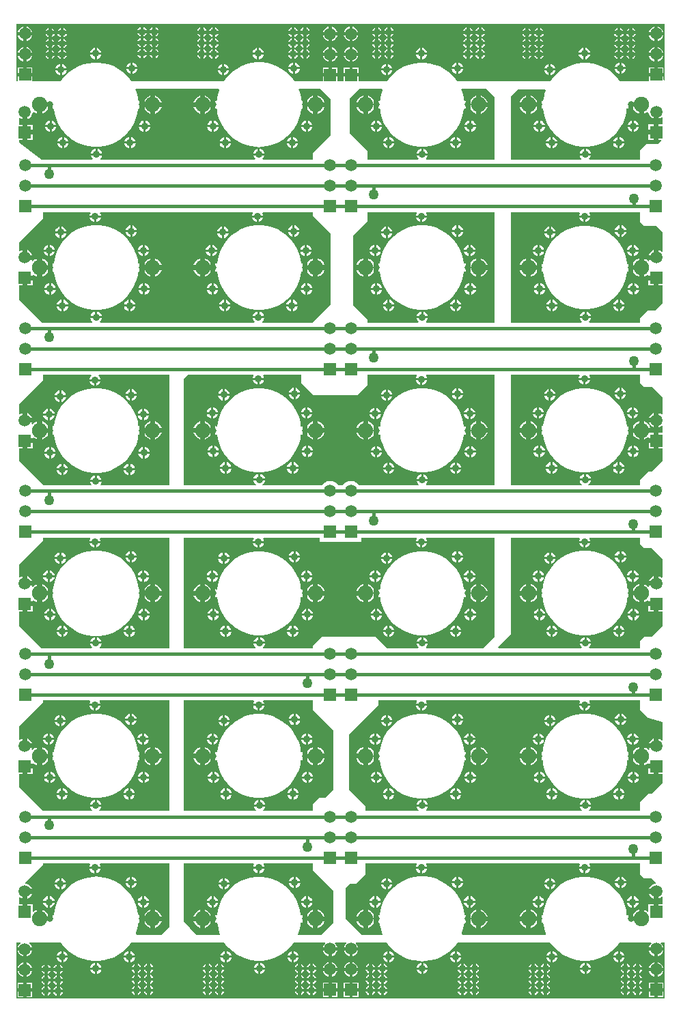
<source format=gbl>
G04*
G04 #@! TF.GenerationSoftware,Altium Limited,Altium Designer,18.1.8 (232)*
G04*
G04 Layer_Physical_Order=2*
G04 Layer_Color=16711680*
%FSLAX25Y25*%
%MOIN*%
G70*
G01*
G75*
%ADD35R,0.05906X0.05906*%
%ADD36C,0.05906*%
%ADD37C,0.07480*%
%ADD38C,0.03150*%
%ADD39C,0.03543*%
%ADD40C,0.05000*%
%ADD41C,0.01575*%
G36*
X305118Y222835D02*
X307087Y220866D01*
X311024D01*
X316240Y215650D01*
Y206518D01*
X315920Y206409D01*
X315740Y206382D01*
X314977Y206968D01*
X314272Y207260D01*
Y203701D01*
X313090D01*
Y202520D01*
X309531D01*
X309682Y202156D01*
X309245Y201903D01*
X309135Y202048D01*
X308189Y202774D01*
X307087Y203230D01*
X307087Y203230D01*
Y198819D01*
Y194408D01*
X307087Y194408D01*
X308189Y194864D01*
X308850Y195372D01*
X309350Y195125D01*
Y194882D01*
X313090D01*
Y193701D01*
X314272D01*
Y189961D01*
X316240D01*
Y182776D01*
X311024Y177559D01*
X307087D01*
X305118Y175591D01*
Y171992D01*
X280527D01*
X280357Y172492D01*
X280536Y172629D01*
X280980Y173208D01*
X281259Y173883D01*
X281289Y174106D01*
X275829D01*
X275859Y173883D01*
X276138Y173208D01*
X276582Y172629D01*
X276761Y172492D01*
X276591Y171992D01*
X236079D01*
X235887Y172454D01*
X242126Y178693D01*
Y225960D01*
X275685D01*
X275931Y225461D01*
X275744Y225217D01*
X275465Y224542D01*
X275436Y224319D01*
X280895D01*
X280866Y224542D01*
X280586Y225217D01*
X280399Y225461D01*
X280646Y225960D01*
X305118D01*
Y222835D01*
D02*
G37*
G36*
X234252Y177559D02*
X228685Y171992D01*
X200893D01*
X200723Y172492D01*
X200902Y172629D01*
X201346Y173208D01*
X201625Y173883D01*
X201655Y174106D01*
X196195D01*
X196225Y173883D01*
X196504Y173208D01*
X196948Y172629D01*
X197127Y172492D01*
X196958Y171992D01*
X181630D01*
X176063Y177559D01*
X150091D01*
X145621Y173090D01*
Y171992D01*
X121365D01*
X121195Y172492D01*
X121374Y172629D01*
X121819Y173208D01*
X122098Y173883D01*
X122127Y174106D01*
X116668D01*
X116697Y173883D01*
X116977Y173208D01*
X117421Y172629D01*
X117600Y172492D01*
X117430Y171992D01*
X82677D01*
Y225960D01*
X116523D01*
X116770Y225461D01*
X116583Y225217D01*
X116304Y224542D01*
X116274Y224319D01*
X121734D01*
X121704Y224542D01*
X121425Y225217D01*
X121238Y225461D01*
X121484Y225960D01*
X149016D01*
Y223819D01*
X158858D01*
Y223819D01*
X159252D01*
Y223819D01*
X169095D01*
Y225960D01*
X196051D01*
X196298Y225461D01*
X196110Y225217D01*
X195831Y224542D01*
X195802Y224319D01*
X201261D01*
X201232Y224542D01*
X200953Y225217D01*
X200765Y225461D01*
X201012Y225960D01*
X234252D01*
Y177559D01*
D02*
G37*
G36*
X75590Y171992D02*
X41625D01*
X41455Y172492D01*
X41634Y172629D01*
X42079Y173208D01*
X42358Y173883D01*
X42387Y174106D01*
X36928D01*
X36957Y173883D01*
X37236Y173208D01*
X37681Y172629D01*
X37860Y172492D01*
X37690Y171992D01*
X13047D01*
X2165Y182874D01*
Y189961D01*
X3839D01*
Y193701D01*
X5020D01*
Y194882D01*
X8760D01*
Y195125D01*
X9260Y195372D01*
X9921Y194864D01*
X11023Y194408D01*
X11024Y194408D01*
Y198819D01*
Y203230D01*
X11023Y203230D01*
X9921Y202774D01*
X8976Y202048D01*
X8865Y201903D01*
X8428Y202156D01*
X8579Y202520D01*
X5020D01*
Y203701D01*
X3839D01*
Y207260D01*
X3133Y206968D01*
X2665Y206609D01*
X2165Y206855D01*
Y212795D01*
X13780Y224409D01*
Y225960D01*
X36783D01*
X37030Y225461D01*
X36843Y225217D01*
X36564Y224542D01*
X36534Y224319D01*
X41993D01*
X41964Y224542D01*
X41685Y225217D01*
X41498Y225461D01*
X41744Y225960D01*
X75590D01*
X75590Y171992D01*
D02*
G37*
G36*
X305118Y141732D02*
X309055Y137795D01*
X316240Y135879D01*
Y127089D01*
X315920Y126980D01*
X315740Y126953D01*
X314977Y127539D01*
X314272Y127831D01*
Y124272D01*
X313091D01*
Y123091D01*
X309531D01*
X309771Y122513D01*
X309334Y122260D01*
X309135Y122520D01*
X308189Y123246D01*
X307087Y123702D01*
X307087Y123703D01*
Y119291D01*
Y114880D01*
X307087Y114880D01*
X308189Y115337D01*
X308850Y115844D01*
X309350Y115598D01*
Y115453D01*
X313091D01*
Y114272D01*
X314272D01*
Y110531D01*
X316240D01*
Y106004D01*
X311024Y100787D01*
X309055D01*
X305118Y96850D01*
Y92465D01*
X280527D01*
X280357Y92965D01*
X280536Y93102D01*
X280980Y93681D01*
X281259Y94355D01*
X281289Y94579D01*
X275829D01*
X275859Y94355D01*
X276138Y93681D01*
X276582Y93102D01*
X276761Y92965D01*
X276591Y92465D01*
X200893D01*
X200723Y92965D01*
X200902Y93102D01*
X201346Y93681D01*
X201625Y94355D01*
X201655Y94579D01*
X196195D01*
X196225Y94355D01*
X196504Y93681D01*
X196948Y93102D01*
X197127Y92965D01*
X196958Y92465D01*
X171260D01*
Y94882D01*
X163077Y103050D01*
Y129514D01*
X177676Y144095D01*
Y146433D01*
X196051D01*
X196298Y145933D01*
X196110Y145689D01*
X195831Y145015D01*
X195802Y144791D01*
X201261D01*
X201232Y145015D01*
X200953Y145689D01*
X200765Y145933D01*
X201012Y146433D01*
X275685D01*
X275931Y145933D01*
X275744Y145689D01*
X275465Y145015D01*
X275436Y144791D01*
X280895D01*
X280866Y145015D01*
X280586Y145689D01*
X280399Y145933D01*
X280646Y146433D01*
X305118D01*
Y141732D01*
D02*
G37*
G36*
X145621Y141693D02*
X155512Y131802D01*
Y102756D01*
X151575Y98819D01*
X148425D01*
X145621Y96015D01*
Y92465D01*
X121472D01*
X121302Y92965D01*
X121481Y93102D01*
X121925Y93681D01*
X122204Y94355D01*
X122234Y94579D01*
X116774D01*
X116804Y94355D01*
X117083Y93681D01*
X117527Y93102D01*
X117706Y92965D01*
X117536Y92465D01*
X82677D01*
Y146433D01*
X116630D01*
X116876Y145933D01*
X116689Y145689D01*
X116410Y145015D01*
X116381Y144791D01*
X121840D01*
X121810Y145015D01*
X121531Y145689D01*
X121344Y145933D01*
X121591Y146433D01*
X145621D01*
Y141693D01*
D02*
G37*
G36*
X75590Y92465D02*
X41519D01*
X41349Y92965D01*
X41528Y93102D01*
X41972Y93681D01*
X42252Y94355D01*
X42281Y94579D01*
X36821D01*
X36851Y94355D01*
X37130Y93681D01*
X37574Y93102D01*
X37753Y92965D01*
X37584Y92465D01*
X13780D01*
Y92520D01*
X2165Y104134D01*
Y110531D01*
X3839D01*
Y114272D01*
X5020D01*
Y115453D01*
X8760D01*
Y115598D01*
X9260Y115844D01*
X9921Y115337D01*
X11023Y114880D01*
X11024Y114880D01*
Y119291D01*
Y123703D01*
X11023Y123702D01*
X9921Y123246D01*
X8976Y122520D01*
X8776Y122260D01*
X8339Y122513D01*
X8579Y123091D01*
X5020D01*
Y124272D01*
X3839D01*
Y127831D01*
X3133Y127539D01*
X2665Y127179D01*
X2165Y127426D01*
Y133783D01*
X13780Y145397D01*
Y146433D01*
X36677D01*
X36924Y145933D01*
X36737Y145689D01*
X36457Y145015D01*
X36428Y144791D01*
X41887D01*
X41858Y145015D01*
X41579Y145689D01*
X41392Y145933D01*
X41638Y146433D01*
X75590D01*
Y92465D01*
D02*
G37*
G36*
X305118Y61417D02*
X307087Y59449D01*
X311024D01*
X312999Y57473D01*
X312820Y56946D01*
X312114Y56853D01*
X311204Y56476D01*
X310423Y55876D01*
X309823Y55095D01*
X309531Y54390D01*
X313091D01*
Y53209D01*
X314272D01*
Y49650D01*
X314977Y49942D01*
X315740Y50527D01*
X315920Y50500D01*
X316240Y50392D01*
Y46949D01*
X314272D01*
Y43209D01*
X311910D01*
Y46949D01*
X309350D01*
Y43457D01*
X308850Y43211D01*
X308189Y43719D01*
X307087Y44175D01*
X307087Y44175D01*
Y39764D01*
X304724D01*
Y44175D01*
X304724Y44175D01*
X303622Y43719D01*
X302676Y42993D01*
X301969Y42070D01*
Y39764D01*
X299606D01*
Y41816D01*
X299234Y41567D01*
X298771Y41714D01*
X298703Y41767D01*
X298440Y43761D01*
X297747Y46349D01*
X296721Y48825D01*
X295381Y51146D01*
X293750Y53272D01*
X291855Y55167D01*
X289729Y56799D01*
X287408Y58139D01*
X284932Y59164D01*
X282343Y59858D01*
X279686Y60207D01*
X278346Y60251D01*
X277007Y60207D01*
X274349Y59858D01*
X271761Y59164D01*
X269285Y58139D01*
X266964Y56799D01*
X264838Y55167D01*
X262943Y53272D01*
X261312Y51146D01*
X259972Y48825D01*
X258946Y46349D01*
X258253Y43761D01*
X257990Y41767D01*
X257922Y41714D01*
X257459Y41567D01*
X257087Y41816D01*
Y39764D01*
Y37712D01*
X257460Y37961D01*
X257980Y37785D01*
X258083Y36744D01*
X258478Y34764D01*
X259067Y32832D01*
X259273Y32302D01*
X258990Y31890D01*
X218520Y31890D01*
X218177Y32390D01*
X218346Y32833D01*
X218928Y34765D01*
X219319Y36746D01*
X219399Y37565D01*
X219926Y37814D01*
X220079Y37712D01*
Y39764D01*
Y41816D01*
X219922Y41711D01*
X219386Y41954D01*
X219142Y43806D01*
X218440Y46424D01*
X217403Y48928D01*
X216048Y51276D01*
X214398Y53426D01*
X212481Y55343D01*
X210331Y56993D01*
X207984Y58348D01*
X205479Y59385D01*
X202861Y60087D01*
X200174Y60440D01*
X198819Y60484D01*
X197464Y60440D01*
X194776Y60086D01*
X192158Y59385D01*
X189654Y58348D01*
X187307Y56993D01*
X185157Y55343D01*
X183240Y53426D01*
X181590Y51276D01*
X180235Y48928D01*
X179198Y46424D01*
X178496Y43806D01*
X178252Y41954D01*
X177716Y41711D01*
X177559Y41816D01*
Y39764D01*
Y37712D01*
X177712Y37814D01*
X178239Y37565D01*
X178319Y36746D01*
X178710Y34765D01*
X179292Y32833D01*
X179495Y32302D01*
X179211Y31890D01*
X169291D01*
X161417Y39764D01*
Y54817D01*
X163386Y56786D01*
X166629D01*
X171260Y61417D01*
Y66905D01*
X196051D01*
X196298Y66405D01*
X196110Y66162D01*
X195831Y65487D01*
X195802Y65264D01*
X201261D01*
X201232Y65487D01*
X200953Y66162D01*
X200765Y66405D01*
X201012Y66905D01*
X275685D01*
X275931Y66405D01*
X275744Y66162D01*
X275465Y65487D01*
X275436Y65264D01*
X280895D01*
X280866Y65487D01*
X280586Y66162D01*
X280399Y66405D01*
X280646Y66905D01*
X305118D01*
Y61417D01*
D02*
G37*
G36*
X145621Y63434D02*
X155512Y53543D01*
X155512Y37795D01*
X149606Y31890D01*
X138631Y31890D01*
X138349Y32302D01*
X138554Y32831D01*
X139144Y34763D01*
X139540Y36744D01*
X139645Y37804D01*
X140164Y37971D01*
X140551Y37712D01*
Y39764D01*
Y41816D01*
X140164Y41557D01*
X139729Y41688D01*
X139634Y41758D01*
X139370Y43758D01*
X138677Y46344D01*
X137653Y48818D01*
X136314Y51138D01*
X134683Y53262D01*
X132790Y55156D01*
X130665Y56786D01*
X128346Y58125D01*
X125872Y59150D01*
X123285Y59843D01*
X120630Y60192D01*
X119291Y60236D01*
X117952Y60192D01*
X115297Y59843D01*
X112711Y59150D01*
X110237Y58125D01*
X107917Y56786D01*
X105793Y55156D01*
X103899Y53262D01*
X102269Y51138D01*
X100930Y48819D01*
X99905Y46345D01*
X99212Y43758D01*
X98949Y41758D01*
X98854Y41688D01*
X98418Y41557D01*
X98032Y41816D01*
Y39764D01*
Y37712D01*
X98419Y37971D01*
X98938Y37804D01*
X99043Y36744D01*
X99439Y34764D01*
X100028Y32831D01*
X100234Y32302D01*
X99951Y31890D01*
X88583D01*
X82677Y38526D01*
Y66768D01*
X116524D01*
X116771Y66268D01*
X116689Y66162D01*
X116410Y65487D01*
X116381Y65264D01*
X121840D01*
X121810Y65487D01*
X121531Y66162D01*
X121450Y66268D01*
X121696Y66768D01*
X145621D01*
Y63434D01*
D02*
G37*
G36*
X75590Y35827D02*
X71803Y32039D01*
X59428Y32039D01*
X59082Y32539D01*
X59242Y32965D01*
X59804Y34862D01*
X60181Y36805D01*
X60260Y37621D01*
X60786Y37870D01*
X61024Y37712D01*
Y39764D01*
Y41816D01*
X60783Y41655D01*
X60247Y41898D01*
X59998Y43789D01*
X59300Y46395D01*
X58267Y48888D01*
X56918Y51226D01*
X55275Y53367D01*
X53367Y55275D01*
X51226Y56918D01*
X48888Y58267D01*
X46395Y59300D01*
X43789Y59998D01*
X41113Y60350D01*
X39764Y60395D01*
X38414Y60350D01*
X35739Y59998D01*
X33132Y59300D01*
X30639Y58267D01*
X28302Y56918D01*
X26161Y55275D01*
X24253Y53367D01*
X22610Y51226D01*
X21261Y48889D01*
X20228Y46396D01*
X19529Y43789D01*
X19281Y41898D01*
X18744Y41655D01*
X18504Y41816D01*
Y39764D01*
X16142D01*
Y42070D01*
X15434Y42993D01*
X14488Y43719D01*
X13387Y44175D01*
X13386Y44175D01*
Y39764D01*
X11024D01*
Y44175D01*
X11023Y44175D01*
X9921Y43719D01*
X9260Y43211D01*
X8760Y43457D01*
Y46949D01*
X6201D01*
Y43209D01*
X3839D01*
Y46949D01*
X2165D01*
Y50054D01*
X2665Y50301D01*
X3133Y49942D01*
X3839Y49650D01*
Y53209D01*
X5020D01*
Y54390D01*
X8579D01*
X8287Y55095D01*
X7687Y55876D01*
X6906Y56476D01*
X5996Y56853D01*
X5290Y56946D01*
X5111Y57473D01*
X13780Y66142D01*
Y66768D01*
X36679D01*
X36925Y66268D01*
X36843Y66160D01*
X36564Y65486D01*
X36534Y65262D01*
X41993D01*
X41964Y65486D01*
X41685Y66160D01*
X41602Y66268D01*
X41849Y66768D01*
X75590D01*
Y35827D01*
D02*
G37*
G36*
X317323Y787D02*
X787D01*
Y28346D01*
X2713D01*
X2883Y27847D01*
X2493Y27547D01*
X1925Y26807D01*
X1568Y25945D01*
X1550Y25807D01*
X5020D01*
X8490D01*
X8472Y25945D01*
X8115Y26807D01*
X7547Y27547D01*
X7156Y27847D01*
X7326Y28346D01*
X22111D01*
X22580Y28346D01*
D01*
X22580D01*
X23315Y27312D01*
X24967Y25387D01*
X26844Y23680D01*
X28915Y22215D01*
X31151Y21017D01*
X33517Y20101D01*
X35978Y19483D01*
X38495Y19172D01*
X39764Y19133D01*
X41032Y19172D01*
X43550Y19483D01*
X46010Y20101D01*
X48376Y21017D01*
X50612Y22215D01*
X52684Y23680D01*
X54560Y25387D01*
X56213Y27312D01*
X56947Y28346D01*
X101830Y28346D01*
X102298Y28346D01*
D01*
X102298D01*
X103028Y27329D01*
X104668Y25436D01*
X106527Y23758D01*
X108577Y22319D01*
X110787Y21141D01*
X113124Y20242D01*
X115554Y19635D01*
X118039Y19330D01*
X119291Y19291D01*
X120544Y19330D01*
X123029Y19635D01*
X125459Y20242D01*
X127796Y21141D01*
X130006Y22319D01*
X132056Y23758D01*
X133914Y25436D01*
X135554Y27329D01*
X136284Y28346D01*
X151502D01*
X151672Y27846D01*
X151410Y27645D01*
X150842Y26905D01*
X150485Y26043D01*
X150467Y25905D01*
X153937D01*
X157407D01*
X157389Y26043D01*
X157032Y26905D01*
X156464Y27645D01*
X156202Y27846D01*
X156372Y28346D01*
X161739Y28346D01*
X161908Y27846D01*
X161646Y27645D01*
X161078Y26905D01*
X160721Y26043D01*
X160703Y25905D01*
X164173D01*
X167643D01*
X167625Y26043D01*
X167268Y26905D01*
X166700Y27645D01*
X166438Y27846D01*
X166608Y28346D01*
X181527D01*
X182264Y27302D01*
X183924Y25359D01*
X185810Y23635D01*
X187895Y22157D01*
X190145Y20946D01*
X192527Y20021D01*
X195005Y19397D01*
X197541Y19082D01*
X198819Y19043D01*
X200097Y19082D01*
X202632Y19397D01*
X205111Y20021D01*
X207493Y20946D01*
X209743Y22157D01*
X211827Y23635D01*
X213714Y25359D01*
X215373Y27302D01*
X216110Y28346D01*
X260866D01*
X261335Y28346D01*
D01*
X261335D01*
X262066Y27327D01*
X263707Y25431D01*
X265567Y23750D01*
X267619Y22309D01*
X269832Y21129D01*
X272172Y20229D01*
X274604Y19621D01*
X277093Y19315D01*
X278346Y19276D01*
X279600Y19315D01*
X282089Y19621D01*
X284521Y20229D01*
X286861Y21129D01*
X289074Y22309D01*
X291126Y23750D01*
X292986Y25431D01*
X294627Y27327D01*
X295358Y28346D01*
X310656Y28346D01*
X310826Y27846D01*
X310563Y27645D01*
X309996Y26905D01*
X309639Y26043D01*
X309620Y25905D01*
X313091D01*
X316561D01*
X316543Y26043D01*
X316186Y26905D01*
X315618Y27645D01*
X315355Y27847D01*
X315525Y28346D01*
X317323D01*
Y787D01*
D02*
G37*
G36*
Y449486D02*
X317134Y449347D01*
X316634Y449600D01*
Y451279D01*
X313091D01*
X309547D01*
Y448819D01*
X295339Y448819D01*
X294609Y449837D01*
X292969Y451729D01*
X291111Y453408D01*
X289061Y454846D01*
X286851Y456024D01*
X284514Y456923D01*
X282084Y457530D01*
X279599Y457836D01*
X278346Y457874D01*
X277094Y457836D01*
X274609Y457530D01*
X272179Y456923D01*
X269842Y456024D01*
X267632Y454846D01*
X265582Y453408D01*
X263723Y451729D01*
X262084Y449837D01*
X261353Y448819D01*
X215930Y448819D01*
X215197Y449847D01*
X213549Y451760D01*
X211680Y453456D01*
X209616Y454911D01*
X207390Y456101D01*
X205035Y457010D01*
X202587Y457624D01*
X200081Y457933D01*
X198819Y457972D01*
X197557Y457933D01*
X195051Y457624D01*
X192603Y457010D01*
X190247Y456101D01*
X188021Y454911D01*
X185958Y453456D01*
X184088Y451760D01*
X182440Y449847D01*
X181708Y448819D01*
X167717D01*
Y451181D01*
X164173D01*
X160630D01*
Y448819D01*
X157480Y448819D01*
Y451181D01*
X153937D01*
X150394D01*
Y448819D01*
X136574D01*
X135837Y449863D01*
X134178Y451804D01*
X132292Y453526D01*
X130209Y455004D01*
X127960Y456214D01*
X125579Y457137D01*
X123103Y457761D01*
X120568Y458076D01*
X119291Y458115D01*
X118014Y458076D01*
X115480Y457761D01*
X113004Y457137D01*
X110623Y456214D01*
X108373Y455004D01*
X106290Y453526D01*
X104405Y451804D01*
X102746Y449863D01*
X102009Y448819D01*
X56947Y448819D01*
X56213Y449854D01*
X54560Y451779D01*
X52684Y453486D01*
X50612Y454950D01*
X48376Y456149D01*
X46010Y457064D01*
X43550Y457682D01*
X41032Y457993D01*
X39764Y458032D01*
X38495Y457993D01*
X35978Y457682D01*
X33517Y457064D01*
X31151Y456149D01*
X28915Y454950D01*
X26844Y453486D01*
X24967Y451779D01*
X23315Y449854D01*
X22580Y448819D01*
X8661Y448819D01*
Y451279D01*
X5118D01*
X1575D01*
Y448819D01*
X787D01*
Y476772D01*
X317323D01*
Y449486D01*
D02*
G37*
G36*
X154331Y440158D02*
X154331Y422441D01*
X145669Y413779D01*
Y410575D01*
X121151D01*
X120981Y411075D01*
X121162Y411213D01*
X121606Y411792D01*
X121885Y412467D01*
X121915Y412690D01*
X116455D01*
X116485Y412467D01*
X116764Y411792D01*
X117208Y411213D01*
X117389Y411075D01*
X117219Y410575D01*
X41955D01*
X41785Y411075D01*
X41964Y411212D01*
X42408Y411791D01*
X42688Y412465D01*
X42717Y412689D01*
X37258D01*
X37287Y412465D01*
X37566Y411791D01*
X38011Y411212D01*
X38189Y411075D01*
X38020Y410575D01*
X13320D01*
X2165Y418799D01*
Y420177D01*
X3839D01*
Y423917D01*
Y427658D01*
X2165D01*
Y430763D01*
X2665Y431009D01*
X3133Y430650D01*
X3839Y430358D01*
Y433917D01*
X6201D01*
Y430358D01*
X6906Y430650D01*
X7687Y431250D01*
X8287Y432031D01*
X8664Y432941D01*
X8764Y433705D01*
X9231Y433939D01*
X9277Y433941D01*
X9921Y433447D01*
X11023Y432991D01*
X11024Y432990D01*
Y437402D01*
X13386D01*
Y432990D01*
X13387Y432991D01*
X14488Y433447D01*
X15434Y434172D01*
X16142Y435095D01*
Y437402D01*
X18504D01*
Y435350D01*
X18744Y435510D01*
X19280Y435267D01*
X19529Y433377D01*
X20228Y430770D01*
X21261Y428277D01*
X22610Y425940D01*
X24253Y423799D01*
X26161Y421890D01*
X28302Y420248D01*
X30639Y418898D01*
X33132Y417866D01*
X35739Y417167D01*
X38414Y416815D01*
X39764Y416771D01*
X39764Y416771D01*
X39764D01*
X39764Y416771D01*
X41113Y416815D01*
X43789Y417167D01*
X46396Y417866D01*
X48889Y418899D01*
X51226Y420248D01*
X53367Y421891D01*
X55275Y423800D01*
X56918Y425941D01*
X58267Y428278D01*
X59300Y430772D01*
X59998Y433379D01*
X60247Y435267D01*
X60783Y435510D01*
X61024Y435350D01*
Y437402D01*
Y439453D01*
X60786Y439294D01*
X60259Y439544D01*
X60172Y440422D01*
X59780Y442402D01*
X59195Y444333D01*
X58991Y444863D01*
X59275Y445276D01*
X99598Y445276D01*
X99942Y444776D01*
X99772Y444333D01*
X99190Y442400D01*
X98799Y440420D01*
X98719Y439596D01*
X98192Y439346D01*
X98032Y439453D01*
Y437402D01*
Y435350D01*
X98195Y435459D01*
X98732Y435216D01*
X98976Y433360D01*
X99677Y430743D01*
X100714Y428240D01*
X102069Y425894D01*
X103718Y423744D01*
X105634Y421828D01*
X107784Y420179D01*
X110130Y418824D01*
X112633Y417787D01*
X115250Y417086D01*
X117937Y416733D01*
X119291Y416688D01*
X119291Y416688D01*
X119291D01*
X119291Y416688D01*
X120646Y416733D01*
X123333Y417086D01*
X125950Y417788D01*
X128453Y418825D01*
X130800Y420180D01*
X132949Y421829D01*
X134865Y423745D01*
X136514Y425895D01*
X137869Y428242D01*
X138906Y430745D01*
X139607Y433363D01*
X139851Y435216D01*
X140387Y435459D01*
X140551Y435350D01*
Y437402D01*
Y439453D01*
X140391Y439346D01*
X139864Y439596D01*
X139784Y440421D01*
X139392Y442401D01*
X138811Y444333D01*
X138607Y444864D01*
X138891Y445276D01*
X149213Y445276D01*
X154331Y440158D01*
D02*
G37*
G36*
X234252Y441339D02*
Y410575D01*
X200893D01*
X200723Y411075D01*
X200902Y411212D01*
X201346Y411791D01*
X201625Y412465D01*
X201655Y412689D01*
X196195D01*
X196225Y412465D01*
X196504Y411791D01*
X196948Y411212D01*
X197127Y411075D01*
X196958Y410575D01*
X172244D01*
Y414764D01*
X163386Y423622D01*
Y440420D01*
X168242Y445276D01*
X179279D01*
X179622Y444776D01*
X179451Y444333D01*
X178865Y442401D01*
X178471Y440421D01*
X178379Y439490D01*
X177854Y439256D01*
X177559Y439453D01*
Y437402D01*
Y435350D01*
X177855Y435547D01*
X178388Y435327D01*
X178644Y433388D01*
X179340Y430789D01*
X180370Y428303D01*
X181715Y425973D01*
X183353Y423838D01*
X185256Y421936D01*
X187390Y420298D01*
X189721Y418952D01*
X192207Y417923D01*
X194806Y417226D01*
X197474Y416875D01*
X198819Y416831D01*
X200164Y416875D01*
X202832Y417226D01*
X205431Y417922D01*
X207917Y418952D01*
X210247Y420298D01*
X212382Y421936D01*
X214285Y423838D01*
X215923Y425973D01*
X217268Y428303D01*
X218298Y430789D01*
X218994Y433388D01*
X219250Y435327D01*
X219783Y435547D01*
X220079Y435350D01*
Y437402D01*
Y439453D01*
X219784Y439256D01*
X219259Y439490D01*
X219167Y440421D01*
X218773Y442401D01*
X218186Y444333D01*
X217982Y444863D01*
X218265Y445276D01*
X230315Y445276D01*
X234252Y441339D01*
D02*
G37*
G36*
X259100Y444363D02*
X258955Y443966D01*
X258428Y442132D01*
X258074Y440256D01*
X257991Y439364D01*
X257473Y439195D01*
X257087Y439453D01*
Y437402D01*
Y435350D01*
X257473Y435608D01*
X257909Y435477D01*
X258004Y435407D01*
X258267Y433408D01*
X258961Y430821D01*
X259985Y428347D01*
X261324Y426028D01*
X262954Y423903D01*
X264848Y422010D01*
X266973Y420379D01*
X269292Y419040D01*
X271766Y418016D01*
X274353Y417322D01*
X277008Y416973D01*
X278346Y416929D01*
X279685Y416973D01*
X282341Y417323D01*
X284927Y418016D01*
X287402Y419041D01*
X289721Y420380D01*
X291845Y422010D01*
X293739Y423904D01*
X295369Y426029D01*
X296708Y428348D01*
X297733Y430823D01*
X298426Y433409D01*
X298689Y435407D01*
X298784Y435478D01*
X299219Y435608D01*
X299606Y435350D01*
Y437402D01*
X301969D01*
Y435095D01*
X302676Y434172D01*
X303622Y433447D01*
X304724Y432991D01*
X304724Y432990D01*
Y437402D01*
X307087D01*
Y432990D01*
X307087Y432991D01*
X308189Y433447D01*
X308824Y433934D01*
X309358Y433714D01*
X309447Y433039D01*
X309823Y432129D01*
X310423Y431348D01*
X311204Y430749D01*
X311910Y430457D01*
Y434016D01*
X314272D01*
Y430457D01*
X314977Y430749D01*
X315740Y431334D01*
X315920Y431308D01*
X316240Y431199D01*
X316240Y427756D01*
X314272D01*
Y424016D01*
Y420276D01*
X315489D01*
X315680Y419814D01*
X313976Y418110D01*
X308268Y418110D01*
X305118Y414961D01*
Y410575D01*
X280419D01*
X280249Y411075D01*
X280430Y411213D01*
X280874Y411792D01*
X281153Y412466D01*
X281183Y412690D01*
X275723D01*
X275752Y412466D01*
X276032Y411792D01*
X276476Y411213D01*
X276656Y411075D01*
X276486Y410575D01*
X242126D01*
Y441339D01*
X245651Y444863D01*
X258750D01*
X259100Y444363D01*
D02*
G37*
G36*
X305118Y380315D02*
X307087Y378346D01*
X312992D01*
X316240Y375098D01*
Y365671D01*
X315920Y365563D01*
X315740Y365536D01*
X314977Y366121D01*
X314272Y366413D01*
Y362854D01*
X313091D01*
Y361673D01*
X309531D01*
X309771Y361095D01*
X309334Y360843D01*
X309135Y361103D01*
X308189Y361829D01*
X307087Y362285D01*
X307087Y362285D01*
Y357874D01*
Y353463D01*
X307087Y353463D01*
X308189Y353919D01*
X308850Y354427D01*
X309350Y354180D01*
Y354035D01*
X313091D01*
Y352854D01*
X314272D01*
Y349114D01*
X316240D01*
Y340650D01*
X312598Y337008D01*
X309055D01*
X305118Y333071D01*
Y331047D01*
X280527D01*
X280357Y331547D01*
X280536Y331685D01*
X280980Y332264D01*
X281259Y332938D01*
X281289Y333161D01*
X275829D01*
X275859Y332938D01*
X276138Y332264D01*
X276582Y331685D01*
X276761Y331547D01*
X276591Y331047D01*
X242126D01*
Y385016D01*
X275685D01*
X275931Y384516D01*
X275744Y384272D01*
X275465Y383598D01*
X275436Y383374D01*
X280895D01*
X280866Y383598D01*
X280586Y384272D01*
X280399Y384516D01*
X280646Y385016D01*
X305118D01*
Y380315D01*
D02*
G37*
G36*
X234252Y331047D02*
X200893D01*
X200723Y331547D01*
X200902Y331685D01*
X201346Y332264D01*
X201625Y332938D01*
X201655Y333161D01*
X196195D01*
X196225Y332938D01*
X196504Y332264D01*
X196948Y331685D01*
X197127Y331547D01*
X196958Y331047D01*
X172244D01*
Y332646D01*
X165354Y339536D01*
Y373396D01*
X172244Y380285D01*
Y385016D01*
X196051D01*
X196298Y384516D01*
X196110Y384272D01*
X195831Y383598D01*
X195802Y383374D01*
X201261D01*
X201232Y383598D01*
X200953Y384272D01*
X200765Y384516D01*
X201012Y385016D01*
X234252D01*
Y331047D01*
D02*
G37*
G36*
X145669Y383071D02*
X154331Y374410D01*
Y339820D01*
X145558Y331047D01*
X120956D01*
X120786Y331547D01*
X120965Y331685D01*
X121409Y332264D01*
X121688Y332938D01*
X121718Y333161D01*
X116258D01*
X116288Y332938D01*
X116567Y332264D01*
X117011Y331685D01*
X117190Y331547D01*
X117021Y331047D01*
X41731D01*
X41562Y331547D01*
X41741Y331685D01*
X42185Y332264D01*
X42464Y332938D01*
X42494Y333161D01*
X37034D01*
X37064Y332938D01*
X37343Y332264D01*
X37787Y331685D01*
X37966Y331547D01*
X37796Y331047D01*
X13458D01*
X2165Y342287D01*
Y349114D01*
X3839D01*
Y352854D01*
X5020D01*
Y354035D01*
X8760D01*
Y354180D01*
X9260Y354427D01*
X9921Y353919D01*
X11023Y353463D01*
X11024Y353463D01*
Y357874D01*
Y362285D01*
X11023Y362285D01*
X9921Y361829D01*
X8976Y361103D01*
X8776Y360843D01*
X8339Y361095D01*
X8579Y361673D01*
X5020D01*
Y362854D01*
X3839D01*
Y366413D01*
X3133Y366121D01*
X2665Y365762D01*
X2165Y366009D01*
Y370276D01*
X13780Y381890D01*
Y385016D01*
X36889D01*
X37136Y384516D01*
X36949Y384272D01*
X36670Y383598D01*
X36640Y383374D01*
X42100D01*
X42070Y383598D01*
X41791Y384272D01*
X41604Y384516D01*
X41851Y385016D01*
X116114D01*
X116360Y384516D01*
X116174Y384272D01*
X115894Y383598D01*
X115865Y383374D01*
X121324D01*
X121295Y383598D01*
X121016Y384272D01*
X120828Y384516D01*
X121075Y385016D01*
X145669D01*
Y383071D01*
D02*
G37*
G36*
X305118Y301575D02*
X307087Y299606D01*
X311024D01*
X316240Y294390D01*
Y286254D01*
X315740Y286084D01*
X315075Y286594D01*
X314370Y286886D01*
Y283327D01*
Y279768D01*
X315075Y280060D01*
X315740Y280570D01*
X316240Y280400D01*
Y277067D01*
X314370D01*
Y273327D01*
Y269587D01*
X316240D01*
Y263484D01*
X311024Y258268D01*
X309055D01*
X305118Y254331D01*
Y251520D01*
X280164D01*
X279994Y252020D01*
X280430Y252354D01*
X280874Y252933D01*
X281153Y253607D01*
X281183Y253831D01*
X275723D01*
X275752Y253607D01*
X276032Y252933D01*
X276476Y252354D01*
X276911Y252020D01*
X276742Y251520D01*
X242126D01*
Y305488D01*
X275493D01*
X275714Y305040D01*
X275638Y304941D01*
X275359Y304267D01*
X275329Y304043D01*
X280789D01*
X280759Y304267D01*
X280480Y304941D01*
X280404Y305040D01*
X280626Y305488D01*
X305118D01*
Y301575D01*
D02*
G37*
G36*
X234252Y251520D02*
X200893D01*
X200723Y252020D01*
X200902Y252157D01*
X201346Y252736D01*
X201625Y253410D01*
X201655Y253634D01*
X196195D01*
X196225Y253410D01*
X196504Y252736D01*
X196948Y252157D01*
X197127Y252020D01*
X196958Y251520D01*
X168243D01*
X167683Y252250D01*
X166655Y253039D01*
X165458Y253535D01*
X164173Y253704D01*
X162889Y253535D01*
X161691Y253039D01*
X160663Y252250D01*
X160103Y251520D01*
X158007D01*
X157447Y252250D01*
X156419Y253039D01*
X155222Y253535D01*
X153937Y253704D01*
X152652Y253535D01*
X151455Y253039D01*
X150427Y252250D01*
X149867Y251520D01*
X121109D01*
X120939Y252020D01*
X121374Y252354D01*
X121819Y252933D01*
X122098Y253607D01*
X122127Y253831D01*
X116668D01*
X116697Y253607D01*
X116977Y252933D01*
X117421Y252354D01*
X117856Y252020D01*
X117687Y251520D01*
X82677D01*
Y303543D01*
X84622Y305488D01*
X116437D01*
X116658Y305040D01*
X116583Y304941D01*
X116304Y304267D01*
X116274Y304043D01*
X121734D01*
X121704Y304267D01*
X121425Y304941D01*
X121349Y305040D01*
X121571Y305488D01*
X139716D01*
Y301575D01*
X145621Y295669D01*
X167323D01*
X172244Y300590D01*
Y305488D01*
X196051D01*
X196298Y304988D01*
X196110Y304744D01*
X195831Y304070D01*
X195802Y303847D01*
X201261D01*
X201232Y304070D01*
X200953Y304744D01*
X200765Y304988D01*
X201012Y305488D01*
X234252D01*
Y251520D01*
D02*
G37*
G36*
X75590D02*
X42159D01*
X41913Y252020D01*
X42079Y252236D01*
X42358Y252910D01*
X42387Y253134D01*
X36928D01*
X36957Y252910D01*
X37236Y252236D01*
X37402Y252020D01*
X37156Y251520D01*
X13780D01*
Y251969D01*
X2165Y263583D01*
Y269587D01*
X3839D01*
Y273327D01*
X5020D01*
Y274508D01*
X8760D01*
Y274653D01*
X9260Y274899D01*
X9921Y274392D01*
X11023Y273935D01*
X11024Y273935D01*
Y278346D01*
Y282758D01*
X11023Y282757D01*
X9921Y282301D01*
X8976Y281576D01*
X8776Y281315D01*
X8339Y281568D01*
X8579Y282146D01*
X5020D01*
Y283327D01*
X3839D01*
Y286886D01*
X3133Y286594D01*
X2665Y286234D01*
X2165Y286481D01*
Y291234D01*
X13780Y302849D01*
Y305488D01*
X37332D01*
X37502Y304988D01*
X37287Y304823D01*
X36843Y304244D01*
X36564Y303570D01*
X36534Y303346D01*
X41993D01*
X41964Y303570D01*
X41685Y304244D01*
X41241Y304823D01*
X41026Y304988D01*
X41195Y305488D01*
X75590D01*
Y251520D01*
D02*
G37*
%LPC*%
G36*
X280895Y223319D02*
X278665D01*
Y221089D01*
X278889Y221119D01*
X279563Y221398D01*
X280142Y221842D01*
X280586Y222421D01*
X280866Y223095D01*
X280895Y223319D01*
D02*
G37*
G36*
X277665D02*
X275436D01*
X275465Y223095D01*
X275744Y222421D01*
X276189Y221842D01*
X276768Y221398D01*
X277442Y221119D01*
X277665Y221089D01*
Y223319D01*
D02*
G37*
G36*
X296213Y219389D02*
Y217160D01*
X298443D01*
X298413Y217383D01*
X298134Y218057D01*
X297690Y218636D01*
X297111Y219081D01*
X296437Y219360D01*
X296213Y219389D01*
D02*
G37*
G36*
X295213D02*
X294989Y219360D01*
X294315Y219081D01*
X293736Y218636D01*
X293292Y218057D01*
X293013Y217383D01*
X292983Y217160D01*
X295213D01*
Y219389D01*
D02*
G37*
G36*
X261736Y218739D02*
Y216510D01*
X263966D01*
X263936Y216733D01*
X263657Y217407D01*
X263213Y217986D01*
X262634Y218431D01*
X261960Y218710D01*
X261736Y218739D01*
D02*
G37*
G36*
X260736D02*
X260513Y218710D01*
X259838Y218431D01*
X259260Y217986D01*
X258815Y217407D01*
X258536Y216733D01*
X258506Y216510D01*
X260736D01*
Y218739D01*
D02*
G37*
G36*
X298443Y216160D02*
X296213D01*
Y213930D01*
X296437Y213959D01*
X297111Y214239D01*
X297690Y214683D01*
X298134Y215262D01*
X298413Y215936D01*
X298443Y216160D01*
D02*
G37*
G36*
X295213D02*
X292983D01*
X293013Y215936D01*
X293292Y215262D01*
X293736Y214683D01*
X294315Y214239D01*
X294989Y213959D01*
X295213Y213930D01*
Y216160D01*
D02*
G37*
G36*
X263966Y215510D02*
X261736D01*
Y213280D01*
X261960Y213309D01*
X262634Y213589D01*
X263213Y214033D01*
X263657Y214612D01*
X263936Y215286D01*
X263966Y215510D01*
D02*
G37*
G36*
X260736D02*
X258506D01*
X258536Y215286D01*
X258815Y214612D01*
X259260Y214033D01*
X259838Y213589D01*
X260513Y213309D01*
X260736Y213280D01*
Y215510D01*
D02*
G37*
G36*
X302172Y209816D02*
Y207587D01*
X304402D01*
X304373Y207810D01*
X304093Y208484D01*
X303649Y209063D01*
X303070Y209508D01*
X302396Y209787D01*
X302172Y209816D01*
D02*
G37*
G36*
X301172D02*
X300949Y209787D01*
X300274Y209508D01*
X299695Y209063D01*
X299251Y208484D01*
X298972Y207810D01*
X298942Y207587D01*
X301172D01*
Y209816D01*
D02*
G37*
G36*
X256118D02*
Y207587D01*
X258348D01*
X258318Y207810D01*
X258039Y208484D01*
X257595Y209063D01*
X257016Y209508D01*
X256342Y209787D01*
X256118Y209816D01*
D02*
G37*
G36*
X255118D02*
X254895Y209787D01*
X254220Y209508D01*
X253641Y209063D01*
X253197Y208484D01*
X252918Y207810D01*
X252888Y207587D01*
X255118D01*
Y209816D01*
D02*
G37*
G36*
X311910Y207260D02*
X311204Y206968D01*
X310423Y206368D01*
X309823Y205587D01*
X309531Y204882D01*
X311910D01*
Y207260D01*
D02*
G37*
G36*
X304402Y206587D02*
X302172D01*
Y204357D01*
X302396Y204386D01*
X303070Y204666D01*
X303649Y205110D01*
X304093Y205689D01*
X304373Y206363D01*
X304402Y206587D01*
D02*
G37*
G36*
X301172D02*
X298942D01*
X298972Y206363D01*
X299251Y205689D01*
X299695Y205110D01*
X300274Y204666D01*
X300949Y204386D01*
X301172Y204357D01*
Y206587D01*
D02*
G37*
G36*
X258348D02*
X256118D01*
Y204357D01*
X256342Y204386D01*
X257016Y204666D01*
X257595Y205110D01*
X258039Y205689D01*
X258318Y206363D01*
X258348Y206587D01*
D02*
G37*
G36*
X255118D02*
X252888D01*
X252918Y206363D01*
X253197Y205689D01*
X253641Y205110D01*
X254220Y204666D01*
X254895Y204386D01*
X255118Y204357D01*
Y206587D01*
D02*
G37*
G36*
X279707Y219570D02*
X276986D01*
X274289Y219215D01*
X271662Y218511D01*
X269149Y217470D01*
X266793Y216109D01*
X264635Y214454D01*
X262712Y212530D01*
X261056Y210372D01*
X259696Y208016D01*
X258655Y205503D01*
X257951Y202876D01*
X257711Y201055D01*
X257175Y200812D01*
X257087Y200871D01*
Y198819D01*
Y196767D01*
X257175Y196826D01*
X257711Y196583D01*
X257951Y194762D01*
X258655Y192134D01*
X259696Y189621D01*
X261056Y187266D01*
X262712Y185108D01*
X264635Y183184D01*
X266793Y181528D01*
X269149Y180168D01*
X271662Y179127D01*
X274289Y178423D01*
X276986Y178068D01*
X279707D01*
X282403Y178423D01*
X285031Y179127D01*
X287544Y180168D01*
X289900Y181528D01*
X292058Y183184D01*
X293981Y185108D01*
X295637Y187266D01*
X296997Y189621D01*
X298038Y192134D01*
X298742Y194762D01*
X298982Y196583D01*
X299518Y196826D01*
X299606Y196767D01*
Y198819D01*
Y200871D01*
X299518Y200812D01*
X298982Y201055D01*
X298742Y202876D01*
X298038Y205503D01*
X296997Y208016D01*
X295637Y210372D01*
X293981Y212530D01*
X292058Y214454D01*
X289900Y216109D01*
X287544Y217470D01*
X285031Y218511D01*
X282403Y219215D01*
X279707Y219570D01*
D02*
G37*
G36*
X249606Y203230D02*
X249605Y203230D01*
X248504Y202774D01*
X247558Y202048D01*
X246833Y201102D01*
X246376Y200001D01*
X246376Y200000D01*
X249606D01*
Y203230D01*
D02*
G37*
G36*
X251969D02*
Y198819D01*
Y194408D01*
X251969Y194408D01*
X253071Y194864D01*
X254016Y195590D01*
X254724Y196512D01*
Y198819D01*
Y201125D01*
X254016Y202048D01*
X253071Y202774D01*
X251969Y203230D01*
X251969Y203230D01*
D02*
G37*
G36*
X304724D02*
X304724Y203230D01*
X303622Y202774D01*
X302676Y202048D01*
X301969Y201125D01*
Y198819D01*
Y196512D01*
X302676Y195590D01*
X303622Y194864D01*
X304724Y194408D01*
X304724Y194408D01*
Y198819D01*
Y203230D01*
D02*
G37*
G36*
X249606Y197638D02*
X246376D01*
X246376Y197637D01*
X246833Y196536D01*
X247558Y195590D01*
X248504Y194864D01*
X249605Y194408D01*
X249606Y194408D01*
Y197638D01*
D02*
G37*
G36*
X311910Y192520D02*
X309350D01*
Y189961D01*
X311910D01*
Y192520D01*
D02*
G37*
G36*
X302478Y191116D02*
Y188886D01*
X304707D01*
X304678Y189109D01*
X304399Y189784D01*
X303954Y190363D01*
X303375Y190807D01*
X302701Y191086D01*
X302478Y191116D01*
D02*
G37*
G36*
X301478D02*
X301254Y191086D01*
X300580Y190807D01*
X300001Y190363D01*
X299557Y189784D01*
X299277Y189109D01*
X299248Y188886D01*
X301478D01*
Y191116D01*
D02*
G37*
G36*
X256618D02*
Y188886D01*
X258848D01*
X258818Y189109D01*
X258539Y189784D01*
X258095Y190363D01*
X257516Y190807D01*
X256842Y191086D01*
X256618Y191116D01*
D02*
G37*
G36*
X255618D02*
X255395Y191086D01*
X254720Y190807D01*
X254141Y190363D01*
X253697Y189784D01*
X253418Y189109D01*
X253388Y188886D01*
X255618D01*
Y191116D01*
D02*
G37*
G36*
X304707Y187886D02*
X302478D01*
Y185656D01*
X302701Y185686D01*
X303375Y185965D01*
X303954Y186409D01*
X304399Y186988D01*
X304678Y187662D01*
X304707Y187886D01*
D02*
G37*
G36*
X301478D02*
X299248D01*
X299277Y187662D01*
X299557Y186988D01*
X300001Y186409D01*
X300580Y185965D01*
X301254Y185686D01*
X301478Y185656D01*
Y187886D01*
D02*
G37*
G36*
X258848D02*
X256618D01*
Y185656D01*
X256842Y185686D01*
X257516Y185965D01*
X258095Y186409D01*
X258539Y186988D01*
X258818Y187662D01*
X258848Y187886D01*
D02*
G37*
G36*
X255618D02*
X253388D01*
X253418Y187662D01*
X253697Y186988D01*
X254141Y186409D01*
X254720Y185965D01*
X255395Y185686D01*
X255618Y185656D01*
Y187886D01*
D02*
G37*
G36*
X295398Y183033D02*
Y180803D01*
X297627D01*
X297598Y181027D01*
X297319Y181701D01*
X296874Y182280D01*
X296295Y182724D01*
X295621Y183003D01*
X295398Y183033D01*
D02*
G37*
G36*
X294398D02*
X294174Y183003D01*
X293500Y182724D01*
X292921Y182280D01*
X292477Y181701D01*
X292197Y181027D01*
X292168Y180803D01*
X294398D01*
Y183033D01*
D02*
G37*
G36*
X262644D02*
Y180803D01*
X264874D01*
X264844Y181027D01*
X264565Y181701D01*
X264121Y182280D01*
X263542Y182724D01*
X262867Y183003D01*
X262644Y183033D01*
D02*
G37*
G36*
X261644D02*
X261420Y183003D01*
X260746Y182724D01*
X260167Y182280D01*
X259723Y181701D01*
X259444Y181027D01*
X259414Y180803D01*
X261644D01*
Y183033D01*
D02*
G37*
G36*
X297627Y179803D02*
X295398D01*
Y177573D01*
X295621Y177603D01*
X296295Y177882D01*
X296874Y178326D01*
X297319Y178905D01*
X297598Y179579D01*
X297627Y179803D01*
D02*
G37*
G36*
X294398D02*
X292168D01*
X292197Y179579D01*
X292477Y178905D01*
X292921Y178326D01*
X293500Y177882D01*
X294174Y177603D01*
X294398Y177573D01*
Y179803D01*
D02*
G37*
G36*
X264874D02*
X262644D01*
Y177573D01*
X262867Y177603D01*
X263542Y177882D01*
X264121Y178326D01*
X264565Y178905D01*
X264844Y179579D01*
X264874Y179803D01*
D02*
G37*
G36*
X261644D02*
X259414D01*
X259444Y179579D01*
X259723Y178905D01*
X260167Y178326D01*
X260746Y177882D01*
X261420Y177603D01*
X261644Y177573D01*
Y179803D01*
D02*
G37*
G36*
X279059Y177336D02*
Y175106D01*
X281289D01*
X281259Y175330D01*
X280980Y176004D01*
X280536Y176583D01*
X279957Y177027D01*
X279283Y177307D01*
X279059Y177336D01*
D02*
G37*
G36*
X278059D02*
X277835Y177307D01*
X277161Y177027D01*
X276582Y176583D01*
X276138Y176004D01*
X275859Y175330D01*
X275829Y175106D01*
X278059D01*
Y177336D01*
D02*
G37*
G36*
X201261Y223319D02*
X199031D01*
Y221089D01*
X199255Y221119D01*
X199929Y221398D01*
X200508Y221842D01*
X200953Y222421D01*
X201232Y223095D01*
X201261Y223319D01*
D02*
G37*
G36*
X198031D02*
X195802D01*
X195831Y223095D01*
X196110Y222421D01*
X196555Y221842D01*
X197134Y221398D01*
X197808Y221119D01*
X198031Y221089D01*
Y223319D01*
D02*
G37*
G36*
X121734D02*
X119504D01*
Y221089D01*
X119728Y221119D01*
X120402Y221398D01*
X120981Y221842D01*
X121425Y222421D01*
X121704Y223095D01*
X121734Y223319D01*
D02*
G37*
G36*
X118504D02*
X116274D01*
X116304Y223095D01*
X116583Y222421D01*
X117027Y221842D01*
X117606Y221398D01*
X118280Y221119D01*
X118504Y221089D01*
Y223319D01*
D02*
G37*
G36*
X216579Y219389D02*
Y217160D01*
X218809D01*
X218779Y217383D01*
X218500Y218057D01*
X218056Y218636D01*
X217477Y219081D01*
X216803Y219360D01*
X216579Y219389D01*
D02*
G37*
G36*
X215579D02*
X215355Y219360D01*
X214681Y219081D01*
X214102Y218636D01*
X213658Y218057D01*
X213379Y217383D01*
X213349Y217160D01*
X215579D01*
Y219389D01*
D02*
G37*
G36*
X137051D02*
Y217160D01*
X139281D01*
X139252Y217383D01*
X138973Y218057D01*
X138528Y218636D01*
X137949Y219081D01*
X137275Y219360D01*
X137051Y219389D01*
D02*
G37*
G36*
X136051D02*
X135828Y219360D01*
X135154Y219081D01*
X134575Y218636D01*
X134131Y218057D01*
X133851Y217383D01*
X133822Y217160D01*
X136051D01*
Y219389D01*
D02*
G37*
G36*
X182102Y218739D02*
Y216510D01*
X184332D01*
X184303Y216733D01*
X184023Y217407D01*
X183579Y217986D01*
X183000Y218431D01*
X182326Y218710D01*
X182102Y218739D01*
D02*
G37*
G36*
X181102D02*
X180879Y218710D01*
X180205Y218431D01*
X179626Y217986D01*
X179181Y217407D01*
X178902Y216733D01*
X178873Y216510D01*
X181102D01*
Y218739D01*
D02*
G37*
G36*
X102575D02*
Y216510D01*
X104805D01*
X104775Y216733D01*
X104496Y217407D01*
X104052Y217986D01*
X103473Y218431D01*
X102798Y218710D01*
X102575Y218739D01*
D02*
G37*
G36*
X101575D02*
X101351Y218710D01*
X100677Y218431D01*
X100098Y217986D01*
X99654Y217407D01*
X99375Y216733D01*
X99345Y216510D01*
X101575D01*
Y218739D01*
D02*
G37*
G36*
X218809Y216160D02*
X216579D01*
Y213930D01*
X216803Y213959D01*
X217477Y214239D01*
X218056Y214683D01*
X218500Y215262D01*
X218779Y215936D01*
X218809Y216160D01*
D02*
G37*
G36*
X215579D02*
X213349D01*
X213379Y215936D01*
X213658Y215262D01*
X214102Y214683D01*
X214681Y214239D01*
X215355Y213959D01*
X215579Y213930D01*
Y216160D01*
D02*
G37*
G36*
X139281D02*
X137051D01*
Y213930D01*
X137275Y213959D01*
X137949Y214239D01*
X138528Y214683D01*
X138973Y215262D01*
X139252Y215936D01*
X139281Y216160D01*
D02*
G37*
G36*
X136051D02*
X133822D01*
X133851Y215936D01*
X134131Y215262D01*
X134575Y214683D01*
X135154Y214239D01*
X135828Y213959D01*
X136051Y213930D01*
Y216160D01*
D02*
G37*
G36*
X184332Y215510D02*
X182102D01*
Y213280D01*
X182326Y213309D01*
X183000Y213589D01*
X183579Y214033D01*
X184023Y214612D01*
X184303Y215286D01*
X184332Y215510D01*
D02*
G37*
G36*
X181102D02*
X178873D01*
X178902Y215286D01*
X179181Y214612D01*
X179626Y214033D01*
X180205Y213589D01*
X180879Y213309D01*
X181102Y213280D01*
Y215510D01*
D02*
G37*
G36*
X104805D02*
X102575D01*
Y213280D01*
X102798Y213309D01*
X103473Y213589D01*
X104052Y214033D01*
X104496Y214612D01*
X104775Y215286D01*
X104805Y215510D01*
D02*
G37*
G36*
X101575D02*
X99345D01*
X99375Y215286D01*
X99654Y214612D01*
X100098Y214033D01*
X100677Y213589D01*
X101351Y213309D01*
X101575Y213280D01*
Y215510D01*
D02*
G37*
G36*
X222538Y209816D02*
Y207587D01*
X224768D01*
X224739Y207810D01*
X224459Y208484D01*
X224015Y209063D01*
X223436Y209508D01*
X222762Y209787D01*
X222538Y209816D01*
D02*
G37*
G36*
X221538D02*
X221315Y209787D01*
X220640Y209508D01*
X220061Y209063D01*
X219617Y208484D01*
X219338Y207810D01*
X219309Y207587D01*
X221538D01*
Y209816D01*
D02*
G37*
G36*
X176484D02*
Y207587D01*
X178714D01*
X178685Y207810D01*
X178405Y208484D01*
X177961Y209063D01*
X177382Y209508D01*
X176708Y209787D01*
X176484Y209816D01*
D02*
G37*
G36*
X175484D02*
X175261Y209787D01*
X174586Y209508D01*
X174007Y209063D01*
X173563Y208484D01*
X173284Y207810D01*
X173255Y207587D01*
X175484D01*
Y209816D01*
D02*
G37*
G36*
X143011D02*
Y207587D01*
X145240D01*
X145211Y207810D01*
X144932Y208484D01*
X144488Y209063D01*
X143909Y209508D01*
X143234Y209787D01*
X143011Y209816D01*
D02*
G37*
G36*
X142011D02*
X141787Y209787D01*
X141113Y209508D01*
X140534Y209063D01*
X140090Y208484D01*
X139810Y207810D01*
X139781Y207587D01*
X142011D01*
Y209816D01*
D02*
G37*
G36*
X96957D02*
Y207587D01*
X99186D01*
X99157Y207810D01*
X98878Y208484D01*
X98434Y209063D01*
X97855Y209508D01*
X97180Y209787D01*
X96957Y209816D01*
D02*
G37*
G36*
X95957D02*
X95733Y209787D01*
X95059Y209508D01*
X94480Y209063D01*
X94036Y208484D01*
X93756Y207810D01*
X93727Y207587D01*
X95957D01*
Y209816D01*
D02*
G37*
G36*
X224768Y206587D02*
X222538D01*
Y204357D01*
X222762Y204386D01*
X223436Y204666D01*
X224015Y205110D01*
X224459Y205689D01*
X224739Y206363D01*
X224768Y206587D01*
D02*
G37*
G36*
X221538D02*
X219309D01*
X219338Y206363D01*
X219617Y205689D01*
X220061Y205110D01*
X220640Y204666D01*
X221315Y204386D01*
X221538Y204357D01*
Y206587D01*
D02*
G37*
G36*
X178714D02*
X176484D01*
Y204357D01*
X176708Y204386D01*
X177382Y204666D01*
X177961Y205110D01*
X178405Y205689D01*
X178685Y206363D01*
X178714Y206587D01*
D02*
G37*
G36*
X175484D02*
X173255D01*
X173284Y206363D01*
X173563Y205689D01*
X174007Y205110D01*
X174586Y204666D01*
X175261Y204386D01*
X175484Y204357D01*
Y206587D01*
D02*
G37*
G36*
X145240D02*
X143011D01*
Y204357D01*
X143234Y204386D01*
X143909Y204666D01*
X144488Y205110D01*
X144932Y205689D01*
X145211Y206363D01*
X145240Y206587D01*
D02*
G37*
G36*
X142011D02*
X139781D01*
X139810Y206363D01*
X140090Y205689D01*
X140534Y205110D01*
X141113Y204666D01*
X141787Y204386D01*
X142011Y204357D01*
Y206587D01*
D02*
G37*
G36*
X99186D02*
X96957D01*
Y204357D01*
X97180Y204386D01*
X97855Y204666D01*
X98434Y205110D01*
X98878Y205689D01*
X99157Y206363D01*
X99186Y206587D01*
D02*
G37*
G36*
X95957D02*
X93727D01*
X93756Y206363D01*
X94036Y205689D01*
X94480Y205110D01*
X95059Y204666D01*
X95733Y204386D01*
X95957Y204357D01*
Y206587D01*
D02*
G37*
G36*
X200161Y219295D02*
X197477D01*
X194816Y218945D01*
X192223Y218250D01*
X189743Y217223D01*
X187418Y215881D01*
X185289Y214247D01*
X183391Y212349D01*
X181757Y210219D01*
X180415Y207895D01*
X179388Y205415D01*
X178693Y202822D01*
X178432Y200843D01*
X178411Y200823D01*
X177902Y200642D01*
X177559Y200871D01*
Y198819D01*
Y196767D01*
X177902Y196996D01*
X178411Y196815D01*
X178432Y196795D01*
X178693Y194816D01*
X179388Y192223D01*
X180415Y189743D01*
X181757Y187418D01*
X183391Y185289D01*
X185289Y183391D01*
X187418Y181757D01*
X189743Y180415D01*
X192223Y179388D01*
X194816Y178693D01*
X197477Y178343D01*
X200161D01*
X202822Y178693D01*
X205415Y179388D01*
X207895Y180415D01*
X210219Y181757D01*
X212349Y183391D01*
X214247Y185289D01*
X215881Y187418D01*
X217223Y189743D01*
X218250Y192223D01*
X218945Y194816D01*
X219205Y196795D01*
X219227Y196815D01*
X219736Y196996D01*
X220079Y196767D01*
Y198819D01*
Y200871D01*
X219736Y200642D01*
X219227Y200823D01*
X219205Y200843D01*
X218945Y202822D01*
X218250Y205415D01*
X217223Y207895D01*
X215881Y210219D01*
X214247Y212349D01*
X212349Y214247D01*
X210219Y215881D01*
X207895Y217223D01*
X205415Y218250D01*
X202822Y218945D01*
X200161Y219295D01*
D02*
G37*
G36*
X120633Y219295D02*
X117949D01*
X115288Y218945D01*
X112695Y218250D01*
X110215Y217223D01*
X107891Y215881D01*
X105762Y214247D01*
X103864Y212349D01*
X102229Y210219D01*
X100887Y207895D01*
X99860Y205415D01*
X99165Y202822D01*
X98905Y200843D01*
X98883Y200823D01*
X98374Y200642D01*
X98032Y200871D01*
Y198819D01*
Y196767D01*
X98374Y196996D01*
X98883Y196815D01*
X98905Y196795D01*
X99165Y194816D01*
X99860Y192223D01*
X100887Y189743D01*
X102229Y187418D01*
X103864Y185289D01*
X105762Y183391D01*
X107891Y181757D01*
X110215Y180415D01*
X112695Y179388D01*
X115288Y178693D01*
X117949Y178343D01*
X120633D01*
X123295Y178693D01*
X125887Y179388D01*
X128367Y180415D01*
X130692Y181757D01*
X132821Y183391D01*
X134719Y185289D01*
X136353Y187418D01*
X137695Y189743D01*
X138723Y192223D01*
X139417Y194816D01*
X139678Y196795D01*
X139700Y196815D01*
X140209Y196996D01*
X140551Y196767D01*
Y198819D01*
Y200871D01*
X140209Y200642D01*
X139700Y200823D01*
X139678Y200843D01*
X139417Y202822D01*
X138723Y205415D01*
X137695Y207895D01*
X136353Y210219D01*
X134719Y212349D01*
X132821Y214247D01*
X130692Y215881D01*
X128367Y217223D01*
X125887Y218250D01*
X123295Y218945D01*
X120633Y219295D01*
D02*
G37*
G36*
X148031Y203230D02*
Y200000D01*
X151261D01*
X151261Y200001D01*
X150805Y201102D01*
X150080Y202048D01*
X149134Y202774D01*
X148032Y203230D01*
X148031Y203230D01*
D02*
G37*
G36*
X227559D02*
Y200000D01*
X230789D01*
X230789Y200001D01*
X230333Y201102D01*
X229607Y202048D01*
X228661Y202774D01*
X227560Y203230D01*
X227559Y203230D01*
D02*
G37*
G36*
X90551D02*
X90550Y203230D01*
X89449Y202774D01*
X88503Y202048D01*
X87778Y201102D01*
X87321Y200001D01*
X87321Y200000D01*
X90551D01*
Y203230D01*
D02*
G37*
G36*
X170079D02*
X170078Y203230D01*
X168976Y202774D01*
X168031Y202048D01*
X167305Y201102D01*
X166849Y200001D01*
X166849Y200000D01*
X170079D01*
Y203230D01*
D02*
G37*
G36*
X230789Y197638D02*
X227559D01*
Y194408D01*
X227560Y194408D01*
X228661Y194864D01*
X229607Y195590D01*
X230333Y196536D01*
X230789Y197637D01*
X230789Y197638D01*
D02*
G37*
G36*
X172441Y203230D02*
Y198819D01*
Y194408D01*
X172442Y194408D01*
X173543Y194864D01*
X174489Y195590D01*
X175197Y196512D01*
Y198819D01*
Y201125D01*
X174489Y202048D01*
X173543Y202774D01*
X172442Y203230D01*
X172441Y203230D01*
D02*
G37*
G36*
X151261Y197638D02*
X148031D01*
Y194408D01*
X148032Y194408D01*
X149134Y194864D01*
X150080Y195590D01*
X150805Y196536D01*
X151261Y197637D01*
X151261Y197638D01*
D02*
G37*
G36*
X92913Y203230D02*
Y198819D01*
Y194408D01*
X92914Y194408D01*
X94016Y194864D01*
X94961Y195590D01*
X95669Y196512D01*
Y198819D01*
Y201125D01*
X94961Y202048D01*
X94016Y202774D01*
X92914Y203230D01*
X92913Y203230D01*
D02*
G37*
G36*
X225197D02*
X225196Y203230D01*
X224095Y202774D01*
X223149Y202048D01*
X222441Y201125D01*
Y198819D01*
Y196512D01*
X223149Y195590D01*
X224095Y194864D01*
X225196Y194408D01*
X225197Y194408D01*
Y198819D01*
Y203230D01*
D02*
G37*
G36*
X170079Y197638D02*
X166849D01*
X166849Y197637D01*
X167305Y196536D01*
X168031Y195590D01*
X168976Y194864D01*
X170078Y194408D01*
X170079Y194408D01*
Y197638D01*
D02*
G37*
G36*
X145669Y203230D02*
X145668Y203230D01*
X144567Y202774D01*
X143621Y202048D01*
X142913Y201125D01*
Y198819D01*
Y196512D01*
X143621Y195590D01*
X144567Y194864D01*
X145668Y194408D01*
X145669Y194408D01*
Y198819D01*
Y203230D01*
D02*
G37*
G36*
X90551Y197638D02*
X87321D01*
X87321Y197637D01*
X87778Y196536D01*
X88503Y195590D01*
X89449Y194864D01*
X90550Y194408D01*
X90551Y194408D01*
Y197638D01*
D02*
G37*
G36*
X222844Y191116D02*
Y188886D01*
X225074D01*
X225044Y189109D01*
X224765Y189784D01*
X224321Y190363D01*
X223742Y190807D01*
X223067Y191086D01*
X222844Y191116D01*
D02*
G37*
G36*
X221844D02*
X221620Y191086D01*
X220946Y190807D01*
X220367Y190363D01*
X219923Y189784D01*
X219643Y189109D01*
X219614Y188886D01*
X221844D01*
Y191116D01*
D02*
G37*
G36*
X176984D02*
Y188886D01*
X179214D01*
X179185Y189109D01*
X178905Y189784D01*
X178461Y190363D01*
X177882Y190807D01*
X177208Y191086D01*
X176984Y191116D01*
D02*
G37*
G36*
X175984D02*
X175761Y191086D01*
X175086Y190807D01*
X174507Y190363D01*
X174063Y189784D01*
X173784Y189109D01*
X173755Y188886D01*
X175984D01*
Y191116D01*
D02*
G37*
G36*
X143316D02*
Y188886D01*
X145546D01*
X145517Y189109D01*
X145237Y189784D01*
X144793Y190363D01*
X144214Y190807D01*
X143540Y191086D01*
X143316Y191116D01*
D02*
G37*
G36*
X142316D02*
X142093Y191086D01*
X141418Y190807D01*
X140839Y190363D01*
X140395Y189784D01*
X140116Y189109D01*
X140086Y188886D01*
X142316D01*
Y191116D01*
D02*
G37*
G36*
X97457D02*
Y188886D01*
X99686D01*
X99657Y189109D01*
X99378Y189784D01*
X98934Y190363D01*
X98355Y190807D01*
X97680Y191086D01*
X97457Y191116D01*
D02*
G37*
G36*
X96457D02*
X96233Y191086D01*
X95559Y190807D01*
X94980Y190363D01*
X94536Y189784D01*
X94256Y189109D01*
X94227Y188886D01*
X96457D01*
Y191116D01*
D02*
G37*
G36*
X225074Y187886D02*
X222844D01*
Y185656D01*
X223067Y185686D01*
X223742Y185965D01*
X224321Y186409D01*
X224765Y186988D01*
X225044Y187662D01*
X225074Y187886D01*
D02*
G37*
G36*
X221844D02*
X219614D01*
X219643Y187662D01*
X219923Y186988D01*
X220367Y186409D01*
X220946Y185965D01*
X221620Y185686D01*
X221844Y185656D01*
Y187886D01*
D02*
G37*
G36*
X179214D02*
X176984D01*
Y185656D01*
X177208Y185686D01*
X177882Y185965D01*
X178461Y186409D01*
X178905Y186988D01*
X179185Y187662D01*
X179214Y187886D01*
D02*
G37*
G36*
X175984D02*
X173755D01*
X173784Y187662D01*
X174063Y186988D01*
X174507Y186409D01*
X175086Y185965D01*
X175761Y185686D01*
X175984Y185656D01*
Y187886D01*
D02*
G37*
G36*
X145546D02*
X143316D01*
Y185656D01*
X143540Y185686D01*
X144214Y185965D01*
X144793Y186409D01*
X145237Y186988D01*
X145517Y187662D01*
X145546Y187886D01*
D02*
G37*
G36*
X142316D02*
X140086D01*
X140116Y187662D01*
X140395Y186988D01*
X140839Y186409D01*
X141418Y185965D01*
X142093Y185686D01*
X142316Y185656D01*
Y187886D01*
D02*
G37*
G36*
X99686D02*
X97457D01*
Y185656D01*
X97680Y185686D01*
X98355Y185965D01*
X98934Y186409D01*
X99378Y186988D01*
X99657Y187662D01*
X99686Y187886D01*
D02*
G37*
G36*
X96457D02*
X94227D01*
X94256Y187662D01*
X94536Y186988D01*
X94980Y186409D01*
X95559Y185965D01*
X96233Y185686D01*
X96457Y185656D01*
Y187886D01*
D02*
G37*
G36*
X215764Y183033D02*
Y180803D01*
X217993D01*
X217964Y181027D01*
X217685Y181701D01*
X217241Y182280D01*
X216662Y182724D01*
X215987Y183003D01*
X215764Y183033D01*
D02*
G37*
G36*
X214764D02*
X214540Y183003D01*
X213866Y182724D01*
X213287Y182280D01*
X212843Y181701D01*
X212563Y181027D01*
X212534Y180803D01*
X214764D01*
Y183033D01*
D02*
G37*
G36*
X183010D02*
Y180803D01*
X185240D01*
X185210Y181027D01*
X184931Y181701D01*
X184487Y182280D01*
X183908Y182724D01*
X183234Y183003D01*
X183010Y183033D01*
D02*
G37*
G36*
X182010D02*
X181787Y183003D01*
X181112Y182724D01*
X180533Y182280D01*
X180089Y181701D01*
X179810Y181027D01*
X179780Y180803D01*
X182010D01*
Y183033D01*
D02*
G37*
G36*
X136236D02*
Y180803D01*
X138466D01*
X138436Y181027D01*
X138157Y181701D01*
X137713Y182280D01*
X137134Y182724D01*
X136460Y183003D01*
X136236Y183033D01*
D02*
G37*
G36*
X135236D02*
X135013Y183003D01*
X134338Y182724D01*
X133759Y182280D01*
X133315Y181701D01*
X133036Y181027D01*
X133007Y180803D01*
X135236D01*
Y183033D01*
D02*
G37*
G36*
X103482D02*
Y180803D01*
X105712D01*
X105683Y181027D01*
X105403Y181701D01*
X104959Y182280D01*
X104380Y182724D01*
X103706Y183003D01*
X103482Y183033D01*
D02*
G37*
G36*
X102482D02*
X102259Y183003D01*
X101585Y182724D01*
X101006Y182280D01*
X100561Y181701D01*
X100282Y181027D01*
X100253Y180803D01*
X102482D01*
Y183033D01*
D02*
G37*
G36*
X217993Y179803D02*
X215764D01*
Y177573D01*
X215987Y177603D01*
X216662Y177882D01*
X217241Y178326D01*
X217685Y178905D01*
X217964Y179579D01*
X217993Y179803D01*
D02*
G37*
G36*
X214764D02*
X212534D01*
X212563Y179579D01*
X212843Y178905D01*
X213287Y178326D01*
X213866Y177882D01*
X214540Y177603D01*
X214764Y177573D01*
Y179803D01*
D02*
G37*
G36*
X185240D02*
X183010D01*
Y177573D01*
X183234Y177603D01*
X183908Y177882D01*
X184487Y178326D01*
X184931Y178905D01*
X185210Y179579D01*
X185240Y179803D01*
D02*
G37*
G36*
X182010D02*
X179780D01*
X179810Y179579D01*
X180089Y178905D01*
X180533Y178326D01*
X181112Y177882D01*
X181787Y177603D01*
X182010Y177573D01*
Y179803D01*
D02*
G37*
G36*
X138466D02*
X136236D01*
Y177573D01*
X136460Y177603D01*
X137134Y177882D01*
X137713Y178326D01*
X138157Y178905D01*
X138436Y179579D01*
X138466Y179803D01*
D02*
G37*
G36*
X135236D02*
X133007D01*
X133036Y179579D01*
X133315Y178905D01*
X133759Y178326D01*
X134338Y177882D01*
X135013Y177603D01*
X135236Y177573D01*
Y179803D01*
D02*
G37*
G36*
X105712D02*
X103482D01*
Y177573D01*
X103706Y177603D01*
X104380Y177882D01*
X104959Y178326D01*
X105403Y178905D01*
X105683Y179579D01*
X105712Y179803D01*
D02*
G37*
G36*
X102482D02*
X100253D01*
X100282Y179579D01*
X100561Y178905D01*
X101006Y178326D01*
X101585Y177882D01*
X102259Y177603D01*
X102482Y177573D01*
Y179803D01*
D02*
G37*
G36*
X199425Y177336D02*
Y175106D01*
X201655D01*
X201625Y175330D01*
X201346Y176004D01*
X200902Y176583D01*
X200323Y177027D01*
X199649Y177307D01*
X199425Y177336D01*
D02*
G37*
G36*
X198425D02*
X198202Y177307D01*
X197527Y177027D01*
X196948Y176583D01*
X196504Y176004D01*
X196225Y175330D01*
X196195Y175106D01*
X198425D01*
Y177336D01*
D02*
G37*
G36*
X119898D02*
Y175106D01*
X122127D01*
X122098Y175330D01*
X121819Y176004D01*
X121374Y176583D01*
X120795Y177027D01*
X120121Y177307D01*
X119898Y177336D01*
D02*
G37*
G36*
X118898D02*
X118674Y177307D01*
X118000Y177027D01*
X117421Y176583D01*
X116977Y176004D01*
X116697Y175330D01*
X116668Y175106D01*
X118898D01*
Y177336D01*
D02*
G37*
G36*
X41993Y223319D02*
X39764D01*
Y221089D01*
X39987Y221119D01*
X40662Y221398D01*
X41241Y221842D01*
X41685Y222421D01*
X41964Y223095D01*
X41993Y223319D01*
D02*
G37*
G36*
X38764D02*
X36534D01*
X36564Y223095D01*
X36843Y222421D01*
X37287Y221842D01*
X37866Y221398D01*
X38540Y221119D01*
X38764Y221089D01*
Y223319D01*
D02*
G37*
G36*
X57311Y219389D02*
Y217160D01*
X59541D01*
X59512Y217383D01*
X59232Y218057D01*
X58788Y218636D01*
X58209Y219081D01*
X57535Y219360D01*
X57311Y219389D01*
D02*
G37*
G36*
X56311D02*
X56088Y219360D01*
X55414Y219081D01*
X54835Y218636D01*
X54390Y218057D01*
X54111Y217383D01*
X54082Y217160D01*
X56311D01*
Y219389D01*
D02*
G37*
G36*
X22835Y218739D02*
Y216510D01*
X25064D01*
X25035Y216733D01*
X24756Y217407D01*
X24311Y217986D01*
X23732Y218431D01*
X23058Y218710D01*
X22835Y218739D01*
D02*
G37*
G36*
X21835D02*
X21611Y218710D01*
X20937Y218431D01*
X20358Y217986D01*
X19914Y217407D01*
X19634Y216733D01*
X19605Y216510D01*
X21835D01*
Y218739D01*
D02*
G37*
G36*
X59541Y216160D02*
X57311D01*
Y213930D01*
X57535Y213959D01*
X58209Y214239D01*
X58788Y214683D01*
X59232Y215262D01*
X59512Y215936D01*
X59541Y216160D01*
D02*
G37*
G36*
X56311D02*
X54082D01*
X54111Y215936D01*
X54390Y215262D01*
X54835Y214683D01*
X55414Y214239D01*
X56088Y213959D01*
X56311Y213930D01*
Y216160D01*
D02*
G37*
G36*
X25064Y215510D02*
X22835D01*
Y213280D01*
X23058Y213309D01*
X23732Y213589D01*
X24311Y214033D01*
X24756Y214612D01*
X25035Y215286D01*
X25064Y215510D01*
D02*
G37*
G36*
X21835D02*
X19605D01*
X19634Y215286D01*
X19914Y214612D01*
X20358Y214033D01*
X20937Y213589D01*
X21611Y213309D01*
X21835Y213280D01*
Y215510D01*
D02*
G37*
G36*
X63271Y209816D02*
Y207587D01*
X65500D01*
X65471Y207810D01*
X65192Y208484D01*
X64747Y209063D01*
X64168Y209508D01*
X63494Y209787D01*
X63271Y209816D01*
D02*
G37*
G36*
X62271D02*
X62047Y209787D01*
X61373Y209508D01*
X60794Y209063D01*
X60350Y208484D01*
X60070Y207810D01*
X60041Y207587D01*
X62271D01*
Y209816D01*
D02*
G37*
G36*
X17217D02*
Y207587D01*
X19446D01*
X19417Y207810D01*
X19138Y208484D01*
X18693Y209063D01*
X18114Y209508D01*
X17440Y209787D01*
X17217Y209816D01*
D02*
G37*
G36*
X16217D02*
X15993Y209787D01*
X15319Y209508D01*
X14740Y209063D01*
X14296Y208484D01*
X14016Y207810D01*
X13987Y207587D01*
X16217D01*
Y209816D01*
D02*
G37*
G36*
X6201Y207260D02*
Y204882D01*
X8579D01*
X8287Y205587D01*
X7687Y206368D01*
X6906Y206968D01*
X6201Y207260D01*
D02*
G37*
G36*
X65500Y206587D02*
X63271D01*
Y204357D01*
X63494Y204386D01*
X64168Y204666D01*
X64747Y205110D01*
X65192Y205689D01*
X65471Y206363D01*
X65500Y206587D01*
D02*
G37*
G36*
X62271D02*
X60041D01*
X60070Y206363D01*
X60350Y205689D01*
X60794Y205110D01*
X61373Y204666D01*
X62047Y204386D01*
X62271Y204357D01*
Y206587D01*
D02*
G37*
G36*
X19446D02*
X17217D01*
Y204357D01*
X17440Y204386D01*
X18114Y204666D01*
X18693Y205110D01*
X19138Y205689D01*
X19417Y206363D01*
X19446Y206587D01*
D02*
G37*
G36*
X16217D02*
X13987D01*
X14016Y206363D01*
X14296Y205689D01*
X14740Y205110D01*
X15319Y204666D01*
X15993Y204386D01*
X16217Y204357D01*
Y206587D01*
D02*
G37*
G36*
X41133Y219715D02*
X38394D01*
X35678Y219357D01*
X33033Y218648D01*
X30502Y217600D01*
X28130Y216230D01*
X25957Y214563D01*
X24020Y212626D01*
X22352Y210453D01*
X20983Y208081D01*
X19934Y205550D01*
X19226Y202904D01*
X18983Y201061D01*
X18527Y200855D01*
X18504Y200871D01*
Y198819D01*
Y196767D01*
X18527Y196783D01*
X18983Y196576D01*
X19226Y194734D01*
X19934Y192088D01*
X20983Y189557D01*
X22352Y187185D01*
X24020Y185012D01*
X25957Y183075D01*
X28130Y181407D01*
X30502Y180038D01*
X33033Y178990D01*
X35678Y178281D01*
X38394Y177923D01*
X41133D01*
X43849Y178281D01*
X46495Y178990D01*
X49026Y180038D01*
X51398Y181407D01*
X53571Y183075D01*
X55508Y185012D01*
X57175Y187185D01*
X58545Y189557D01*
X59593Y192088D01*
X60302Y194734D01*
X60545Y196576D01*
X61000Y196783D01*
X61024Y196767D01*
Y198819D01*
Y200871D01*
X61000Y200855D01*
X60545Y201061D01*
X60302Y202904D01*
X59593Y205550D01*
X58545Y208081D01*
X57175Y210453D01*
X55508Y212626D01*
X53571Y214563D01*
X51398Y216230D01*
X49026Y217600D01*
X46495Y218648D01*
X43849Y219357D01*
X41133Y219715D01*
D02*
G37*
G36*
X68504Y203230D02*
Y200000D01*
X71734D01*
X71734Y200001D01*
X71278Y201102D01*
X70552Y202048D01*
X69606Y202774D01*
X68505Y203230D01*
X68504Y203230D01*
D02*
G37*
G36*
X13386D02*
Y198819D01*
Y194408D01*
X13387Y194408D01*
X14488Y194864D01*
X15434Y195590D01*
X16142Y196512D01*
Y198819D01*
Y201125D01*
X15434Y202048D01*
X14488Y202774D01*
X13387Y203230D01*
X13386Y203230D01*
D02*
G37*
G36*
X71734Y197638D02*
X68504D01*
Y194408D01*
X68505Y194408D01*
X69606Y194864D01*
X70552Y195590D01*
X71278Y196536D01*
X71734Y197637D01*
X71734Y197638D01*
D02*
G37*
G36*
X66142Y203230D02*
X66141Y203230D01*
X65039Y202774D01*
X64094Y202048D01*
X63386Y201125D01*
Y198819D01*
Y196512D01*
X64094Y195590D01*
X65039Y194864D01*
X66141Y194408D01*
X66142Y194408D01*
Y198819D01*
Y203230D01*
D02*
G37*
G36*
X8760Y192520D02*
X6201D01*
Y189961D01*
X8760D01*
Y192520D01*
D02*
G37*
G36*
X63576Y191116D02*
Y188886D01*
X65806D01*
X65776Y189109D01*
X65497Y189784D01*
X65053Y190363D01*
X64474Y190807D01*
X63800Y191086D01*
X63576Y191116D01*
D02*
G37*
G36*
X62576D02*
X62353Y191086D01*
X61678Y190807D01*
X61099Y190363D01*
X60655Y189784D01*
X60376Y189109D01*
X60346Y188886D01*
X62576D01*
Y191116D01*
D02*
G37*
G36*
X17717D02*
Y188886D01*
X19946D01*
X19917Y189109D01*
X19638Y189784D01*
X19193Y190363D01*
X18614Y190807D01*
X17940Y191086D01*
X17717Y191116D01*
D02*
G37*
G36*
X16716D02*
X16493Y191086D01*
X15819Y190807D01*
X15240Y190363D01*
X14796Y189784D01*
X14516Y189109D01*
X14487Y188886D01*
X16716D01*
Y191116D01*
D02*
G37*
G36*
X65806Y187886D02*
X63576D01*
Y185656D01*
X63800Y185686D01*
X64474Y185965D01*
X65053Y186409D01*
X65497Y186988D01*
X65776Y187662D01*
X65806Y187886D01*
D02*
G37*
G36*
X62576D02*
X60346D01*
X60376Y187662D01*
X60655Y186988D01*
X61099Y186409D01*
X61678Y185965D01*
X62353Y185686D01*
X62576Y185656D01*
Y187886D01*
D02*
G37*
G36*
X19946D02*
X17717D01*
Y185656D01*
X17940Y185686D01*
X18614Y185965D01*
X19193Y186409D01*
X19638Y186988D01*
X19917Y187662D01*
X19946Y187886D01*
D02*
G37*
G36*
X16716D02*
X14487D01*
X14516Y187662D01*
X14796Y186988D01*
X15240Y186409D01*
X15819Y185965D01*
X16493Y185686D01*
X16716Y185656D01*
Y187886D01*
D02*
G37*
G36*
X56496Y183033D02*
Y180803D01*
X58726D01*
X58696Y181027D01*
X58417Y181701D01*
X57973Y182280D01*
X57394Y182724D01*
X56720Y183003D01*
X56496Y183033D01*
D02*
G37*
G36*
X55496D02*
X55273Y183003D01*
X54598Y182724D01*
X54019Y182280D01*
X53575Y181701D01*
X53296Y181027D01*
X53266Y180803D01*
X55496D01*
Y183033D01*
D02*
G37*
G36*
X23742D02*
Y180803D01*
X25972D01*
X25943Y181027D01*
X25663Y181701D01*
X25219Y182280D01*
X24640Y182724D01*
X23966Y183003D01*
X23742Y183033D01*
D02*
G37*
G36*
X22742D02*
X22519Y183003D01*
X21845Y182724D01*
X21266Y182280D01*
X20821Y181701D01*
X20542Y181027D01*
X20513Y180803D01*
X22742D01*
Y183033D01*
D02*
G37*
G36*
X58726Y179803D02*
X56496D01*
Y177573D01*
X56720Y177603D01*
X57394Y177882D01*
X57973Y178326D01*
X58417Y178905D01*
X58696Y179579D01*
X58726Y179803D01*
D02*
G37*
G36*
X55496D02*
X53266D01*
X53296Y179579D01*
X53575Y178905D01*
X54019Y178326D01*
X54598Y177882D01*
X55273Y177603D01*
X55496Y177573D01*
Y179803D01*
D02*
G37*
G36*
X25972D02*
X23742D01*
Y177573D01*
X23966Y177603D01*
X24640Y177882D01*
X25219Y178326D01*
X25663Y178905D01*
X25943Y179579D01*
X25972Y179803D01*
D02*
G37*
G36*
X22742D02*
X20513D01*
X20542Y179579D01*
X20821Y178905D01*
X21266Y178326D01*
X21845Y177882D01*
X22519Y177603D01*
X22742Y177573D01*
Y179803D01*
D02*
G37*
G36*
X40157Y177336D02*
Y175106D01*
X42387D01*
X42358Y175330D01*
X42079Y176004D01*
X41634Y176583D01*
X41055Y177027D01*
X40381Y177307D01*
X40157Y177336D01*
D02*
G37*
G36*
X39158D02*
X38934Y177307D01*
X38260Y177027D01*
X37681Y176583D01*
X37236Y176004D01*
X36957Y175330D01*
X36928Y175106D01*
X39158D01*
Y177336D01*
D02*
G37*
G36*
X280895Y143791D02*
X278665D01*
Y141562D01*
X278889Y141591D01*
X279563Y141870D01*
X280142Y142315D01*
X280586Y142894D01*
X280866Y143568D01*
X280895Y143791D01*
D02*
G37*
G36*
X277665D02*
X275436D01*
X275465Y143568D01*
X275744Y142894D01*
X276189Y142315D01*
X276768Y141870D01*
X277442Y141591D01*
X277665Y141562D01*
Y143791D01*
D02*
G37*
G36*
X201261D02*
X199031D01*
Y141562D01*
X199255Y141591D01*
X199929Y141870D01*
X200508Y142315D01*
X200953Y142894D01*
X201232Y143568D01*
X201261Y143791D01*
D02*
G37*
G36*
X198031D02*
X195802D01*
X195831Y143568D01*
X196110Y142894D01*
X196555Y142315D01*
X197134Y141870D01*
X197808Y141591D01*
X198031Y141562D01*
Y143791D01*
D02*
G37*
G36*
X296213Y139862D02*
Y137632D01*
X298443D01*
X298413Y137856D01*
X298134Y138530D01*
X297690Y139109D01*
X297111Y139553D01*
X296437Y139832D01*
X296213Y139862D01*
D02*
G37*
G36*
X295213D02*
X294989Y139832D01*
X294315Y139553D01*
X293736Y139109D01*
X293292Y138530D01*
X293013Y137856D01*
X292983Y137632D01*
X295213D01*
Y139862D01*
D02*
G37*
G36*
X216579D02*
Y137632D01*
X218809D01*
X218779Y137856D01*
X218500Y138530D01*
X218056Y139109D01*
X217477Y139553D01*
X216803Y139832D01*
X216579Y139862D01*
D02*
G37*
G36*
X215579D02*
X215355Y139832D01*
X214681Y139553D01*
X214102Y139109D01*
X213658Y138530D01*
X213379Y137856D01*
X213349Y137632D01*
X215579D01*
Y139862D01*
D02*
G37*
G36*
X261736Y139212D02*
Y136982D01*
X263966D01*
X263936Y137206D01*
X263657Y137880D01*
X263213Y138459D01*
X262634Y138903D01*
X261960Y139182D01*
X261736Y139212D01*
D02*
G37*
G36*
X260736D02*
X260513Y139182D01*
X259838Y138903D01*
X259260Y138459D01*
X258815Y137880D01*
X258536Y137206D01*
X258506Y136982D01*
X260736D01*
Y139212D01*
D02*
G37*
G36*
X182102D02*
Y136982D01*
X184332D01*
X184303Y137206D01*
X184023Y137880D01*
X183579Y138459D01*
X183000Y138903D01*
X182326Y139182D01*
X182102Y139212D01*
D02*
G37*
G36*
X181102D02*
X180879Y139182D01*
X180205Y138903D01*
X179626Y138459D01*
X179181Y137880D01*
X178902Y137206D01*
X178873Y136982D01*
X181102D01*
Y139212D01*
D02*
G37*
G36*
X298443Y136632D02*
X296213D01*
Y134402D01*
X296437Y134432D01*
X297111Y134711D01*
X297690Y135155D01*
X298134Y135734D01*
X298413Y136408D01*
X298443Y136632D01*
D02*
G37*
G36*
X295213D02*
X292983D01*
X293013Y136408D01*
X293292Y135734D01*
X293736Y135155D01*
X294315Y134711D01*
X294989Y134432D01*
X295213Y134402D01*
Y136632D01*
D02*
G37*
G36*
X218809D02*
X216579D01*
Y134402D01*
X216803Y134432D01*
X217477Y134711D01*
X218056Y135155D01*
X218500Y135734D01*
X218779Y136408D01*
X218809Y136632D01*
D02*
G37*
G36*
X215579D02*
X213349D01*
X213379Y136408D01*
X213658Y135734D01*
X214102Y135155D01*
X214681Y134711D01*
X215355Y134432D01*
X215579Y134402D01*
Y136632D01*
D02*
G37*
G36*
X263966Y135982D02*
X261736D01*
Y133752D01*
X261960Y133782D01*
X262634Y134061D01*
X263213Y134505D01*
X263657Y135084D01*
X263936Y135758D01*
X263966Y135982D01*
D02*
G37*
G36*
X260736D02*
X258506D01*
X258536Y135758D01*
X258815Y135084D01*
X259260Y134505D01*
X259838Y134061D01*
X260513Y133782D01*
X260736Y133752D01*
Y135982D01*
D02*
G37*
G36*
X184332D02*
X182102D01*
Y133752D01*
X182326Y133782D01*
X183000Y134061D01*
X183579Y134505D01*
X184023Y135084D01*
X184303Y135758D01*
X184332Y135982D01*
D02*
G37*
G36*
X181102D02*
X178873D01*
X178902Y135758D01*
X179181Y135084D01*
X179626Y134505D01*
X180205Y134061D01*
X180879Y133782D01*
X181102Y133752D01*
Y135982D01*
D02*
G37*
G36*
X302172Y130289D02*
Y128059D01*
X304402D01*
X304373Y128283D01*
X304093Y128957D01*
X303649Y129536D01*
X303070Y129980D01*
X302396Y130259D01*
X302172Y130289D01*
D02*
G37*
G36*
X301172D02*
X300949Y130259D01*
X300274Y129980D01*
X299695Y129536D01*
X299251Y128957D01*
X298972Y128283D01*
X298942Y128059D01*
X301172D01*
Y130289D01*
D02*
G37*
G36*
X256118D02*
Y128059D01*
X258348D01*
X258318Y128283D01*
X258039Y128957D01*
X257595Y129536D01*
X257016Y129980D01*
X256342Y130259D01*
X256118Y130289D01*
D02*
G37*
G36*
X255118D02*
X254895Y130259D01*
X254220Y129980D01*
X253641Y129536D01*
X253197Y128957D01*
X252918Y128283D01*
X252888Y128059D01*
X255118D01*
Y130289D01*
D02*
G37*
G36*
X222538D02*
Y128059D01*
X224768D01*
X224739Y128283D01*
X224459Y128957D01*
X224015Y129536D01*
X223436Y129980D01*
X222762Y130259D01*
X222538Y130289D01*
D02*
G37*
G36*
X221538D02*
X221315Y130259D01*
X220640Y129980D01*
X220061Y129536D01*
X219617Y128957D01*
X219338Y128283D01*
X219309Y128059D01*
X221538D01*
Y130289D01*
D02*
G37*
G36*
X176484D02*
Y128059D01*
X178714D01*
X178685Y128283D01*
X178405Y128957D01*
X177961Y129536D01*
X177382Y129980D01*
X176708Y130259D01*
X176484Y130289D01*
D02*
G37*
G36*
X175484D02*
X175261Y130259D01*
X174586Y129980D01*
X174007Y129536D01*
X173563Y128957D01*
X173284Y128283D01*
X173255Y128059D01*
X175484D01*
Y130289D01*
D02*
G37*
G36*
X311910Y127831D02*
X311204Y127539D01*
X310423Y126939D01*
X309823Y126158D01*
X309531Y125453D01*
X311910D01*
Y127831D01*
D02*
G37*
G36*
X304402Y127059D02*
X302172D01*
Y124829D01*
X302396Y124859D01*
X303070Y125138D01*
X303649Y125582D01*
X304093Y126161D01*
X304373Y126836D01*
X304402Y127059D01*
D02*
G37*
G36*
X301172D02*
X298942D01*
X298972Y126836D01*
X299251Y126161D01*
X299695Y125582D01*
X300274Y125138D01*
X300949Y124859D01*
X301172Y124829D01*
Y127059D01*
D02*
G37*
G36*
X258348D02*
X256118D01*
Y124829D01*
X256342Y124859D01*
X257016Y125138D01*
X257595Y125582D01*
X258039Y126161D01*
X258318Y126836D01*
X258348Y127059D01*
D02*
G37*
G36*
X255118D02*
X252888D01*
X252918Y126836D01*
X253197Y126161D01*
X253641Y125582D01*
X254220Y125138D01*
X254895Y124859D01*
X255118Y124829D01*
Y127059D01*
D02*
G37*
G36*
X224768D02*
X222538D01*
Y124829D01*
X222762Y124859D01*
X223436Y125138D01*
X224015Y125582D01*
X224459Y126161D01*
X224739Y126836D01*
X224768Y127059D01*
D02*
G37*
G36*
X221538D02*
X219309D01*
X219338Y126836D01*
X219617Y126161D01*
X220061Y125582D01*
X220640Y125138D01*
X221315Y124859D01*
X221538Y124829D01*
Y127059D01*
D02*
G37*
G36*
X178714D02*
X176484D01*
Y124829D01*
X176708Y124859D01*
X177382Y125138D01*
X177961Y125582D01*
X178405Y126161D01*
X178685Y126836D01*
X178714Y127059D01*
D02*
G37*
G36*
X175484D02*
X173255D01*
X173284Y126836D01*
X173563Y126161D01*
X174007Y125582D01*
X174586Y125138D01*
X175261Y124859D01*
X175484Y124829D01*
Y127059D01*
D02*
G37*
G36*
X279707Y140046D02*
X276986D01*
X274289Y139691D01*
X271661Y138987D01*
X269147Y137945D01*
X266791Y136585D01*
X264633Y134929D01*
X262709Y133005D01*
X261053Y130847D01*
X259693Y128490D01*
X258651Y125977D01*
X257947Y123349D01*
X257708Y121530D01*
X257171Y121287D01*
X257087Y121343D01*
Y119291D01*
Y117239D01*
X257171Y117296D01*
X257708Y117053D01*
X257947Y115234D01*
X258651Y112606D01*
X259693Y110092D01*
X261053Y107736D01*
X262709Y105578D01*
X264633Y103654D01*
X266791Y101998D01*
X269147Y100637D01*
X271661Y99596D01*
X274289Y98892D01*
X276986Y98537D01*
X279707D01*
X282404Y98892D01*
X285032Y99596D01*
X287546Y100637D01*
X289902Y101998D01*
X292060Y103654D01*
X293984Y105578D01*
X295640Y107736D01*
X297001Y110092D01*
X298042Y112606D01*
X298746Y115234D01*
X298985Y117053D01*
X299522Y117296D01*
X299606Y117239D01*
Y119291D01*
Y121343D01*
X299522Y121287D01*
X298985Y121529D01*
X298746Y123349D01*
X298042Y125977D01*
X297001Y128490D01*
X295640Y130847D01*
X293984Y133005D01*
X292060Y134929D01*
X289902Y136585D01*
X287546Y137945D01*
X285032Y138987D01*
X282404Y139691D01*
X279707Y140046D01*
D02*
G37*
G36*
X200178Y140027D02*
X197460D01*
X194765Y139672D01*
X192139Y138969D01*
X189628Y137929D01*
X187274Y136569D01*
X185117Y134915D01*
X183195Y132993D01*
X181541Y130836D01*
X180182Y128482D01*
X179141Y125971D01*
X178438Y123345D01*
X178197Y121518D01*
X177661Y121275D01*
X177559Y121343D01*
Y119291D01*
Y117239D01*
X177661Y117308D01*
X178197Y117065D01*
X178438Y115237D01*
X179141Y112612D01*
X180182Y110100D01*
X181541Y107747D01*
X183195Y105590D01*
X185117Y103668D01*
X187274Y102013D01*
X189628Y100654D01*
X192139Y99614D01*
X194765Y98910D01*
X197460Y98556D01*
X200178D01*
X202873Y98910D01*
X205499Y99614D01*
X208010Y100654D01*
X210364Y102013D01*
X212520Y103668D01*
X214442Y105590D01*
X216097Y107747D01*
X217456Y110100D01*
X218496Y112612D01*
X219200Y115237D01*
X219440Y117065D01*
X219977Y117308D01*
X220079Y117239D01*
Y119291D01*
Y121343D01*
X219977Y121275D01*
X219440Y121518D01*
X219200Y123345D01*
X218496Y125971D01*
X217456Y128482D01*
X216097Y130836D01*
X214442Y132993D01*
X212520Y134915D01*
X210364Y136569D01*
X208010Y137929D01*
X205499Y138969D01*
X202873Y139672D01*
X200178Y140027D01*
D02*
G37*
G36*
X227559Y123703D02*
Y120472D01*
X230789D01*
X230789Y120473D01*
X230333Y121575D01*
X229607Y122520D01*
X228661Y123246D01*
X227560Y123702D01*
X227559Y123703D01*
D02*
G37*
G36*
X249606D02*
X249605Y123702D01*
X248504Y123246D01*
X247558Y122520D01*
X246833Y121575D01*
X246376Y120473D01*
X246376Y120472D01*
X249606D01*
Y123703D01*
D02*
G37*
G36*
X170079D02*
X170078Y123702D01*
X168976Y123246D01*
X168031Y122520D01*
X167305Y121575D01*
X166849Y120473D01*
X166849Y120472D01*
X170079D01*
Y123703D01*
D02*
G37*
G36*
X251969D02*
Y119291D01*
X250787D01*
D01*
X251969D01*
Y114880D01*
X251969Y114880D01*
X253071Y115337D01*
X254016Y116062D01*
X254724Y116985D01*
Y119291D01*
Y121598D01*
X254016Y122520D01*
X253071Y123246D01*
X251969Y123702D01*
X251969Y123703D01*
D02*
G37*
G36*
X230789Y118110D02*
X227559D01*
Y114880D01*
X227560Y114880D01*
X228661Y115337D01*
X229607Y116062D01*
X230333Y117008D01*
X230789Y118109D01*
X230789Y118110D01*
D02*
G37*
G36*
X172441Y123703D02*
Y119291D01*
Y114880D01*
X172442Y114880D01*
X173543Y115337D01*
X174489Y116062D01*
X175197Y116985D01*
Y119291D01*
Y121598D01*
X174489Y122520D01*
X173543Y123246D01*
X172442Y123702D01*
X172441Y123703D01*
D02*
G37*
G36*
X304724D02*
X304724Y123702D01*
X303622Y123246D01*
X302676Y122520D01*
X301969Y121598D01*
Y119291D01*
Y116985D01*
X302676Y116062D01*
X303622Y115337D01*
X304724Y114880D01*
X304724Y114880D01*
Y119291D01*
Y123703D01*
D02*
G37*
G36*
X249606Y118110D02*
X246376D01*
X246376Y118109D01*
X246833Y117008D01*
X247558Y116062D01*
X248504Y115337D01*
X249605Y114880D01*
X249606Y114880D01*
Y118110D01*
D02*
G37*
G36*
X225197Y123703D02*
X225196Y123702D01*
X224095Y123246D01*
X223149Y122520D01*
X222441Y121598D01*
Y119291D01*
Y116985D01*
X223149Y116062D01*
X224095Y115337D01*
X225196Y114880D01*
X225197Y114880D01*
Y119291D01*
Y123703D01*
D02*
G37*
G36*
X170079Y118110D02*
X166849D01*
X166849Y118109D01*
X167305Y117008D01*
X168031Y116062D01*
X168976Y115337D01*
X170078Y114880D01*
X170079Y114880D01*
Y118110D01*
D02*
G37*
G36*
X311910Y113091D02*
X309350D01*
Y110531D01*
X311910D01*
Y113091D01*
D02*
G37*
G36*
X302478Y111588D02*
Y109358D01*
X304707D01*
X304678Y109582D01*
X304399Y110256D01*
X303954Y110835D01*
X303375Y111279D01*
X302701Y111559D01*
X302478Y111588D01*
D02*
G37*
G36*
X301478D02*
X301254Y111559D01*
X300580Y111279D01*
X300001Y110835D01*
X299557Y110256D01*
X299277Y109582D01*
X299248Y109358D01*
X301478D01*
Y111588D01*
D02*
G37*
G36*
X256618D02*
Y109358D01*
X258848D01*
X258818Y109582D01*
X258539Y110256D01*
X258095Y110835D01*
X257516Y111279D01*
X256842Y111559D01*
X256618Y111588D01*
D02*
G37*
G36*
X255618D02*
X255395Y111559D01*
X254720Y111279D01*
X254141Y110835D01*
X253697Y110256D01*
X253418Y109582D01*
X253388Y109358D01*
X255618D01*
Y111588D01*
D02*
G37*
G36*
X222844D02*
Y109358D01*
X225074D01*
X225044Y109582D01*
X224765Y110256D01*
X224321Y110835D01*
X223742Y111279D01*
X223067Y111559D01*
X222844Y111588D01*
D02*
G37*
G36*
X221844D02*
X221620Y111559D01*
X220946Y111279D01*
X220367Y110835D01*
X219923Y110256D01*
X219643Y109582D01*
X219614Y109358D01*
X221844D01*
Y111588D01*
D02*
G37*
G36*
X176984D02*
Y109358D01*
X179214D01*
X179185Y109582D01*
X178905Y110256D01*
X178461Y110835D01*
X177882Y111279D01*
X177208Y111559D01*
X176984Y111588D01*
D02*
G37*
G36*
X175984D02*
X175761Y111559D01*
X175086Y111279D01*
X174507Y110835D01*
X174063Y110256D01*
X173784Y109582D01*
X173755Y109358D01*
X175984D01*
Y111588D01*
D02*
G37*
G36*
X304707Y108358D02*
X302478D01*
Y106129D01*
X302701Y106158D01*
X303375Y106437D01*
X303954Y106881D01*
X304399Y107460D01*
X304678Y108135D01*
X304707Y108358D01*
D02*
G37*
G36*
X301478D02*
X299248D01*
X299277Y108135D01*
X299557Y107460D01*
X300001Y106881D01*
X300580Y106437D01*
X301254Y106158D01*
X301478Y106129D01*
Y108358D01*
D02*
G37*
G36*
X258848D02*
X256618D01*
Y106129D01*
X256842Y106158D01*
X257516Y106437D01*
X258095Y106881D01*
X258539Y107460D01*
X258818Y108135D01*
X258848Y108358D01*
D02*
G37*
G36*
X255618D02*
X253388D01*
X253418Y108135D01*
X253697Y107460D01*
X254141Y106881D01*
X254720Y106437D01*
X255395Y106158D01*
X255618Y106129D01*
Y108358D01*
D02*
G37*
G36*
X225074D02*
X222844D01*
Y106129D01*
X223067Y106158D01*
X223742Y106437D01*
X224321Y106881D01*
X224765Y107460D01*
X225044Y108135D01*
X225074Y108358D01*
D02*
G37*
G36*
X221844D02*
X219614D01*
X219643Y108135D01*
X219923Y107460D01*
X220367Y106881D01*
X220946Y106437D01*
X221620Y106158D01*
X221844Y106129D01*
Y108358D01*
D02*
G37*
G36*
X179214D02*
X176984D01*
Y106129D01*
X177208Y106158D01*
X177882Y106437D01*
X178461Y106881D01*
X178905Y107460D01*
X179185Y108135D01*
X179214Y108358D01*
D02*
G37*
G36*
X175984D02*
X173755D01*
X173784Y108135D01*
X174063Y107460D01*
X174507Y106881D01*
X175086Y106437D01*
X175761Y106158D01*
X175984Y106129D01*
Y108358D01*
D02*
G37*
G36*
X295398Y103505D02*
Y101276D01*
X297627D01*
X297598Y101499D01*
X297319Y102173D01*
X296874Y102752D01*
X296295Y103197D01*
X295621Y103476D01*
X295398Y103505D01*
D02*
G37*
G36*
X294398D02*
X294174Y103476D01*
X293500Y103197D01*
X292921Y102752D01*
X292477Y102173D01*
X292197Y101499D01*
X292168Y101276D01*
X294398D01*
Y103505D01*
D02*
G37*
G36*
X262644D02*
Y101276D01*
X264874D01*
X264844Y101499D01*
X264565Y102173D01*
X264121Y102752D01*
X263542Y103197D01*
X262867Y103476D01*
X262644Y103505D01*
D02*
G37*
G36*
X261644D02*
X261420Y103476D01*
X260746Y103197D01*
X260167Y102752D01*
X259723Y102173D01*
X259444Y101499D01*
X259414Y101276D01*
X261644D01*
Y103505D01*
D02*
G37*
G36*
X215764D02*
Y101276D01*
X217993D01*
X217964Y101499D01*
X217685Y102173D01*
X217241Y102752D01*
X216662Y103197D01*
X215987Y103476D01*
X215764Y103505D01*
D02*
G37*
G36*
X214764D02*
X214540Y103476D01*
X213866Y103197D01*
X213287Y102752D01*
X212843Y102173D01*
X212563Y101499D01*
X212534Y101276D01*
X214764D01*
Y103505D01*
D02*
G37*
G36*
X183010D02*
Y101276D01*
X185240D01*
X185210Y101499D01*
X184931Y102173D01*
X184487Y102752D01*
X183908Y103197D01*
X183234Y103476D01*
X183010Y103505D01*
D02*
G37*
G36*
X182010D02*
X181787Y103476D01*
X181112Y103197D01*
X180533Y102752D01*
X180089Y102173D01*
X179810Y101499D01*
X179780Y101276D01*
X182010D01*
Y103505D01*
D02*
G37*
G36*
X297627Y100276D02*
X295398D01*
Y98046D01*
X295621Y98075D01*
X296295Y98354D01*
X296874Y98799D01*
X297319Y99378D01*
X297598Y100052D01*
X297627Y100276D01*
D02*
G37*
G36*
X294398D02*
X292168D01*
X292197Y100052D01*
X292477Y99378D01*
X292921Y98799D01*
X293500Y98354D01*
X294174Y98075D01*
X294398Y98046D01*
Y100276D01*
D02*
G37*
G36*
X264874D02*
X262644D01*
Y98046D01*
X262867Y98075D01*
X263542Y98354D01*
X264121Y98799D01*
X264565Y99378D01*
X264844Y100052D01*
X264874Y100276D01*
D02*
G37*
G36*
X261644D02*
X259414D01*
X259444Y100052D01*
X259723Y99378D01*
X260167Y98799D01*
X260746Y98354D01*
X261420Y98075D01*
X261644Y98046D01*
Y100276D01*
D02*
G37*
G36*
X217993D02*
X215764D01*
Y98046D01*
X215987Y98075D01*
X216662Y98354D01*
X217241Y98799D01*
X217685Y99378D01*
X217964Y100052D01*
X217993Y100276D01*
D02*
G37*
G36*
X214764D02*
X212534D01*
X212563Y100052D01*
X212843Y99378D01*
X213287Y98799D01*
X213866Y98354D01*
X214540Y98075D01*
X214764Y98046D01*
Y100276D01*
D02*
G37*
G36*
X185240D02*
X183010D01*
Y98046D01*
X183234Y98075D01*
X183908Y98354D01*
X184487Y98799D01*
X184931Y99378D01*
X185210Y100052D01*
X185240Y100276D01*
D02*
G37*
G36*
X182010D02*
X179780D01*
X179810Y100052D01*
X180089Y99378D01*
X180533Y98799D01*
X181112Y98354D01*
X181787Y98075D01*
X182010Y98046D01*
Y100276D01*
D02*
G37*
G36*
X279059Y97808D02*
Y95579D01*
X281289D01*
X281259Y95802D01*
X280980Y96477D01*
X280536Y97056D01*
X279957Y97500D01*
X279283Y97779D01*
X279059Y97808D01*
D02*
G37*
G36*
X278059D02*
X277835Y97779D01*
X277161Y97500D01*
X276582Y97056D01*
X276138Y96477D01*
X275859Y95802D01*
X275829Y95579D01*
X278059D01*
Y97808D01*
D02*
G37*
G36*
X199425D02*
Y95579D01*
X201655D01*
X201625Y95802D01*
X201346Y96477D01*
X200902Y97056D01*
X200323Y97500D01*
X199649Y97779D01*
X199425Y97808D01*
D02*
G37*
G36*
X198425D02*
X198202Y97779D01*
X197527Y97500D01*
X196948Y97056D01*
X196504Y96477D01*
X196225Y95802D01*
X196195Y95579D01*
X198425D01*
Y97808D01*
D02*
G37*
G36*
X121840Y143791D02*
X119610D01*
Y141562D01*
X119834Y141591D01*
X120508Y141870D01*
X121087Y142315D01*
X121531Y142894D01*
X121810Y143568D01*
X121840Y143791D01*
D02*
G37*
G36*
X118610D02*
X116381D01*
X116410Y143568D01*
X116689Y142894D01*
X117133Y142315D01*
X117712Y141870D01*
X118387Y141591D01*
X118610Y141562D01*
Y143791D01*
D02*
G37*
G36*
X137158Y139862D02*
Y137632D01*
X139388D01*
X139358Y137856D01*
X139079Y138530D01*
X138635Y139109D01*
X138056Y139553D01*
X137381Y139832D01*
X137158Y139862D01*
D02*
G37*
G36*
X136158D02*
X135934Y139832D01*
X135260Y139553D01*
X134681Y139109D01*
X134237Y138530D01*
X133958Y137856D01*
X133928Y137632D01*
X136158D01*
Y139862D01*
D02*
G37*
G36*
X102681Y139212D02*
Y136982D01*
X104911D01*
X104881Y137206D01*
X104602Y137880D01*
X104158Y138459D01*
X103579Y138903D01*
X102905Y139182D01*
X102681Y139212D01*
D02*
G37*
G36*
X101681D02*
X101458Y139182D01*
X100783Y138903D01*
X100204Y138459D01*
X99760Y137880D01*
X99481Y137206D01*
X99451Y136982D01*
X101681D01*
Y139212D01*
D02*
G37*
G36*
X139388Y136632D02*
X137158D01*
Y134402D01*
X137381Y134432D01*
X138056Y134711D01*
X138635Y135155D01*
X139079Y135734D01*
X139358Y136408D01*
X139388Y136632D01*
D02*
G37*
G36*
X136158D02*
X133928D01*
X133958Y136408D01*
X134237Y135734D01*
X134681Y135155D01*
X135260Y134711D01*
X135934Y134432D01*
X136158Y134402D01*
Y136632D01*
D02*
G37*
G36*
X104911Y135982D02*
X102681D01*
Y133752D01*
X102905Y133782D01*
X103579Y134061D01*
X104158Y134505D01*
X104602Y135084D01*
X104881Y135758D01*
X104911Y135982D01*
D02*
G37*
G36*
X101681D02*
X99451D01*
X99481Y135758D01*
X99760Y135084D01*
X100204Y134505D01*
X100783Y134061D01*
X101458Y133782D01*
X101681Y133752D01*
Y135982D01*
D02*
G37*
G36*
X143117Y130289D02*
Y128059D01*
X145347D01*
X145317Y128283D01*
X145038Y128957D01*
X144594Y129536D01*
X144015Y129980D01*
X143341Y130259D01*
X143117Y130289D01*
D02*
G37*
G36*
X142117D02*
X141893Y130259D01*
X141219Y129980D01*
X140640Y129536D01*
X140196Y128957D01*
X139917Y128283D01*
X139887Y128059D01*
X142117D01*
Y130289D01*
D02*
G37*
G36*
X97063D02*
Y128059D01*
X99293D01*
X99263Y128283D01*
X98984Y128957D01*
X98540Y129536D01*
X97961Y129980D01*
X97286Y130259D01*
X97063Y130289D01*
D02*
G37*
G36*
X96063D02*
X95839Y130259D01*
X95165Y129980D01*
X94586Y129536D01*
X94142Y128957D01*
X93863Y128283D01*
X93833Y128059D01*
X96063D01*
Y130289D01*
D02*
G37*
G36*
X145347Y127059D02*
X143117D01*
Y124829D01*
X143341Y124859D01*
X144015Y125138D01*
X144594Y125582D01*
X145038Y126161D01*
X145317Y126836D01*
X145347Y127059D01*
D02*
G37*
G36*
X142117D02*
X139887D01*
X139917Y126836D01*
X140196Y126161D01*
X140640Y125582D01*
X141219Y125138D01*
X141893Y124859D01*
X142117Y124829D01*
Y127059D01*
D02*
G37*
G36*
X99293D02*
X97063D01*
Y124829D01*
X97286Y124859D01*
X97961Y125138D01*
X98540Y125582D01*
X98984Y126161D01*
X99263Y126836D01*
X99293Y127059D01*
D02*
G37*
G36*
X96063D02*
X93833D01*
X93863Y126836D01*
X94142Y126161D01*
X94586Y125582D01*
X95165Y125138D01*
X95839Y124859D01*
X96063Y124829D01*
Y127059D01*
D02*
G37*
G36*
X120633Y139764D02*
X117949D01*
X115289Y139413D01*
X112697Y138719D01*
X110217Y137692D01*
X107893Y136350D01*
X105764Y134716D01*
X103866Y132819D01*
X102233Y130690D01*
X100891Y128366D01*
X99864Y125886D01*
X99169Y123294D01*
X98908Y121313D01*
X98882Y121289D01*
X98378Y121112D01*
X98032Y121343D01*
Y119291D01*
Y117239D01*
X98378Y117471D01*
X98882Y117294D01*
X98908Y117270D01*
X99169Y115289D01*
X99864Y112697D01*
X100891Y110217D01*
X102233Y107893D01*
X103866Y105764D01*
X105764Y103866D01*
X107893Y102233D01*
X110217Y100891D01*
X112697Y99864D01*
X115289Y99169D01*
X117949Y98819D01*
X120633D01*
X123294Y99169D01*
X125886Y99864D01*
X128366Y100891D01*
X130690Y102233D01*
X132819Y103866D01*
X134716Y105764D01*
X136350Y107893D01*
X137692Y110217D01*
X138719Y112697D01*
X139413Y115289D01*
X139674Y117270D01*
X139701Y117294D01*
X140205Y117471D01*
X140551Y117239D01*
Y119291D01*
Y121343D01*
X140205Y121112D01*
X139701Y121289D01*
X139674Y121313D01*
X139413Y123294D01*
X138719Y125886D01*
X137692Y128366D01*
X136350Y130690D01*
X134716Y132819D01*
X132819Y134716D01*
X130690Y136350D01*
X128366Y137692D01*
X125886Y138719D01*
X123294Y139413D01*
X120633Y139764D01*
D02*
G37*
G36*
X148031Y123703D02*
Y120472D01*
X151261D01*
X151261Y120473D01*
X150805Y121575D01*
X150080Y122520D01*
X149134Y123246D01*
X148032Y123702D01*
X148031Y123703D01*
D02*
G37*
G36*
X90551D02*
X90550Y123702D01*
X89449Y123246D01*
X88503Y122520D01*
X87778Y121575D01*
X87321Y120473D01*
X87321Y120472D01*
X90551D01*
Y123703D01*
D02*
G37*
G36*
X151261Y118110D02*
X148031D01*
Y114880D01*
X148032Y114880D01*
X149134Y115337D01*
X150080Y116062D01*
X150805Y117008D01*
X151261Y118109D01*
X151261Y118110D01*
D02*
G37*
G36*
X92913Y123703D02*
Y119291D01*
Y114880D01*
X92914Y114880D01*
X94016Y115337D01*
X94961Y116062D01*
X95669Y116985D01*
Y119291D01*
Y121598D01*
X94961Y122520D01*
X94016Y123246D01*
X92914Y123702D01*
X92913Y123703D01*
D02*
G37*
G36*
X145669D02*
X145668Y123702D01*
X144567Y123246D01*
X143621Y122520D01*
X142913Y121598D01*
Y119291D01*
Y116985D01*
X143621Y116062D01*
X144567Y115337D01*
X145668Y114880D01*
X145669Y114880D01*
Y119291D01*
Y123703D01*
D02*
G37*
G36*
X90551Y118110D02*
X87321D01*
X87321Y118109D01*
X87778Y117008D01*
X88503Y116062D01*
X89449Y115337D01*
X90550Y114880D01*
X90551Y114880D01*
Y118110D01*
D02*
G37*
G36*
X143422Y111588D02*
Y109358D01*
X145652D01*
X145623Y109582D01*
X145343Y110256D01*
X144899Y110835D01*
X144320Y111279D01*
X143646Y111559D01*
X143422Y111588D01*
D02*
G37*
G36*
X142422D02*
X142199Y111559D01*
X141525Y111279D01*
X140946Y110835D01*
X140501Y110256D01*
X140222Y109582D01*
X140193Y109358D01*
X142422D01*
Y111588D01*
D02*
G37*
G36*
X97563D02*
Y109358D01*
X99793D01*
X99763Y109582D01*
X99484Y110256D01*
X99040Y110835D01*
X98461Y111279D01*
X97786Y111559D01*
X97563Y111588D01*
D02*
G37*
G36*
X96563D02*
X96339Y111559D01*
X95665Y111279D01*
X95086Y110835D01*
X94642Y110256D01*
X94363Y109582D01*
X94333Y109358D01*
X96563D01*
Y111588D01*
D02*
G37*
G36*
X145652Y108358D02*
X143422D01*
Y106129D01*
X143646Y106158D01*
X144320Y106437D01*
X144899Y106881D01*
X145343Y107460D01*
X145623Y108135D01*
X145652Y108358D01*
D02*
G37*
G36*
X142422D02*
X140193D01*
X140222Y108135D01*
X140501Y107460D01*
X140946Y106881D01*
X141525Y106437D01*
X142199Y106158D01*
X142422Y106129D01*
Y108358D01*
D02*
G37*
G36*
X99793D02*
X97563D01*
Y106129D01*
X97786Y106158D01*
X98461Y106437D01*
X99040Y106881D01*
X99484Y107460D01*
X99763Y108135D01*
X99793Y108358D01*
D02*
G37*
G36*
X96563D02*
X94333D01*
X94363Y108135D01*
X94642Y107460D01*
X95086Y106881D01*
X95665Y106437D01*
X96339Y106158D01*
X96563Y106129D01*
Y108358D01*
D02*
G37*
G36*
X136343Y103505D02*
Y101276D01*
X138572D01*
X138543Y101499D01*
X138264Y102173D01*
X137819Y102752D01*
X137240Y103197D01*
X136566Y103476D01*
X136343Y103505D01*
D02*
G37*
G36*
X135343D02*
X135119Y103476D01*
X134445Y103197D01*
X133866Y102752D01*
X133422Y102173D01*
X133142Y101499D01*
X133113Y101276D01*
X135343D01*
Y103505D01*
D02*
G37*
G36*
X103589D02*
Y101276D01*
X105818D01*
X105789Y101499D01*
X105510Y102173D01*
X105066Y102752D01*
X104487Y103197D01*
X103812Y103476D01*
X103589Y103505D01*
D02*
G37*
G36*
X102589D02*
X102365Y103476D01*
X101691Y103197D01*
X101112Y102752D01*
X100668Y102173D01*
X100389Y101499D01*
X100359Y101276D01*
X102589D01*
Y103505D01*
D02*
G37*
G36*
X138572Y100276D02*
X136343D01*
Y98046D01*
X136566Y98075D01*
X137240Y98354D01*
X137819Y98799D01*
X138264Y99378D01*
X138543Y100052D01*
X138572Y100276D01*
D02*
G37*
G36*
X135343D02*
X133113D01*
X133142Y100052D01*
X133422Y99378D01*
X133866Y98799D01*
X134445Y98354D01*
X135119Y98075D01*
X135343Y98046D01*
Y100276D01*
D02*
G37*
G36*
X105818D02*
X103589D01*
Y98046D01*
X103812Y98075D01*
X104487Y98354D01*
X105066Y98799D01*
X105510Y99378D01*
X105789Y100052D01*
X105818Y100276D01*
D02*
G37*
G36*
X102589D02*
X100359D01*
X100389Y100052D01*
X100668Y99378D01*
X101112Y98799D01*
X101691Y98354D01*
X102365Y98075D01*
X102589Y98046D01*
Y100276D01*
D02*
G37*
G36*
X120004Y97808D02*
Y95579D01*
X122234D01*
X122204Y95802D01*
X121925Y96477D01*
X121481Y97056D01*
X120902Y97500D01*
X120228Y97779D01*
X120004Y97808D01*
D02*
G37*
G36*
X119004D02*
X118780Y97779D01*
X118106Y97500D01*
X117527Y97056D01*
X117083Y96477D01*
X116804Y95802D01*
X116774Y95579D01*
X119004D01*
Y97808D01*
D02*
G37*
G36*
X41887Y143791D02*
X39658D01*
Y141562D01*
X39881Y141591D01*
X40555Y141870D01*
X41134Y142315D01*
X41579Y142894D01*
X41858Y143568D01*
X41887Y143791D01*
D02*
G37*
G36*
X38658D02*
X36428D01*
X36457Y143568D01*
X36737Y142894D01*
X37181Y142315D01*
X37760Y141870D01*
X38434Y141591D01*
X38658Y141562D01*
Y143791D01*
D02*
G37*
G36*
X57205Y139862D02*
Y137632D01*
X59435D01*
X59405Y137856D01*
X59126Y138530D01*
X58682Y139109D01*
X58103Y139553D01*
X57429Y139832D01*
X57205Y139862D01*
D02*
G37*
G36*
X56205D02*
X55981Y139832D01*
X55307Y139553D01*
X54728Y139109D01*
X54284Y138530D01*
X54005Y137856D01*
X53975Y137632D01*
X56205D01*
Y139862D01*
D02*
G37*
G36*
X22728Y139212D02*
Y136982D01*
X24958D01*
X24929Y137206D01*
X24649Y137880D01*
X24205Y138459D01*
X23626Y138903D01*
X22952Y139182D01*
X22728Y139212D01*
D02*
G37*
G36*
X21728D02*
X21505Y139182D01*
X20831Y138903D01*
X20252Y138459D01*
X19807Y137880D01*
X19528Y137206D01*
X19499Y136982D01*
X21728D01*
Y139212D01*
D02*
G37*
G36*
X59435Y136632D02*
X57205D01*
Y134402D01*
X57429Y134432D01*
X58103Y134711D01*
X58682Y135155D01*
X59126Y135734D01*
X59405Y136408D01*
X59435Y136632D01*
D02*
G37*
G36*
X56205D02*
X53975D01*
X54005Y136408D01*
X54284Y135734D01*
X54728Y135155D01*
X55307Y134711D01*
X55981Y134432D01*
X56205Y134402D01*
Y136632D01*
D02*
G37*
G36*
X24958Y135982D02*
X22728D01*
Y133752D01*
X22952Y133782D01*
X23626Y134061D01*
X24205Y134505D01*
X24649Y135084D01*
X24929Y135758D01*
X24958Y135982D01*
D02*
G37*
G36*
X21728D02*
X19499D01*
X19528Y135758D01*
X19807Y135084D01*
X20252Y134505D01*
X20831Y134061D01*
X21505Y133782D01*
X21728Y133752D01*
Y135982D01*
D02*
G37*
G36*
X63164Y130289D02*
Y128059D01*
X65394D01*
X65365Y128283D01*
X65085Y128957D01*
X64641Y129536D01*
X64062Y129980D01*
X63388Y130259D01*
X63164Y130289D01*
D02*
G37*
G36*
X62164D02*
X61941Y130259D01*
X61266Y129980D01*
X60688Y129536D01*
X60243Y128957D01*
X59964Y128283D01*
X59935Y128059D01*
X62164D01*
Y130289D01*
D02*
G37*
G36*
X17110D02*
Y128059D01*
X19340D01*
X19311Y128283D01*
X19031Y128957D01*
X18587Y129536D01*
X18008Y129980D01*
X17334Y130259D01*
X17110Y130289D01*
D02*
G37*
G36*
X16110D02*
X15887Y130259D01*
X15213Y129980D01*
X14634Y129536D01*
X14189Y128957D01*
X13910Y128283D01*
X13881Y128059D01*
X16110D01*
Y130289D01*
D02*
G37*
G36*
X6201Y127831D02*
Y125453D01*
X8579D01*
X8287Y126158D01*
X7687Y126939D01*
X6906Y127539D01*
X6201Y127831D01*
D02*
G37*
G36*
X65394Y127059D02*
X63164D01*
Y124829D01*
X63388Y124859D01*
X64062Y125138D01*
X64641Y125582D01*
X65085Y126161D01*
X65365Y126836D01*
X65394Y127059D01*
D02*
G37*
G36*
X62164D02*
X59935D01*
X59964Y126836D01*
X60243Y126161D01*
X60688Y125582D01*
X61266Y125138D01*
X61941Y124859D01*
X62164Y124829D01*
Y127059D01*
D02*
G37*
G36*
X19340D02*
X17110D01*
Y124829D01*
X17334Y124859D01*
X18008Y125138D01*
X18587Y125582D01*
X19031Y126161D01*
X19311Y126836D01*
X19340Y127059D01*
D02*
G37*
G36*
X16110D02*
X13881D01*
X13910Y126836D01*
X14189Y126161D01*
X14634Y125582D01*
X15213Y125138D01*
X15887Y124859D01*
X16110Y124829D01*
Y127059D01*
D02*
G37*
G36*
X41111Y139843D02*
X38417D01*
X35746Y139491D01*
X33143Y138794D01*
X30654Y137763D01*
X28321Y136416D01*
X26184Y134776D01*
X24279Y132871D01*
X22639Y130734D01*
X21292Y128401D01*
X20261Y125912D01*
X19564Y123309D01*
X19312Y121398D01*
X18777Y121161D01*
X18504Y121343D01*
Y119291D01*
Y117239D01*
X18777Y117422D01*
X19312Y117185D01*
X19564Y115273D01*
X20261Y112671D01*
X21292Y110182D01*
X22639Y107849D01*
X24279Y105711D01*
X26184Y103806D01*
X28321Y102166D01*
X30654Y100819D01*
X33143Y99788D01*
X35746Y99091D01*
X38417Y98740D01*
X41111D01*
X43782Y99091D01*
X46384Y99788D01*
X48873Y100819D01*
X51206Y102166D01*
X53344Y103806D01*
X55249Y105711D01*
X56889Y107849D01*
X58236Y110182D01*
X59267Y112671D01*
X59964Y115273D01*
X60216Y117185D01*
X60751Y117422D01*
X61024Y117239D01*
Y119291D01*
Y121343D01*
X60751Y121161D01*
X60216Y121398D01*
X59964Y123309D01*
X59267Y125912D01*
X58236Y128401D01*
X56889Y130734D01*
X55249Y132871D01*
X53344Y134776D01*
X51206Y136416D01*
X48873Y137763D01*
X46384Y138794D01*
X43782Y139491D01*
X41111Y139843D01*
D02*
G37*
G36*
X68504Y123703D02*
Y120472D01*
X71734D01*
X71734Y120473D01*
X71278Y121575D01*
X70552Y122520D01*
X69606Y123246D01*
X68505Y123702D01*
X68504Y123703D01*
D02*
G37*
G36*
X71734Y118110D02*
X68504D01*
Y114880D01*
X68505Y114880D01*
X69606Y115337D01*
X70552Y116062D01*
X71278Y117008D01*
X71734Y118109D01*
X71734Y118110D01*
D02*
G37*
G36*
X13386Y123703D02*
Y119291D01*
Y114880D01*
X13387Y114880D01*
X14488Y115337D01*
X15434Y116062D01*
X16142Y116985D01*
Y119291D01*
Y121598D01*
X15434Y122520D01*
X14488Y123246D01*
X13387Y123702D01*
X13386Y123703D01*
D02*
G37*
G36*
X66142D02*
X66141Y123702D01*
X65039Y123246D01*
X64094Y122520D01*
X63386Y121598D01*
Y119291D01*
Y116985D01*
X64094Y116062D01*
X65039Y115337D01*
X66141Y114880D01*
X66142Y114880D01*
Y119291D01*
Y123703D01*
D02*
G37*
G36*
X8760Y113091D02*
X6201D01*
Y110531D01*
X8760D01*
Y113091D01*
D02*
G37*
G36*
X63470Y111588D02*
Y109358D01*
X65699D01*
X65670Y109582D01*
X65391Y110256D01*
X64947Y110835D01*
X64368Y111279D01*
X63693Y111559D01*
X63470Y111588D01*
D02*
G37*
G36*
X62470D02*
X62246Y111559D01*
X61572Y111279D01*
X60993Y110835D01*
X60549Y110256D01*
X60269Y109582D01*
X60240Y109358D01*
X62470D01*
Y111588D01*
D02*
G37*
G36*
X17610D02*
Y109358D01*
X19840D01*
X19811Y109582D01*
X19531Y110256D01*
X19087Y110835D01*
X18508Y111279D01*
X17834Y111559D01*
X17610Y111588D01*
D02*
G37*
G36*
X16610D02*
X16387Y111559D01*
X15712Y111279D01*
X15134Y110835D01*
X14689Y110256D01*
X14410Y109582D01*
X14380Y109358D01*
X16610D01*
Y111588D01*
D02*
G37*
G36*
X65699Y108358D02*
X63470D01*
Y106129D01*
X63693Y106158D01*
X64368Y106437D01*
X64947Y106881D01*
X65391Y107460D01*
X65670Y108135D01*
X65699Y108358D01*
D02*
G37*
G36*
X62470D02*
X60240D01*
X60269Y108135D01*
X60549Y107460D01*
X60993Y106881D01*
X61572Y106437D01*
X62246Y106158D01*
X62470Y106129D01*
Y108358D01*
D02*
G37*
G36*
X19840D02*
X17610D01*
Y106129D01*
X17834Y106158D01*
X18508Y106437D01*
X19087Y106881D01*
X19531Y107460D01*
X19811Y108135D01*
X19840Y108358D01*
D02*
G37*
G36*
X16610D02*
X14380D01*
X14410Y108135D01*
X14689Y107460D01*
X15134Y106881D01*
X15712Y106437D01*
X16387Y106158D01*
X16610Y106129D01*
Y108358D01*
D02*
G37*
G36*
X56390Y103505D02*
Y101276D01*
X58619D01*
X58590Y101499D01*
X58311Y102173D01*
X57867Y102752D01*
X57288Y103197D01*
X56613Y103476D01*
X56390Y103505D01*
D02*
G37*
G36*
X55390D02*
X55166Y103476D01*
X54492Y103197D01*
X53913Y102752D01*
X53469Y102173D01*
X53189Y101499D01*
X53160Y101276D01*
X55390D01*
Y103505D01*
D02*
G37*
G36*
X23636D02*
Y101276D01*
X25866D01*
X25836Y101499D01*
X25557Y102173D01*
X25113Y102752D01*
X24534Y103197D01*
X23860Y103476D01*
X23636Y103505D01*
D02*
G37*
G36*
X22636D02*
X22412Y103476D01*
X21738Y103197D01*
X21159Y102752D01*
X20715Y102173D01*
X20436Y101499D01*
X20406Y101276D01*
X22636D01*
Y103505D01*
D02*
G37*
G36*
X58619Y100276D02*
X56390D01*
Y98046D01*
X56613Y98075D01*
X57288Y98354D01*
X57867Y98799D01*
X58311Y99378D01*
X58590Y100052D01*
X58619Y100276D01*
D02*
G37*
G36*
X55390D02*
X53160D01*
X53189Y100052D01*
X53469Y99378D01*
X53913Y98799D01*
X54492Y98354D01*
X55166Y98075D01*
X55390Y98046D01*
Y100276D01*
D02*
G37*
G36*
X25866D02*
X23636D01*
Y98046D01*
X23860Y98075D01*
X24534Y98354D01*
X25113Y98799D01*
X25557Y99378D01*
X25836Y100052D01*
X25866Y100276D01*
D02*
G37*
G36*
X22636D02*
X20406D01*
X20436Y100052D01*
X20715Y99378D01*
X21159Y98799D01*
X21738Y98354D01*
X22412Y98075D01*
X22636Y98046D01*
Y100276D01*
D02*
G37*
G36*
X40051Y97808D02*
Y95579D01*
X42281D01*
X42252Y95802D01*
X41972Y96477D01*
X41528Y97056D01*
X40949Y97500D01*
X40275Y97779D01*
X40051Y97808D01*
D02*
G37*
G36*
X39051D02*
X38828Y97779D01*
X38153Y97500D01*
X37574Y97056D01*
X37130Y96477D01*
X36851Y95802D01*
X36821Y95579D01*
X39051D01*
Y97808D01*
D02*
G37*
G36*
X280895Y64264D02*
X278665D01*
Y62034D01*
X278889Y62063D01*
X279563Y62343D01*
X280142Y62787D01*
X280586Y63366D01*
X280866Y64040D01*
X280895Y64264D01*
D02*
G37*
G36*
X277665D02*
X275436D01*
X275465Y64040D01*
X275744Y63366D01*
X276189Y62787D01*
X276768Y62343D01*
X277442Y62063D01*
X277665Y62034D01*
Y64264D01*
D02*
G37*
G36*
X201261D02*
X199031D01*
Y62034D01*
X199255Y62063D01*
X199929Y62343D01*
X200508Y62787D01*
X200953Y63366D01*
X201232Y64040D01*
X201261Y64264D01*
D02*
G37*
G36*
X198031D02*
X195802D01*
X195831Y64040D01*
X196110Y63366D01*
X196555Y62787D01*
X197134Y62343D01*
X197808Y62063D01*
X198031Y62034D01*
Y64264D01*
D02*
G37*
G36*
X296213Y60334D02*
Y58104D01*
X298443D01*
X298413Y58328D01*
X298134Y59002D01*
X297690Y59581D01*
X297111Y60026D01*
X296437Y60305D01*
X296213Y60334D01*
D02*
G37*
G36*
X295213D02*
X294989Y60305D01*
X294315Y60026D01*
X293736Y59581D01*
X293292Y59002D01*
X293013Y58328D01*
X292983Y58104D01*
X295213D01*
Y60334D01*
D02*
G37*
G36*
X216579D02*
Y58104D01*
X218809D01*
X218779Y58328D01*
X218500Y59002D01*
X218056Y59581D01*
X217477Y60026D01*
X216803Y60305D01*
X216579Y60334D01*
D02*
G37*
G36*
X215579D02*
X215355Y60305D01*
X214681Y60026D01*
X214102Y59581D01*
X213658Y59002D01*
X213379Y58328D01*
X213349Y58104D01*
X215579D01*
Y60334D01*
D02*
G37*
G36*
X261736Y59684D02*
Y57455D01*
X263966D01*
X263936Y57678D01*
X263657Y58352D01*
X263213Y58931D01*
X262634Y59376D01*
X261960Y59655D01*
X261736Y59684D01*
D02*
G37*
G36*
X260736D02*
X260513Y59655D01*
X259838Y59376D01*
X259260Y58931D01*
X258815Y58352D01*
X258536Y57678D01*
X258506Y57455D01*
X260736D01*
Y59684D01*
D02*
G37*
G36*
X182102D02*
Y57455D01*
X184332D01*
X184303Y57678D01*
X184023Y58352D01*
X183579Y58931D01*
X183000Y59376D01*
X182326Y59655D01*
X182102Y59684D01*
D02*
G37*
G36*
X181102D02*
X180879Y59655D01*
X180205Y59376D01*
X179626Y58931D01*
X179181Y58352D01*
X178902Y57678D01*
X178873Y57455D01*
X181102D01*
Y59684D01*
D02*
G37*
G36*
X298443Y57104D02*
X296213D01*
Y54875D01*
X296437Y54904D01*
X297111Y55184D01*
X297690Y55628D01*
X298134Y56207D01*
X298413Y56881D01*
X298443Y57104D01*
D02*
G37*
G36*
X295213D02*
X292983D01*
X293013Y56881D01*
X293292Y56207D01*
X293736Y55628D01*
X294315Y55184D01*
X294989Y54904D01*
X295213Y54875D01*
Y57104D01*
D02*
G37*
G36*
X218809D02*
X216579D01*
Y54875D01*
X216803Y54904D01*
X217477Y55184D01*
X218056Y55628D01*
X218500Y56207D01*
X218779Y56881D01*
X218809Y57104D01*
D02*
G37*
G36*
X215579D02*
X213349D01*
X213379Y56881D01*
X213658Y56207D01*
X214102Y55628D01*
X214681Y55184D01*
X215355Y54904D01*
X215579Y54875D01*
Y57104D01*
D02*
G37*
G36*
X263966Y56454D02*
X261736D01*
Y54225D01*
X261960Y54254D01*
X262634Y54533D01*
X263213Y54978D01*
X263657Y55557D01*
X263936Y56231D01*
X263966Y56454D01*
D02*
G37*
G36*
X260736D02*
X258506D01*
X258536Y56231D01*
X258815Y55557D01*
X259260Y54978D01*
X259838Y54533D01*
X260513Y54254D01*
X260736Y54225D01*
Y56454D01*
D02*
G37*
G36*
X184332D02*
X182102D01*
Y54225D01*
X182326Y54254D01*
X183000Y54533D01*
X183579Y54978D01*
X184023Y55557D01*
X184303Y56231D01*
X184332Y56454D01*
D02*
G37*
G36*
X181102D02*
X178873D01*
X178902Y56231D01*
X179181Y55557D01*
X179626Y54978D01*
X180205Y54533D01*
X180879Y54254D01*
X181102Y54225D01*
Y56454D01*
D02*
G37*
G36*
X311910Y52027D02*
X309531D01*
X309823Y51323D01*
X310423Y50541D01*
X311204Y49942D01*
X311910Y49650D01*
Y52027D01*
D02*
G37*
G36*
X302172Y50761D02*
Y48531D01*
X304402D01*
X304373Y48755D01*
X304093Y49429D01*
X303649Y50008D01*
X303070Y50453D01*
X302396Y50732D01*
X302172Y50761D01*
D02*
G37*
G36*
X301172D02*
X300949Y50732D01*
X300274Y50453D01*
X299695Y50008D01*
X299251Y49429D01*
X298972Y48755D01*
X298942Y48531D01*
X301172D01*
Y50761D01*
D02*
G37*
G36*
X256118D02*
Y48531D01*
X258348D01*
X258318Y48755D01*
X258039Y49429D01*
X257595Y50008D01*
X257016Y50453D01*
X256342Y50732D01*
X256118Y50761D01*
D02*
G37*
G36*
X255118D02*
X254895Y50732D01*
X254220Y50453D01*
X253641Y50008D01*
X253197Y49429D01*
X252918Y48755D01*
X252888Y48531D01*
X255118D01*
Y50761D01*
D02*
G37*
G36*
X222538D02*
Y48531D01*
X224768D01*
X224739Y48755D01*
X224459Y49429D01*
X224015Y50008D01*
X223436Y50453D01*
X222762Y50732D01*
X222538Y50761D01*
D02*
G37*
G36*
X221538D02*
X221315Y50732D01*
X220640Y50453D01*
X220061Y50008D01*
X219617Y49429D01*
X219338Y48755D01*
X219309Y48531D01*
X221538D01*
Y50761D01*
D02*
G37*
G36*
X176484D02*
Y48531D01*
X178714D01*
X178685Y48755D01*
X178405Y49429D01*
X177961Y50008D01*
X177382Y50453D01*
X176708Y50732D01*
X176484Y50761D01*
D02*
G37*
G36*
X175484D02*
X175261Y50732D01*
X174586Y50453D01*
X174007Y50008D01*
X173563Y49429D01*
X173284Y48755D01*
X173255Y48531D01*
X175484D01*
Y50761D01*
D02*
G37*
G36*
X304402Y47532D02*
X302172D01*
Y45302D01*
X302396Y45331D01*
X303070Y45610D01*
X303649Y46055D01*
X304093Y46634D01*
X304373Y47308D01*
X304402Y47532D01*
D02*
G37*
G36*
X301172D02*
X298942D01*
X298972Y47308D01*
X299251Y46634D01*
X299695Y46055D01*
X300274Y45610D01*
X300949Y45331D01*
X301172Y45302D01*
Y47532D01*
D02*
G37*
G36*
X258348D02*
X256118D01*
Y45302D01*
X256342Y45331D01*
X257016Y45610D01*
X257595Y46055D01*
X258039Y46634D01*
X258318Y47308D01*
X258348Y47532D01*
D02*
G37*
G36*
X255118D02*
X252888D01*
X252918Y47308D01*
X253197Y46634D01*
X253641Y46055D01*
X254220Y45610D01*
X254895Y45331D01*
X255118Y45302D01*
Y47532D01*
D02*
G37*
G36*
X224768D02*
X222538D01*
Y45302D01*
X222762Y45331D01*
X223436Y45610D01*
X224015Y46055D01*
X224459Y46634D01*
X224739Y47308D01*
X224768Y47532D01*
D02*
G37*
G36*
X221538D02*
X219309D01*
X219338Y47308D01*
X219617Y46634D01*
X220061Y46055D01*
X220640Y45610D01*
X221315Y45331D01*
X221538Y45302D01*
Y47532D01*
D02*
G37*
G36*
X178714D02*
X176484D01*
Y45302D01*
X176708Y45331D01*
X177382Y45610D01*
X177961Y46055D01*
X178405Y46634D01*
X178685Y47308D01*
X178714Y47532D01*
D02*
G37*
G36*
X175484D02*
X173255D01*
X173284Y47308D01*
X173563Y46634D01*
X174007Y46055D01*
X174586Y45610D01*
X175261Y45331D01*
X175484Y45302D01*
Y47532D01*
D02*
G37*
G36*
X227559Y44175D02*
Y40945D01*
X230789D01*
X230789Y40946D01*
X230333Y42047D01*
X229607Y42993D01*
X228661Y43719D01*
X227560Y44175D01*
X227559Y44175D01*
D02*
G37*
G36*
X170079D02*
X170078Y44175D01*
X168976Y43719D01*
X168031Y42993D01*
X167305Y42047D01*
X166849Y40946D01*
X166849Y40945D01*
X170079D01*
Y44175D01*
D02*
G37*
G36*
X249606D02*
X249605Y44175D01*
X248504Y43719D01*
X247558Y42993D01*
X246833Y42047D01*
X246376Y40946D01*
X246376Y40945D01*
X249606D01*
Y44175D01*
D02*
G37*
G36*
X251969D02*
Y39764D01*
Y35353D01*
X251969Y35353D01*
X253071Y35809D01*
X254016Y36535D01*
X254724Y37457D01*
Y39764D01*
Y42070D01*
X254016Y42993D01*
X253071Y43719D01*
X251969Y44175D01*
X251969Y44175D01*
D02*
G37*
G36*
X230789Y38583D02*
X227559D01*
Y35353D01*
X227560Y35353D01*
X228661Y35809D01*
X229607Y36535D01*
X230333Y37481D01*
X230789Y38582D01*
X230789Y38583D01*
D02*
G37*
G36*
X172441Y44175D02*
Y39764D01*
Y35353D01*
X172442Y35353D01*
X173543Y35809D01*
X174489Y36535D01*
X175197Y37457D01*
Y39764D01*
Y42070D01*
X174489Y42993D01*
X173543Y43719D01*
X172442Y44175D01*
X172441Y44175D01*
D02*
G37*
G36*
X249606Y38583D02*
X246376D01*
X246376Y38582D01*
X246833Y37481D01*
X247558Y36535D01*
X248504Y35809D01*
X249605Y35353D01*
X249606Y35353D01*
Y38583D01*
D02*
G37*
G36*
X225197Y44175D02*
X225196Y44175D01*
X224095Y43719D01*
X223149Y42993D01*
X222441Y42070D01*
Y39764D01*
Y37457D01*
X223149Y36535D01*
X224095Y35809D01*
X225196Y35353D01*
X225197Y35353D01*
Y39764D01*
X226378D01*
D01*
X225197D01*
Y44175D01*
D02*
G37*
G36*
X170079Y38583D02*
X166849D01*
X166849Y38582D01*
X167305Y37481D01*
X168031Y36535D01*
X168976Y35809D01*
X170078Y35353D01*
X170079Y35353D01*
Y38583D01*
D02*
G37*
G36*
X121840Y64264D02*
X119610D01*
Y62034D01*
X119834Y62063D01*
X120508Y62343D01*
X121087Y62787D01*
X121531Y63366D01*
X121810Y64040D01*
X121840Y64264D01*
D02*
G37*
G36*
X118610D02*
X116381D01*
X116410Y64040D01*
X116689Y63366D01*
X117133Y62787D01*
X117712Y62343D01*
X118387Y62063D01*
X118610Y62034D01*
Y64264D01*
D02*
G37*
G36*
X137158Y60334D02*
Y58104D01*
X139388D01*
X139358Y58328D01*
X139079Y59002D01*
X138635Y59581D01*
X138056Y60026D01*
X137381Y60305D01*
X137158Y60334D01*
D02*
G37*
G36*
X136158D02*
X135934Y60305D01*
X135260Y60026D01*
X134681Y59581D01*
X134237Y59002D01*
X133958Y58328D01*
X133928Y58104D01*
X136158D01*
Y60334D01*
D02*
G37*
G36*
X102681Y59684D02*
Y57455D01*
X104911D01*
X104881Y57678D01*
X104602Y58352D01*
X104158Y58931D01*
X103579Y59376D01*
X102905Y59655D01*
X102681Y59684D01*
D02*
G37*
G36*
X101681D02*
X101458Y59655D01*
X100783Y59376D01*
X100204Y58931D01*
X99760Y58352D01*
X99481Y57678D01*
X99451Y57455D01*
X101681D01*
Y59684D01*
D02*
G37*
G36*
X139388Y57104D02*
X137158D01*
Y54875D01*
X137381Y54904D01*
X138056Y55184D01*
X138635Y55628D01*
X139079Y56207D01*
X139358Y56881D01*
X139388Y57104D01*
D02*
G37*
G36*
X136158D02*
X133928D01*
X133958Y56881D01*
X134237Y56207D01*
X134681Y55628D01*
X135260Y55184D01*
X135934Y54904D01*
X136158Y54875D01*
Y57104D01*
D02*
G37*
G36*
X104911Y56454D02*
X102681D01*
Y54225D01*
X102905Y54254D01*
X103579Y54533D01*
X104158Y54978D01*
X104602Y55557D01*
X104881Y56231D01*
X104911Y56454D01*
D02*
G37*
G36*
X101681D02*
X99451D01*
X99481Y56231D01*
X99760Y55557D01*
X100204Y54978D01*
X100783Y54533D01*
X101458Y54254D01*
X101681Y54225D01*
Y56454D01*
D02*
G37*
G36*
X143117Y50761D02*
Y48531D01*
X145347D01*
X145317Y48755D01*
X145038Y49429D01*
X144594Y50008D01*
X144015Y50453D01*
X143341Y50732D01*
X143117Y50761D01*
D02*
G37*
G36*
X142117D02*
X141893Y50732D01*
X141219Y50453D01*
X140640Y50008D01*
X140196Y49429D01*
X139917Y48755D01*
X139887Y48531D01*
X142117D01*
Y50761D01*
D02*
G37*
G36*
X97063D02*
Y48531D01*
X99293D01*
X99263Y48755D01*
X98984Y49429D01*
X98540Y50008D01*
X97961Y50453D01*
X97286Y50732D01*
X97063Y50761D01*
D02*
G37*
G36*
X96063D02*
X95839Y50732D01*
X95165Y50453D01*
X94586Y50008D01*
X94142Y49429D01*
X93863Y48755D01*
X93833Y48531D01*
X96063D01*
Y50761D01*
D02*
G37*
G36*
X145347Y47532D02*
X143117D01*
Y45302D01*
X143341Y45331D01*
X144015Y45610D01*
X144594Y46055D01*
X145038Y46634D01*
X145317Y47308D01*
X145347Y47532D01*
D02*
G37*
G36*
X142117D02*
X139887D01*
X139917Y47308D01*
X140196Y46634D01*
X140640Y46055D01*
X141219Y45610D01*
X141893Y45331D01*
X142117Y45302D01*
Y47532D01*
D02*
G37*
G36*
X99293D02*
X97063D01*
Y45302D01*
X97286Y45331D01*
X97961Y45610D01*
X98540Y46055D01*
X98984Y46634D01*
X99263Y47308D01*
X99293Y47532D01*
D02*
G37*
G36*
X96063D02*
X93833D01*
X93863Y47308D01*
X94142Y46634D01*
X94586Y46055D01*
X95165Y45610D01*
X95839Y45331D01*
X96063Y45302D01*
Y47532D01*
D02*
G37*
G36*
X148031Y44175D02*
Y40945D01*
X151261D01*
X151261Y40946D01*
X150805Y42047D01*
X150080Y42993D01*
X149134Y43719D01*
X148032Y44175D01*
X148031Y44175D01*
D02*
G37*
G36*
X90551D02*
X90550Y44175D01*
X89449Y43719D01*
X88503Y42993D01*
X87778Y42047D01*
X87321Y40946D01*
X87321Y40945D01*
X90551D01*
Y44175D01*
D02*
G37*
G36*
X151261Y38583D02*
X148031D01*
Y35353D01*
X148032Y35353D01*
X149134Y35809D01*
X150080Y36535D01*
X150805Y37481D01*
X151261Y38582D01*
X151261Y38583D01*
D02*
G37*
G36*
X92913Y44175D02*
Y39764D01*
Y35353D01*
X92914Y35353D01*
X94016Y35809D01*
X94961Y36535D01*
X95669Y37457D01*
Y39764D01*
Y42070D01*
X94961Y42993D01*
X94016Y43719D01*
X92914Y44175D01*
X92913Y44175D01*
D02*
G37*
G36*
X145669D02*
X145668Y44175D01*
X144567Y43719D01*
X143621Y42993D01*
X142913Y42070D01*
Y39764D01*
Y37457D01*
X143621Y36535D01*
X144567Y35809D01*
X145668Y35353D01*
X145669Y35353D01*
Y39764D01*
Y44175D01*
D02*
G37*
G36*
X90551Y38583D02*
X87321D01*
X87321Y38582D01*
X87778Y37481D01*
X88503Y36535D01*
X89449Y35809D01*
X90550Y35353D01*
X90551Y35353D01*
Y38583D01*
D02*
G37*
G36*
X41993Y64262D02*
X39764D01*
Y62033D01*
X39987Y62062D01*
X40662Y62341D01*
X41241Y62786D01*
X41685Y63364D01*
X41964Y64039D01*
X41993Y64262D01*
D02*
G37*
G36*
X38764D02*
X36534D01*
X36564Y64039D01*
X36843Y63364D01*
X37287Y62786D01*
X37866Y62341D01*
X38540Y62062D01*
X38764Y62033D01*
Y64262D01*
D02*
G37*
G36*
X57311Y60333D02*
Y58103D01*
X59541D01*
X59512Y58327D01*
X59232Y59001D01*
X58788Y59580D01*
X58209Y60024D01*
X57535Y60303D01*
X57311Y60333D01*
D02*
G37*
G36*
X56311D02*
X56088Y60303D01*
X55414Y60024D01*
X54835Y59580D01*
X54390Y59001D01*
X54111Y58327D01*
X54082Y58103D01*
X56311D01*
Y60333D01*
D02*
G37*
G36*
X22835Y59683D02*
Y57453D01*
X25064D01*
X25035Y57677D01*
X24756Y58351D01*
X24311Y58930D01*
X23732Y59374D01*
X23058Y59653D01*
X22835Y59683D01*
D02*
G37*
G36*
X21835D02*
X21611Y59653D01*
X20937Y59374D01*
X20358Y58930D01*
X19914Y58351D01*
X19634Y57677D01*
X19605Y57453D01*
X21835D01*
Y59683D01*
D02*
G37*
G36*
X59541Y57103D02*
X57311D01*
Y54873D01*
X57535Y54903D01*
X58209Y55182D01*
X58788Y55626D01*
X59232Y56205D01*
X59512Y56879D01*
X59541Y57103D01*
D02*
G37*
G36*
X56311D02*
X54082D01*
X54111Y56879D01*
X54390Y56205D01*
X54835Y55626D01*
X55414Y55182D01*
X56088Y54903D01*
X56311Y54873D01*
Y57103D01*
D02*
G37*
G36*
X25064Y56453D02*
X22835D01*
Y54223D01*
X23058Y54253D01*
X23732Y54532D01*
X24311Y54976D01*
X24756Y55555D01*
X25035Y56229D01*
X25064Y56453D01*
D02*
G37*
G36*
X21835D02*
X19605D01*
X19634Y56229D01*
X19914Y55555D01*
X20358Y54976D01*
X20937Y54532D01*
X21611Y54253D01*
X21835Y54223D01*
Y56453D01*
D02*
G37*
G36*
X8579Y52028D02*
X6201D01*
Y49650D01*
X6906Y49942D01*
X7687Y50541D01*
X8287Y51323D01*
X8579Y52028D01*
D02*
G37*
G36*
X63271Y50760D02*
Y48530D01*
X65500D01*
X65471Y48753D01*
X65192Y49428D01*
X64747Y50007D01*
X64168Y50451D01*
X63494Y50730D01*
X63271Y50760D01*
D02*
G37*
G36*
X62271D02*
X62047Y50730D01*
X61373Y50451D01*
X60794Y50007D01*
X60350Y49428D01*
X60070Y48753D01*
X60041Y48530D01*
X62271D01*
Y50760D01*
D02*
G37*
G36*
X17217D02*
Y48530D01*
X19446D01*
X19417Y48753D01*
X19138Y49428D01*
X18693Y50007D01*
X18114Y50451D01*
X17440Y50730D01*
X17217Y50760D01*
D02*
G37*
G36*
X16217D02*
X15993Y50730D01*
X15319Y50451D01*
X14740Y50007D01*
X14296Y49428D01*
X14016Y48753D01*
X13987Y48530D01*
X16217D01*
Y50760D01*
D02*
G37*
G36*
X65500Y47530D02*
X63271D01*
Y45300D01*
X63494Y45330D01*
X64168Y45609D01*
X64747Y46053D01*
X65192Y46632D01*
X65471Y47306D01*
X65500Y47530D01*
D02*
G37*
G36*
X62271D02*
X60041D01*
X60070Y47306D01*
X60350Y46632D01*
X60794Y46053D01*
X61373Y45609D01*
X62047Y45330D01*
X62271Y45300D01*
Y47530D01*
D02*
G37*
G36*
X19446D02*
X17217D01*
Y45300D01*
X17440Y45330D01*
X18114Y45609D01*
X18693Y46053D01*
X19138Y46632D01*
X19417Y47306D01*
X19446Y47530D01*
D02*
G37*
G36*
X16217D02*
X13987D01*
X14016Y47306D01*
X14296Y46632D01*
X14740Y46053D01*
X15319Y45609D01*
X15993Y45330D01*
X16217Y45300D01*
Y47530D01*
D02*
G37*
G36*
X68504Y44175D02*
Y40945D01*
X71734D01*
X71734Y40946D01*
X71278Y42047D01*
X70552Y42993D01*
X69606Y43719D01*
X68505Y44175D01*
X68504Y44175D01*
D02*
G37*
G36*
X71734Y38583D02*
X68504D01*
Y35353D01*
X68505Y35353D01*
X69606Y35809D01*
X70552Y36535D01*
X71278Y37481D01*
X71734Y38582D01*
X71734Y38583D01*
D02*
G37*
G36*
X66142Y44175D02*
X66141Y44175D01*
X65039Y43719D01*
X64094Y42993D01*
X63386Y42070D01*
Y39764D01*
Y37457D01*
X64094Y36535D01*
X65039Y35809D01*
X66141Y35353D01*
X66142Y35353D01*
Y39764D01*
Y44175D01*
D02*
G37*
G36*
X295398Y23978D02*
Y21748D01*
X297627D01*
X297598Y21971D01*
X297319Y22646D01*
X296874Y23225D01*
X296295Y23669D01*
X295621Y23948D01*
X295398Y23978D01*
D02*
G37*
G36*
X294398D02*
X294174Y23948D01*
X293500Y23669D01*
X292921Y23225D01*
X292477Y22646D01*
X292197Y21971D01*
X292168Y21748D01*
X294398D01*
Y23978D01*
D02*
G37*
G36*
X262644D02*
Y21748D01*
X264874D01*
X264844Y21971D01*
X264565Y22646D01*
X264121Y23225D01*
X263542Y23669D01*
X262867Y23948D01*
X262644Y23978D01*
D02*
G37*
G36*
X261644D02*
X261420Y23948D01*
X260746Y23669D01*
X260167Y23225D01*
X259723Y22646D01*
X259444Y21971D01*
X259414Y21748D01*
X261644D01*
Y23978D01*
D02*
G37*
G36*
X215764D02*
Y21748D01*
X217993D01*
X217964Y21971D01*
X217685Y22646D01*
X217241Y23225D01*
X216662Y23669D01*
X215987Y23948D01*
X215764Y23978D01*
D02*
G37*
G36*
X214764D02*
X214540Y23948D01*
X213866Y23669D01*
X213287Y23225D01*
X212843Y22646D01*
X212563Y21971D01*
X212534Y21748D01*
X214764D01*
Y23978D01*
D02*
G37*
G36*
X183010D02*
Y21748D01*
X185240D01*
X185210Y21971D01*
X184931Y22646D01*
X184487Y23225D01*
X183908Y23669D01*
X183234Y23948D01*
X183010Y23978D01*
D02*
G37*
G36*
X182010D02*
X181787Y23948D01*
X181112Y23669D01*
X180533Y23225D01*
X180089Y22646D01*
X179810Y21971D01*
X179780Y21748D01*
X182010D01*
Y23978D01*
D02*
G37*
G36*
X136343D02*
Y21748D01*
X138572D01*
X138543Y21971D01*
X138264Y22646D01*
X137819Y23225D01*
X137240Y23669D01*
X136566Y23948D01*
X136343Y23978D01*
D02*
G37*
G36*
X135343D02*
X135119Y23948D01*
X134445Y23669D01*
X133866Y23225D01*
X133422Y22646D01*
X133142Y21971D01*
X133113Y21748D01*
X135343D01*
Y23978D01*
D02*
G37*
G36*
X103589D02*
Y21748D01*
X105818D01*
X105789Y21971D01*
X105510Y22646D01*
X105066Y23225D01*
X104487Y23669D01*
X103812Y23948D01*
X103589Y23978D01*
D02*
G37*
G36*
X102589D02*
X102365Y23948D01*
X101691Y23669D01*
X101112Y23225D01*
X100668Y22646D01*
X100389Y21971D01*
X100359Y21748D01*
X102589D01*
Y23978D01*
D02*
G37*
G36*
X56496Y23976D02*
Y21746D01*
X58726D01*
X58696Y21970D01*
X58417Y22644D01*
X57973Y23223D01*
X57394Y23667D01*
X56720Y23947D01*
X56496Y23976D01*
D02*
G37*
G36*
X55496D02*
X55273Y23947D01*
X54598Y23667D01*
X54019Y23223D01*
X53575Y22644D01*
X53296Y21970D01*
X53266Y21746D01*
X55496D01*
Y23976D01*
D02*
G37*
G36*
X23742D02*
Y21746D01*
X25972D01*
X25943Y21970D01*
X25663Y22644D01*
X25219Y23223D01*
X24640Y23667D01*
X23966Y23947D01*
X23742Y23976D01*
D02*
G37*
G36*
X22742D02*
X22519Y23947D01*
X21845Y23667D01*
X21266Y23223D01*
X20821Y22644D01*
X20542Y21970D01*
X20513Y21746D01*
X22742D01*
Y23976D01*
D02*
G37*
G36*
X316561Y24331D02*
X313878D01*
Y21648D01*
X314016Y21666D01*
X314878Y22023D01*
X315618Y22591D01*
X316186Y23331D01*
X316543Y24193D01*
X316561Y24331D01*
D02*
G37*
G36*
X167643D02*
X164961D01*
Y21648D01*
X165098Y21666D01*
X165960Y22023D01*
X166700Y22591D01*
X167268Y23331D01*
X167625Y24193D01*
X167643Y24331D01*
D02*
G37*
G36*
X153150Y24331D02*
X150467D01*
X150485Y24193D01*
X150842Y23331D01*
X151410Y22591D01*
X152150Y22023D01*
X153012Y21666D01*
X153150Y21648D01*
Y24331D01*
D02*
G37*
G36*
X157407D02*
X154724D01*
Y21648D01*
X154862Y21666D01*
X155724Y22023D01*
X156464Y22591D01*
X157032Y23331D01*
X157389Y24193D01*
X157407Y24331D01*
D02*
G37*
G36*
X312303Y24331D02*
X309620D01*
X309639Y24193D01*
X309996Y23331D01*
X310563Y22591D01*
X311304Y22023D01*
X312166Y21666D01*
X312303Y21648D01*
Y24331D01*
D02*
G37*
G36*
X163386D02*
X160703D01*
X160721Y24193D01*
X161078Y23331D01*
X161646Y22591D01*
X162386Y22023D01*
X163248Y21666D01*
X163386Y21648D01*
Y24331D01*
D02*
G37*
G36*
X8490Y24232D02*
X5807D01*
Y21550D01*
X5945Y21568D01*
X6807Y21925D01*
X7547Y22493D01*
X8115Y23233D01*
X8472Y24095D01*
X8490Y24232D01*
D02*
G37*
G36*
X4232D02*
X1550D01*
X1568Y24095D01*
X1925Y23233D01*
X2493Y22493D01*
X3233Y21925D01*
X4095Y21568D01*
X4232Y21550D01*
Y24232D01*
D02*
G37*
G36*
X297627Y20748D02*
X295398D01*
Y18518D01*
X295621Y18548D01*
X296295Y18827D01*
X296874Y19271D01*
X297319Y19850D01*
X297598Y20524D01*
X297627Y20748D01*
D02*
G37*
G36*
X294398D02*
X292168D01*
X292197Y20524D01*
X292477Y19850D01*
X292921Y19271D01*
X293500Y18827D01*
X294174Y18548D01*
X294398Y18518D01*
Y20748D01*
D02*
G37*
G36*
X264874D02*
X262644D01*
Y18518D01*
X262867Y18548D01*
X263542Y18827D01*
X264121Y19271D01*
X264565Y19850D01*
X264844Y20524D01*
X264874Y20748D01*
D02*
G37*
G36*
X261644D02*
X259414D01*
X259444Y20524D01*
X259723Y19850D01*
X260167Y19271D01*
X260746Y18827D01*
X261420Y18548D01*
X261644Y18518D01*
Y20748D01*
D02*
G37*
G36*
X217993D02*
X215764D01*
Y18518D01*
X215987Y18548D01*
X216662Y18827D01*
X217241Y19271D01*
X217685Y19850D01*
X217964Y20524D01*
X217993Y20748D01*
D02*
G37*
G36*
X214764D02*
X212534D01*
X212563Y20524D01*
X212843Y19850D01*
X213287Y19271D01*
X213866Y18827D01*
X214540Y18548D01*
X214764Y18518D01*
Y20748D01*
D02*
G37*
G36*
X185240D02*
X183010D01*
Y18518D01*
X183234Y18548D01*
X183908Y18827D01*
X184487Y19271D01*
X184931Y19850D01*
X185210Y20524D01*
X185240Y20748D01*
D02*
G37*
G36*
X182010D02*
X179780D01*
X179810Y20524D01*
X180089Y19850D01*
X180533Y19271D01*
X181112Y18827D01*
X181787Y18548D01*
X182010Y18518D01*
Y20748D01*
D02*
G37*
G36*
X138572D02*
X136343D01*
Y18518D01*
X136566Y18548D01*
X137240Y18827D01*
X137819Y19271D01*
X138264Y19850D01*
X138543Y20524D01*
X138572Y20748D01*
D02*
G37*
G36*
X135343D02*
X133113D01*
X133142Y20524D01*
X133422Y19850D01*
X133866Y19271D01*
X134445Y18827D01*
X135119Y18548D01*
X135343Y18518D01*
Y20748D01*
D02*
G37*
G36*
X105818D02*
X103589D01*
Y18518D01*
X103812Y18548D01*
X104487Y18827D01*
X105066Y19271D01*
X105510Y19850D01*
X105789Y20524D01*
X105818Y20748D01*
D02*
G37*
G36*
X102589D02*
X100359D01*
X100389Y20524D01*
X100668Y19850D01*
X101112Y19271D01*
X101691Y18827D01*
X102365Y18548D01*
X102589Y18518D01*
Y20748D01*
D02*
G37*
G36*
X58726Y20746D02*
X56496D01*
Y18517D01*
X56720Y18546D01*
X57394Y18825D01*
X57973Y19270D01*
X58417Y19849D01*
X58696Y20523D01*
X58726Y20746D01*
D02*
G37*
G36*
X55496D02*
X53266D01*
X53296Y20523D01*
X53575Y19849D01*
X54019Y19270D01*
X54598Y18825D01*
X55273Y18546D01*
X55496Y18517D01*
Y20746D01*
D02*
G37*
G36*
X25972D02*
X23742D01*
Y18517D01*
X23966Y18546D01*
X24640Y18825D01*
X25219Y19270D01*
X25663Y19849D01*
X25943Y20523D01*
X25972Y20746D01*
D02*
G37*
G36*
X22742D02*
X20513D01*
X20542Y20523D01*
X20821Y19849D01*
X21266Y19270D01*
X21845Y18825D01*
X22519Y18546D01*
X22742Y18517D01*
Y20746D01*
D02*
G37*
G36*
X100787Y17803D02*
Y16339D01*
X102252D01*
X102225Y16473D01*
X101703Y17254D01*
X100922Y17776D01*
X100787Y17803D01*
D02*
G37*
G36*
X145669D02*
Y16339D01*
X147134D01*
X147107Y16473D01*
X146585Y17254D01*
X145804Y17776D01*
X145669Y17803D01*
D02*
G37*
G36*
X259842D02*
Y16339D01*
X261307D01*
X261280Y16473D01*
X260758Y17254D01*
X259977Y17776D01*
X259842Y17803D01*
D02*
G37*
G36*
X225197D02*
Y16339D01*
X226661D01*
X226635Y16473D01*
X226113Y17254D01*
X225331Y17776D01*
X225197Y17803D01*
D02*
G37*
G36*
X94882D02*
Y16339D01*
X96346D01*
X96320Y16473D01*
X95797Y17254D01*
X95016Y17776D01*
X94882Y17803D01*
D02*
G37*
G36*
X60236D02*
Y16339D01*
X61701D01*
X61674Y16473D01*
X61152Y17254D01*
X60370Y17776D01*
X60236Y17803D01*
D02*
G37*
G36*
X304724D02*
Y16339D01*
X306189D01*
X306162Y16473D01*
X305640Y17254D01*
X304859Y17776D01*
X304724Y17803D01*
D02*
G37*
G36*
X180315D02*
Y16339D01*
X181779D01*
X181753Y16473D01*
X181231Y17254D01*
X180449Y17776D01*
X180315Y17803D01*
D02*
G37*
G36*
X66142D02*
Y16339D01*
X67606D01*
X67580Y16473D01*
X67057Y17254D01*
X66276Y17776D01*
X66142Y17803D01*
D02*
G37*
G36*
X139764Y17803D02*
Y16339D01*
X141228D01*
X141201Y16473D01*
X140679Y17254D01*
X139898Y17776D01*
X139764Y17803D01*
D02*
G37*
G36*
X253937D02*
Y16339D01*
X255401D01*
X255375Y16473D01*
X254853Y17254D01*
X254071Y17776D01*
X253937Y17803D01*
D02*
G37*
G36*
X219291D02*
Y16339D01*
X220756D01*
X220729Y16473D01*
X220207Y17254D01*
X219426Y17776D01*
X219291Y17803D01*
D02*
G37*
G36*
X298819D02*
Y16339D01*
X300283D01*
X300257Y16473D01*
X299734Y17254D01*
X298953Y17776D01*
X298819Y17803D01*
D02*
G37*
G36*
X174409D02*
Y16339D01*
X175874D01*
X175847Y16473D01*
X175325Y17254D01*
X174544Y17776D01*
X174409Y17803D01*
D02*
G37*
G36*
X138189Y17803D02*
X138055Y17776D01*
X137273Y17254D01*
X136751Y16473D01*
X136724Y16339D01*
X138189D01*
Y17803D01*
D02*
G37*
G36*
X252362D02*
X252228Y17776D01*
X251447Y17254D01*
X250924Y16473D01*
X250898Y16339D01*
X252362D01*
Y17803D01*
D02*
G37*
G36*
X217717D02*
X217582Y17776D01*
X216801Y17254D01*
X216279Y16473D01*
X216252Y16339D01*
X217717D01*
Y17803D01*
D02*
G37*
G36*
X297244D02*
X297110Y17776D01*
X296328Y17254D01*
X295806Y16473D01*
X295780Y16339D01*
X297244D01*
Y17803D01*
D02*
G37*
G36*
X172835D02*
X172700Y17776D01*
X171919Y17254D01*
X171397Y16473D01*
X171370Y16339D01*
X172835D01*
Y17803D01*
D02*
G37*
G36*
X144095D02*
X143960Y17776D01*
X143179Y17254D01*
X142657Y16473D01*
X142630Y16339D01*
X144095D01*
Y17803D01*
D02*
G37*
G36*
X258268D02*
X258133Y17776D01*
X257352Y17254D01*
X256830Y16473D01*
X256803Y16339D01*
X258268D01*
Y17803D01*
D02*
G37*
G36*
X223622D02*
X223488Y17776D01*
X222706Y17254D01*
X222184Y16473D01*
X222158Y16339D01*
X223622D01*
Y17803D01*
D02*
G37*
G36*
X93307D02*
X93173Y17776D01*
X92391Y17254D01*
X91869Y16473D01*
X91843Y16339D01*
X93307D01*
Y17803D01*
D02*
G37*
G36*
X58661D02*
X58527Y17776D01*
X57746Y17254D01*
X57224Y16473D01*
X57197Y16339D01*
X58661D01*
Y17803D01*
D02*
G37*
G36*
X303150D02*
X303015Y17776D01*
X302234Y17254D01*
X301712Y16473D01*
X301685Y16339D01*
X303150D01*
Y17803D01*
D02*
G37*
G36*
X178740D02*
X178606Y17776D01*
X177824Y17254D01*
X177302Y16473D01*
X177276Y16339D01*
X178740D01*
Y17803D01*
D02*
G37*
G36*
X64567D02*
X64433Y17776D01*
X63651Y17254D01*
X63129Y16473D01*
X63103Y16339D01*
X64567D01*
Y17803D01*
D02*
G37*
G36*
X99213Y17803D02*
X99078Y17776D01*
X98297Y17254D01*
X97775Y16473D01*
X97748Y16339D01*
X99213D01*
Y17803D01*
D02*
G37*
G36*
X279059Y18281D02*
Y16051D01*
X281289D01*
X281259Y16275D01*
X280980Y16949D01*
X280536Y17528D01*
X279957Y17972D01*
X279283Y18251D01*
X279059Y18281D01*
D02*
G37*
G36*
X278059D02*
X277835Y18251D01*
X277161Y17972D01*
X276582Y17528D01*
X276138Y16949D01*
X275859Y16275D01*
X275829Y16051D01*
X278059D01*
Y18281D01*
D02*
G37*
G36*
X199425D02*
Y16051D01*
X201655D01*
X201625Y16275D01*
X201346Y16949D01*
X200902Y17528D01*
X200323Y17972D01*
X199649Y18251D01*
X199425Y18281D01*
D02*
G37*
G36*
X198425D02*
X198202Y18251D01*
X197527Y17972D01*
X196948Y17528D01*
X196504Y16949D01*
X196225Y16275D01*
X196195Y16051D01*
X198425D01*
Y18281D01*
D02*
G37*
G36*
X120004D02*
Y16051D01*
X122234D01*
X122204Y16275D01*
X121925Y16949D01*
X121481Y17528D01*
X120902Y17972D01*
X120228Y18251D01*
X120004Y18281D01*
D02*
G37*
G36*
X119004D02*
X118780Y18251D01*
X118106Y17972D01*
X117527Y17528D01*
X117083Y16949D01*
X116804Y16275D01*
X116774Y16051D01*
X119004D01*
Y18281D01*
D02*
G37*
G36*
X40157Y18279D02*
Y16050D01*
X42387D01*
X42358Y16273D01*
X42079Y16947D01*
X41634Y17526D01*
X41055Y17971D01*
X40381Y18250D01*
X40157Y18279D01*
D02*
G37*
G36*
X39158D02*
X38934Y18250D01*
X38260Y17971D01*
X37681Y17526D01*
X37236Y16947D01*
X36957Y16273D01*
X36928Y16050D01*
X39158D01*
Y18279D01*
D02*
G37*
G36*
X16142Y17409D02*
Y15945D01*
X17606D01*
X17580Y16079D01*
X17057Y16860D01*
X16276Y17383D01*
X16142Y17409D01*
D02*
G37*
G36*
X22047D02*
Y15945D01*
X23512D01*
X23485Y16079D01*
X22963Y16860D01*
X22182Y17383D01*
X22047Y17409D01*
D02*
G37*
G36*
X14567D02*
X14433Y17383D01*
X13651Y16860D01*
X13129Y16079D01*
X13103Y15945D01*
X14567D01*
Y17409D01*
D02*
G37*
G36*
X20472D02*
X20338Y17383D01*
X19557Y16860D01*
X19035Y16079D01*
X19008Y15945D01*
X20472D01*
Y17409D01*
D02*
G37*
G36*
X154724Y18588D02*
Y15905D01*
X157407D01*
X157389Y16043D01*
X157032Y16905D01*
X156464Y17645D01*
X155724Y18213D01*
X154862Y18570D01*
X154724Y18588D01*
D02*
G37*
G36*
X153150Y18588D02*
X153012Y18570D01*
X152150Y18213D01*
X151410Y17645D01*
X150842Y16905D01*
X150485Y16043D01*
X150467Y15905D01*
X153150D01*
Y18588D01*
D02*
G37*
G36*
X313878D02*
Y15905D01*
X316561D01*
X316543Y16043D01*
X316186Y16905D01*
X315618Y17645D01*
X314878Y18213D01*
X314016Y18570D01*
X313878Y18588D01*
D02*
G37*
G36*
X164961D02*
Y15905D01*
X167643D01*
X167625Y16043D01*
X167268Y16905D01*
X166700Y17645D01*
X165960Y18213D01*
X165098Y18570D01*
X164961Y18588D01*
D02*
G37*
G36*
X312303Y18588D02*
X312166Y18570D01*
X311304Y18213D01*
X310563Y17645D01*
X309996Y16905D01*
X309639Y16043D01*
X309620Y15905D01*
X312303D01*
Y18588D01*
D02*
G37*
G36*
X163386D02*
X163248Y18570D01*
X162386Y18213D01*
X161646Y17645D01*
X161078Y16905D01*
X160721Y16043D01*
X160703Y15905D01*
X163386D01*
Y18588D01*
D02*
G37*
G36*
X5807Y18490D02*
Y15807D01*
X8490D01*
X8472Y15945D01*
X8115Y16807D01*
X7547Y17547D01*
X6807Y18115D01*
X5945Y18472D01*
X5807Y18490D01*
D02*
G37*
G36*
X4232D02*
X4095Y18472D01*
X3233Y18115D01*
X2493Y17547D01*
X1925Y16807D01*
X1568Y15945D01*
X1550Y15807D01*
X4232D01*
Y18490D01*
D02*
G37*
G36*
X102252Y14764D02*
X100787D01*
Y13299D01*
X100922Y13326D01*
X101703Y13848D01*
X102225Y14629D01*
X102252Y14764D01*
D02*
G37*
G36*
X297244D02*
X295780D01*
X295806Y14629D01*
X296328Y13848D01*
X297110Y13326D01*
X297244Y13299D01*
Y14764D01*
D02*
G37*
G36*
X252362D02*
X250898D01*
X250924Y14629D01*
X251447Y13848D01*
X252228Y13326D01*
X252362Y13299D01*
Y14764D01*
D02*
G37*
G36*
X217717D02*
X216252D01*
X216279Y14629D01*
X216801Y13848D01*
X217582Y13326D01*
X217717Y13299D01*
Y14764D01*
D02*
G37*
G36*
X172835D02*
X171370D01*
X171397Y14629D01*
X171919Y13848D01*
X172700Y13326D01*
X172835Y13299D01*
Y14764D01*
D02*
G37*
G36*
X138189D02*
X136724D01*
X136751Y14629D01*
X137273Y13848D01*
X138055Y13326D01*
X138189Y13299D01*
Y14764D01*
D02*
G37*
G36*
X306189D02*
X304724D01*
Y13299D01*
X304859Y13326D01*
X305640Y13848D01*
X306162Y14629D01*
X306189Y14764D01*
D02*
G37*
G36*
X261307D02*
X259842D01*
Y13299D01*
X259977Y13326D01*
X260758Y13848D01*
X261280Y14629D01*
X261307Y14764D01*
D02*
G37*
G36*
X226661D02*
X225197D01*
Y13299D01*
X225331Y13326D01*
X226113Y13848D01*
X226635Y14629D01*
X226661Y14764D01*
D02*
G37*
G36*
X181779D02*
X180315D01*
Y13299D01*
X180449Y13326D01*
X181231Y13848D01*
X181753Y14629D01*
X181779Y14764D01*
D02*
G37*
G36*
X147134D02*
X145669D01*
Y13299D01*
X145804Y13326D01*
X146585Y13848D01*
X147107Y14629D01*
X147134Y14764D01*
D02*
G37*
G36*
X96346D02*
X94882D01*
Y13299D01*
X95016Y13326D01*
X95797Y13848D01*
X96320Y14629D01*
X96346Y14764D01*
D02*
G37*
G36*
X67606D02*
X66142D01*
Y13299D01*
X66276Y13326D01*
X67057Y13848D01*
X67580Y14629D01*
X67606Y14764D01*
D02*
G37*
G36*
X61701D02*
X60236D01*
Y13299D01*
X60370Y13326D01*
X61152Y13848D01*
X61674Y14629D01*
X61701Y14764D01*
D02*
G37*
G36*
X303150D02*
X301685D01*
X301712Y14629D01*
X302234Y13848D01*
X303015Y13326D01*
X303150Y13299D01*
Y14764D01*
D02*
G37*
G36*
X258268D02*
X256803D01*
X256830Y14629D01*
X257352Y13848D01*
X258133Y13326D01*
X258268Y13299D01*
Y14764D01*
D02*
G37*
G36*
X223622D02*
X222158D01*
X222184Y14629D01*
X222706Y13848D01*
X223488Y13326D01*
X223622Y13299D01*
Y14764D01*
D02*
G37*
G36*
X178740D02*
X177276D01*
X177302Y14629D01*
X177824Y13848D01*
X178606Y13326D01*
X178740Y13299D01*
Y14764D01*
D02*
G37*
G36*
X144095D02*
X142630D01*
X142657Y14629D01*
X143179Y13848D01*
X143960Y13326D01*
X144095Y13299D01*
Y14764D01*
D02*
G37*
G36*
X93307D02*
X91843D01*
X91869Y14629D01*
X92391Y13848D01*
X93173Y13326D01*
X93307Y13299D01*
Y14764D01*
D02*
G37*
G36*
X64567D02*
X63103D01*
X63129Y14629D01*
X63651Y13848D01*
X64433Y13326D01*
X64567Y13299D01*
Y14764D01*
D02*
G37*
G36*
X58661D02*
X57197D01*
X57224Y14629D01*
X57746Y13848D01*
X58527Y13326D01*
X58661Y13299D01*
Y14764D01*
D02*
G37*
G36*
X300283D02*
X298819D01*
Y13299D01*
X298953Y13326D01*
X299734Y13848D01*
X300257Y14629D01*
X300283Y14764D01*
D02*
G37*
G36*
X255401D02*
X253937D01*
Y13299D01*
X254071Y13326D01*
X254853Y13848D01*
X255375Y14629D01*
X255401Y14764D01*
D02*
G37*
G36*
X220756D02*
X219291D01*
Y13299D01*
X219426Y13326D01*
X220207Y13848D01*
X220729Y14629D01*
X220756Y14764D01*
D02*
G37*
G36*
X175874D02*
X174409D01*
Y13299D01*
X174544Y13326D01*
X175325Y13848D01*
X175847Y14629D01*
X175874Y14764D01*
D02*
G37*
G36*
X141228D02*
X139764D01*
Y13299D01*
X139898Y13326D01*
X140679Y13848D01*
X141201Y14629D01*
X141228Y14764D01*
D02*
G37*
G36*
X99213D02*
X97748D01*
X97775Y14629D01*
X98297Y13848D01*
X99078Y13326D01*
X99213Y13299D01*
Y14764D01*
D02*
G37*
G36*
X23512Y14370D02*
X22047D01*
Y12906D01*
X22182Y12932D01*
X22963Y13454D01*
X23485Y14236D01*
X23512Y14370D01*
D02*
G37*
G36*
X17606D02*
X16142D01*
Y12906D01*
X16276Y12932D01*
X17057Y13454D01*
X17580Y14236D01*
X17606Y14370D01*
D02*
G37*
G36*
X20472D02*
X19008D01*
X19035Y14236D01*
X19557Y13454D01*
X20338Y12932D01*
X20472Y12906D01*
Y14370D01*
D02*
G37*
G36*
X14567D02*
X13103D01*
X13129Y14236D01*
X13651Y13454D01*
X14433Y12932D01*
X14567Y12906D01*
Y14370D01*
D02*
G37*
G36*
X281289Y15051D02*
X279059D01*
Y12821D01*
X279283Y12851D01*
X279957Y13130D01*
X280536Y13574D01*
X280980Y14153D01*
X281259Y14828D01*
X281289Y15051D01*
D02*
G37*
G36*
X278059D02*
X275829D01*
X275859Y14828D01*
X276138Y14153D01*
X276582Y13574D01*
X277161Y13130D01*
X277835Y12851D01*
X278059Y12821D01*
Y15051D01*
D02*
G37*
G36*
X201655D02*
X199425D01*
Y12821D01*
X199649Y12851D01*
X200323Y13130D01*
X200902Y13574D01*
X201346Y14153D01*
X201625Y14828D01*
X201655Y15051D01*
D02*
G37*
G36*
X198425D02*
X196195D01*
X196225Y14828D01*
X196504Y14153D01*
X196948Y13574D01*
X197527Y13130D01*
X198202Y12851D01*
X198425Y12821D01*
Y15051D01*
D02*
G37*
G36*
X122234D02*
X120004D01*
Y12821D01*
X120228Y12851D01*
X120902Y13130D01*
X121481Y13574D01*
X121925Y14153D01*
X122204Y14828D01*
X122234Y15051D01*
D02*
G37*
G36*
X119004D02*
X116774D01*
X116804Y14828D01*
X117083Y14153D01*
X117527Y13574D01*
X118106Y13130D01*
X118780Y12851D01*
X119004Y12821D01*
Y15051D01*
D02*
G37*
G36*
X42387Y15050D02*
X40157D01*
Y12820D01*
X40381Y12849D01*
X41055Y13129D01*
X41634Y13573D01*
X42079Y14152D01*
X42358Y14826D01*
X42387Y15050D01*
D02*
G37*
G36*
X39158D02*
X36928D01*
X36957Y14826D01*
X37236Y14152D01*
X37681Y13573D01*
X38260Y13129D01*
X38934Y12849D01*
X39158Y12820D01*
Y15050D01*
D02*
G37*
G36*
X316561Y14331D02*
X313878D01*
Y11648D01*
X314016Y11666D01*
X314878Y12023D01*
X315618Y12591D01*
X316186Y13331D01*
X316543Y14193D01*
X316561Y14331D01*
D02*
G37*
G36*
X167643D02*
X164961D01*
Y11648D01*
X165098Y11666D01*
X165960Y12023D01*
X166700Y12591D01*
X167268Y13331D01*
X167625Y14193D01*
X167643Y14331D01*
D02*
G37*
G36*
X153150Y14331D02*
X150467D01*
X150485Y14193D01*
X150842Y13331D01*
X151410Y12591D01*
X152150Y12023D01*
X153012Y11666D01*
X153150Y11648D01*
Y14331D01*
D02*
G37*
G36*
X157407D02*
X154724D01*
Y11648D01*
X154862Y11666D01*
X155724Y12023D01*
X156464Y12591D01*
X157032Y13331D01*
X157389Y14193D01*
X157407Y14331D01*
D02*
G37*
G36*
X312303Y14331D02*
X309620D01*
X309639Y14193D01*
X309996Y13331D01*
X310563Y12591D01*
X311304Y12023D01*
X312166Y11666D01*
X312303Y11648D01*
Y14331D01*
D02*
G37*
G36*
X163386D02*
X160703D01*
X160721Y14193D01*
X161078Y13331D01*
X161646Y12591D01*
X162386Y12023D01*
X163248Y11666D01*
X163386Y11648D01*
Y14331D01*
D02*
G37*
G36*
X8490Y14232D02*
X5807D01*
Y11549D01*
X5945Y11568D01*
X6807Y11925D01*
X7547Y12493D01*
X8115Y13233D01*
X8472Y14095D01*
X8490Y14232D01*
D02*
G37*
G36*
X4232D02*
X1550D01*
X1568Y14095D01*
X1925Y13233D01*
X2493Y12493D01*
X3233Y11925D01*
X4095Y11568D01*
X4232Y11549D01*
Y14232D01*
D02*
G37*
G36*
X100787Y12488D02*
Y11024D01*
X102252D01*
X102225Y11158D01*
X101703Y11939D01*
X100922Y12461D01*
X100787Y12488D01*
D02*
G37*
G36*
X145669D02*
Y11024D01*
X147134D01*
X147107Y11158D01*
X146585Y11939D01*
X145804Y12461D01*
X145669Y12488D01*
D02*
G37*
G36*
X259842D02*
Y11024D01*
X261307D01*
X261280Y11158D01*
X260758Y11939D01*
X259977Y12461D01*
X259842Y12488D01*
D02*
G37*
G36*
X225197D02*
Y11024D01*
X226661D01*
X226635Y11158D01*
X226113Y11939D01*
X225331Y12461D01*
X225197Y12488D01*
D02*
G37*
G36*
X94882D02*
Y11024D01*
X96346D01*
X96320Y11158D01*
X95797Y11939D01*
X95016Y12461D01*
X94882Y12488D01*
D02*
G37*
G36*
X60236D02*
Y11024D01*
X61701D01*
X61674Y11158D01*
X61152Y11939D01*
X60370Y12461D01*
X60236Y12488D01*
D02*
G37*
G36*
X304724D02*
Y11024D01*
X306189D01*
X306162Y11158D01*
X305640Y11939D01*
X304859Y12461D01*
X304724Y12488D01*
D02*
G37*
G36*
X180315D02*
Y11024D01*
X181779D01*
X181753Y11158D01*
X181231Y11939D01*
X180449Y12461D01*
X180315Y12488D01*
D02*
G37*
G36*
X66142D02*
Y11024D01*
X67606D01*
X67580Y11158D01*
X67057Y11939D01*
X66276Y12461D01*
X66142Y12488D01*
D02*
G37*
G36*
X139764Y12488D02*
Y11024D01*
X141228D01*
X141201Y11158D01*
X140679Y11939D01*
X139898Y12461D01*
X139764Y12488D01*
D02*
G37*
G36*
X253937D02*
Y11024D01*
X255401D01*
X255375Y11158D01*
X254853Y11939D01*
X254071Y12461D01*
X253937Y12488D01*
D02*
G37*
G36*
X219291D02*
Y11024D01*
X220756D01*
X220729Y11158D01*
X220207Y11939D01*
X219426Y12461D01*
X219291Y12488D01*
D02*
G37*
G36*
X298819D02*
Y11024D01*
X300283D01*
X300257Y11158D01*
X299734Y11939D01*
X298953Y12461D01*
X298819Y12488D01*
D02*
G37*
G36*
X174409D02*
Y11024D01*
X175874D01*
X175847Y11158D01*
X175325Y11939D01*
X174544Y12461D01*
X174409Y12488D01*
D02*
G37*
G36*
X138189Y12488D02*
X138055Y12461D01*
X137273Y11939D01*
X136751Y11158D01*
X136724Y11024D01*
X138189D01*
Y12488D01*
D02*
G37*
G36*
X252362D02*
X252228Y12461D01*
X251447Y11939D01*
X250924Y11158D01*
X250898Y11024D01*
X252362D01*
Y12488D01*
D02*
G37*
G36*
X217717D02*
X217582Y12461D01*
X216801Y11939D01*
X216279Y11158D01*
X216252Y11024D01*
X217717D01*
Y12488D01*
D02*
G37*
G36*
X297244D02*
X297110Y12461D01*
X296328Y11939D01*
X295806Y11158D01*
X295780Y11024D01*
X297244D01*
Y12488D01*
D02*
G37*
G36*
X172835D02*
X172700Y12461D01*
X171919Y11939D01*
X171397Y11158D01*
X171370Y11024D01*
X172835D01*
Y12488D01*
D02*
G37*
G36*
X144095D02*
X143960Y12461D01*
X143179Y11939D01*
X142657Y11158D01*
X142630Y11024D01*
X144095D01*
Y12488D01*
D02*
G37*
G36*
X258268D02*
X258133Y12461D01*
X257352Y11939D01*
X256830Y11158D01*
X256803Y11024D01*
X258268D01*
Y12488D01*
D02*
G37*
G36*
X223622D02*
X223488Y12461D01*
X222706Y11939D01*
X222184Y11158D01*
X222158Y11024D01*
X223622D01*
Y12488D01*
D02*
G37*
G36*
X93307D02*
X93173Y12461D01*
X92391Y11939D01*
X91869Y11158D01*
X91843Y11024D01*
X93307D01*
Y12488D01*
D02*
G37*
G36*
X58661D02*
X58527Y12461D01*
X57746Y11939D01*
X57224Y11158D01*
X57197Y11024D01*
X58661D01*
Y12488D01*
D02*
G37*
G36*
X303150D02*
X303015Y12461D01*
X302234Y11939D01*
X301712Y11158D01*
X301685Y11024D01*
X303150D01*
Y12488D01*
D02*
G37*
G36*
X178740D02*
X178606Y12461D01*
X177824Y11939D01*
X177302Y11158D01*
X177276Y11024D01*
X178740D01*
Y12488D01*
D02*
G37*
G36*
X64567D02*
X64433Y12461D01*
X63651Y11939D01*
X63129Y11158D01*
X63103Y11024D01*
X64567D01*
Y12488D01*
D02*
G37*
G36*
X99213Y12488D02*
X99078Y12461D01*
X98297Y11939D01*
X97775Y11158D01*
X97748Y11024D01*
X99213D01*
Y12488D01*
D02*
G37*
G36*
X16142Y12094D02*
Y10630D01*
X17606D01*
X17580Y10764D01*
X17057Y11546D01*
X16276Y12068D01*
X16142Y12094D01*
D02*
G37*
G36*
X22047D02*
Y10630D01*
X23512D01*
X23485Y10764D01*
X22963Y11546D01*
X22182Y12068D01*
X22047Y12094D01*
D02*
G37*
G36*
X14567D02*
X14433Y12068D01*
X13651Y11546D01*
X13129Y10764D01*
X13103Y10630D01*
X14567D01*
Y12094D01*
D02*
G37*
G36*
X20472D02*
X20338Y12068D01*
X19557Y11546D01*
X19035Y10764D01*
X19008Y10630D01*
X20472D01*
Y12094D01*
D02*
G37*
G36*
X102252Y9449D02*
X100787D01*
Y7984D01*
X100922Y8011D01*
X101703Y8533D01*
X102225Y9314D01*
X102252Y9449D01*
D02*
G37*
G36*
X217717D02*
X216252D01*
X216279Y9314D01*
X216801Y8533D01*
X217582Y8011D01*
X217717Y7984D01*
Y9449D01*
D02*
G37*
G36*
X172835D02*
X171370D01*
X171397Y9314D01*
X171919Y8533D01*
X172700Y8011D01*
X172835Y7984D01*
Y9449D01*
D02*
G37*
G36*
X138189D02*
X136724D01*
X136751Y9314D01*
X137273Y8533D01*
X138055Y8011D01*
X138189Y7984D01*
Y9449D01*
D02*
G37*
G36*
X297244D02*
X295780D01*
X295806Y9314D01*
X296328Y8533D01*
X297110Y8011D01*
X297244Y7984D01*
Y9449D01*
D02*
G37*
G36*
X252362D02*
X250898D01*
X250924Y9314D01*
X251447Y8533D01*
X252228Y8011D01*
X252362Y7984D01*
Y9449D01*
D02*
G37*
G36*
X306189D02*
X304724D01*
Y7984D01*
X304859Y8011D01*
X305640Y8533D01*
X306162Y9314D01*
X306189Y9449D01*
D02*
G37*
G36*
X261307D02*
X259842D01*
Y7984D01*
X259977Y8011D01*
X260758Y8533D01*
X261280Y9314D01*
X261307Y9449D01*
D02*
G37*
G36*
X226661D02*
X225197D01*
Y7984D01*
X225331Y8011D01*
X226113Y8533D01*
X226635Y9314D01*
X226661Y9449D01*
D02*
G37*
G36*
X181779D02*
X180315D01*
Y7984D01*
X180449Y8011D01*
X181231Y8533D01*
X181753Y9314D01*
X181779Y9449D01*
D02*
G37*
G36*
X147134D02*
X145669D01*
Y7984D01*
X145804Y8011D01*
X146585Y8533D01*
X147107Y9314D01*
X147134Y9449D01*
D02*
G37*
G36*
X96346D02*
X94882D01*
Y7984D01*
X95016Y8011D01*
X95797Y8533D01*
X96320Y9314D01*
X96346Y9449D01*
D02*
G37*
G36*
X67606D02*
X66142D01*
Y7984D01*
X66276Y8011D01*
X67057Y8533D01*
X67580Y9314D01*
X67606Y9449D01*
D02*
G37*
G36*
X61701D02*
X60236D01*
Y7984D01*
X60370Y8011D01*
X61152Y8533D01*
X61674Y9314D01*
X61701Y9449D01*
D02*
G37*
G36*
X223622D02*
X222158D01*
X222184Y9314D01*
X222706Y8533D01*
X223488Y8011D01*
X223622Y7984D01*
Y9449D01*
D02*
G37*
G36*
X178740D02*
X177276D01*
X177302Y9314D01*
X177824Y8533D01*
X178606Y8011D01*
X178740Y7984D01*
Y9449D01*
D02*
G37*
G36*
X144095D02*
X142630D01*
X142657Y9314D01*
X143179Y8533D01*
X143960Y8011D01*
X144095Y7984D01*
Y9449D01*
D02*
G37*
G36*
X93307D02*
X91843D01*
X91869Y9314D01*
X92391Y8533D01*
X93173Y8011D01*
X93307Y7984D01*
Y9449D01*
D02*
G37*
G36*
X64567D02*
X63103D01*
X63129Y9314D01*
X63651Y8533D01*
X64433Y8011D01*
X64567Y7984D01*
Y9449D01*
D02*
G37*
G36*
X58661D02*
X57197D01*
X57224Y9314D01*
X57746Y8533D01*
X58527Y8011D01*
X58661Y7984D01*
Y9449D01*
D02*
G37*
G36*
X303150D02*
X301685D01*
X301712Y9314D01*
X302234Y8533D01*
X303015Y8011D01*
X303150Y7984D01*
Y9449D01*
D02*
G37*
G36*
X258268D02*
X256803D01*
X256830Y9314D01*
X257352Y8533D01*
X258133Y8011D01*
X258268Y7984D01*
Y9449D01*
D02*
G37*
G36*
X300283D02*
X298819D01*
Y7984D01*
X298953Y8011D01*
X299734Y8533D01*
X300257Y9314D01*
X300283Y9449D01*
D02*
G37*
G36*
X255401D02*
X253937D01*
Y7984D01*
X254071Y8011D01*
X254853Y8533D01*
X255375Y9314D01*
X255401Y9449D01*
D02*
G37*
G36*
X220756D02*
X219291D01*
Y7984D01*
X219426Y8011D01*
X220207Y8533D01*
X220729Y9314D01*
X220756Y9449D01*
D02*
G37*
G36*
X175874D02*
X174409D01*
Y7984D01*
X174544Y8011D01*
X175325Y8533D01*
X175847Y9314D01*
X175874Y9449D01*
D02*
G37*
G36*
X141228D02*
X139764D01*
Y7984D01*
X139898Y8011D01*
X140679Y8533D01*
X141201Y9314D01*
X141228Y9449D01*
D02*
G37*
G36*
X99213D02*
X97748D01*
X97775Y9314D01*
X98297Y8533D01*
X99078Y8011D01*
X99213Y7984D01*
Y9449D01*
D02*
G37*
G36*
X23512Y9055D02*
X22047D01*
Y7591D01*
X22182Y7617D01*
X22963Y8140D01*
X23485Y8921D01*
X23512Y9055D01*
D02*
G37*
G36*
X17606D02*
X16142D01*
Y7591D01*
X16276Y7617D01*
X17057Y8140D01*
X17580Y8921D01*
X17606Y9055D01*
D02*
G37*
G36*
X20472D02*
X19008D01*
X19035Y8921D01*
X19557Y8140D01*
X20338Y7617D01*
X20472Y7591D01*
Y9055D01*
D02*
G37*
G36*
X14567D02*
X13103D01*
X13129Y8921D01*
X13651Y8140D01*
X14433Y7617D01*
X14567Y7591D01*
Y9055D01*
D02*
G37*
G36*
X157480Y8661D02*
X154724D01*
Y5906D01*
X157480D01*
Y8661D01*
D02*
G37*
G36*
X153150D02*
X150394D01*
Y5906D01*
X153150D01*
Y8661D01*
D02*
G37*
G36*
X316634D02*
X313878D01*
Y5906D01*
X316634D01*
Y8661D01*
D02*
G37*
G36*
X167717D02*
X164961D01*
Y5906D01*
X167717D01*
Y8661D01*
D02*
G37*
G36*
X312303D02*
X309547D01*
Y5906D01*
X312303D01*
Y8661D01*
D02*
G37*
G36*
X163386D02*
X160630D01*
Y5906D01*
X163386D01*
Y8661D01*
D02*
G37*
G36*
X8563Y8563D02*
X5807D01*
Y5807D01*
X8563D01*
Y8563D01*
D02*
G37*
G36*
X4232D02*
X1476D01*
Y5807D01*
X4232D01*
Y8563D01*
D02*
G37*
G36*
X100787Y7173D02*
Y5709D01*
X102252D01*
X102225Y5843D01*
X101703Y6624D01*
X100922Y7146D01*
X100787Y7173D01*
D02*
G37*
G36*
X145669D02*
Y5709D01*
X147134D01*
X147107Y5843D01*
X146585Y6624D01*
X145804Y7146D01*
X145669Y7173D01*
D02*
G37*
G36*
X259842D02*
Y5709D01*
X261307D01*
X261280Y5843D01*
X260758Y6624D01*
X259977Y7146D01*
X259842Y7173D01*
D02*
G37*
G36*
X225197D02*
Y5709D01*
X226661D01*
X226635Y5843D01*
X226113Y6624D01*
X225331Y7146D01*
X225197Y7173D01*
D02*
G37*
G36*
X94882D02*
Y5709D01*
X96346D01*
X96320Y5843D01*
X95797Y6624D01*
X95016Y7146D01*
X94882Y7173D01*
D02*
G37*
G36*
X60236D02*
Y5709D01*
X61701D01*
X61674Y5843D01*
X61152Y6624D01*
X60370Y7146D01*
X60236Y7173D01*
D02*
G37*
G36*
X304724D02*
Y5709D01*
X306189D01*
X306162Y5843D01*
X305640Y6624D01*
X304859Y7146D01*
X304724Y7173D01*
D02*
G37*
G36*
X180315D02*
Y5709D01*
X181779D01*
X181753Y5843D01*
X181231Y6624D01*
X180449Y7146D01*
X180315Y7173D01*
D02*
G37*
G36*
X66142D02*
Y5709D01*
X67606D01*
X67580Y5843D01*
X67057Y6624D01*
X66276Y7146D01*
X66142Y7173D01*
D02*
G37*
G36*
X139764Y7173D02*
Y5709D01*
X141228D01*
X141201Y5843D01*
X140679Y6624D01*
X139898Y7146D01*
X139764Y7173D01*
D02*
G37*
G36*
X253937D02*
Y5709D01*
X255401D01*
X255375Y5843D01*
X254853Y6624D01*
X254071Y7146D01*
X253937Y7173D01*
D02*
G37*
G36*
X219291D02*
Y5709D01*
X220756D01*
X220729Y5843D01*
X220207Y6624D01*
X219426Y7146D01*
X219291Y7173D01*
D02*
G37*
G36*
X298819D02*
Y5709D01*
X300283D01*
X300257Y5843D01*
X299734Y6624D01*
X298953Y7146D01*
X298819Y7173D01*
D02*
G37*
G36*
X174409D02*
Y5709D01*
X175874D01*
X175847Y5843D01*
X175325Y6624D01*
X174544Y7146D01*
X174409Y7173D01*
D02*
G37*
G36*
X138189Y7173D02*
X138055Y7146D01*
X137273Y6624D01*
X136751Y5843D01*
X136724Y5709D01*
X138189D01*
Y7173D01*
D02*
G37*
G36*
X252362D02*
X252228Y7146D01*
X251447Y6624D01*
X250924Y5843D01*
X250898Y5709D01*
X252362D01*
Y7173D01*
D02*
G37*
G36*
X217717D02*
X217582Y7146D01*
X216801Y6624D01*
X216279Y5843D01*
X216252Y5709D01*
X217717D01*
Y7173D01*
D02*
G37*
G36*
X297244D02*
X297110Y7146D01*
X296328Y6624D01*
X295806Y5843D01*
X295780Y5709D01*
X297244D01*
Y7173D01*
D02*
G37*
G36*
X172835D02*
X172700Y7146D01*
X171919Y6624D01*
X171397Y5843D01*
X171370Y5709D01*
X172835D01*
Y7173D01*
D02*
G37*
G36*
X144095D02*
X143960Y7146D01*
X143179Y6624D01*
X142657Y5843D01*
X142630Y5709D01*
X144095D01*
Y7173D01*
D02*
G37*
G36*
X258268D02*
X258133Y7146D01*
X257352Y6624D01*
X256830Y5843D01*
X256803Y5709D01*
X258268D01*
Y7173D01*
D02*
G37*
G36*
X223622D02*
X223488Y7146D01*
X222706Y6624D01*
X222184Y5843D01*
X222158Y5709D01*
X223622D01*
Y7173D01*
D02*
G37*
G36*
X93307D02*
X93173Y7146D01*
X92391Y6624D01*
X91869Y5843D01*
X91843Y5709D01*
X93307D01*
Y7173D01*
D02*
G37*
G36*
X58661D02*
X58527Y7146D01*
X57746Y6624D01*
X57224Y5843D01*
X57197Y5709D01*
X58661D01*
Y7173D01*
D02*
G37*
G36*
X303150D02*
X303015Y7146D01*
X302234Y6624D01*
X301712Y5843D01*
X301685Y5709D01*
X303150D01*
Y7173D01*
D02*
G37*
G36*
X178740D02*
X178606Y7146D01*
X177824Y6624D01*
X177302Y5843D01*
X177276Y5709D01*
X178740D01*
Y7173D01*
D02*
G37*
G36*
X64567D02*
X64433Y7146D01*
X63651Y6624D01*
X63129Y5843D01*
X63103Y5709D01*
X64567D01*
Y7173D01*
D02*
G37*
G36*
X99213Y7173D02*
X99078Y7146D01*
X98297Y6624D01*
X97775Y5843D01*
X97748Y5709D01*
X99213D01*
Y7173D01*
D02*
G37*
G36*
X16142Y6779D02*
Y5315D01*
X17606D01*
X17580Y5449D01*
X17057Y6231D01*
X16276Y6753D01*
X16142Y6779D01*
D02*
G37*
G36*
X22047D02*
Y5315D01*
X23512D01*
X23485Y5449D01*
X22963Y6231D01*
X22182Y6753D01*
X22047Y6779D01*
D02*
G37*
G36*
X14567D02*
X14433Y6753D01*
X13651Y6231D01*
X13129Y5449D01*
X13103Y5315D01*
X14567D01*
Y6779D01*
D02*
G37*
G36*
X20472D02*
X20338Y6753D01*
X19557Y6231D01*
X19035Y5449D01*
X19008Y5315D01*
X20472D01*
Y6779D01*
D02*
G37*
G36*
X102252Y4134D02*
X100787D01*
Y2669D01*
X100922Y2696D01*
X101703Y3218D01*
X102225Y4000D01*
X102252Y4134D01*
D02*
G37*
G36*
X217717D02*
X216252D01*
X216279Y4000D01*
X216801Y3218D01*
X217582Y2696D01*
X217717Y2669D01*
Y4134D01*
D02*
G37*
G36*
X172835D02*
X171370D01*
X171397Y4000D01*
X171919Y3218D01*
X172700Y2696D01*
X172835Y2669D01*
Y4134D01*
D02*
G37*
G36*
X138189D02*
X136724D01*
X136751Y4000D01*
X137273Y3218D01*
X138055Y2696D01*
X138189Y2669D01*
Y4134D01*
D02*
G37*
G36*
X297244D02*
X295780D01*
X295806Y4000D01*
X296328Y3218D01*
X297110Y2696D01*
X297244Y2669D01*
Y4134D01*
D02*
G37*
G36*
X252362D02*
X250898D01*
X250924Y4000D01*
X251447Y3218D01*
X252228Y2696D01*
X252362Y2669D01*
Y4134D01*
D02*
G37*
G36*
X306189D02*
X304724D01*
Y2669D01*
X304859Y2696D01*
X305640Y3218D01*
X306162Y4000D01*
X306189Y4134D01*
D02*
G37*
G36*
X261307D02*
X259842D01*
Y2669D01*
X259977Y2696D01*
X260758Y3218D01*
X261280Y4000D01*
X261307Y4134D01*
D02*
G37*
G36*
X67606D02*
X66142D01*
Y2669D01*
X66276Y2696D01*
X67057Y3218D01*
X67580Y4000D01*
X67606Y4134D01*
D02*
G37*
G36*
X61701D02*
X60236D01*
Y2669D01*
X60370Y2696D01*
X61152Y3218D01*
X61674Y4000D01*
X61701Y4134D01*
D02*
G37*
G36*
X226661D02*
X225197D01*
Y2669D01*
X225331Y2696D01*
X226113Y3218D01*
X226635Y4000D01*
X226661Y4134D01*
D02*
G37*
G36*
X181779D02*
X180315D01*
Y2669D01*
X180449Y2696D01*
X181231Y3218D01*
X181753Y4000D01*
X181779Y4134D01*
D02*
G37*
G36*
X147134D02*
X145669D01*
Y2669D01*
X145804Y2696D01*
X146585Y3218D01*
X147107Y4000D01*
X147134Y4134D01*
D02*
G37*
G36*
X96346D02*
X94882D01*
Y2669D01*
X95016Y2696D01*
X95797Y3218D01*
X96320Y4000D01*
X96346Y4134D01*
D02*
G37*
G36*
X223622D02*
X222158D01*
X222184Y4000D01*
X222706Y3218D01*
X223488Y2696D01*
X223622Y2669D01*
Y4134D01*
D02*
G37*
G36*
X178740D02*
X177276D01*
X177302Y4000D01*
X177824Y3218D01*
X178606Y2696D01*
X178740Y2669D01*
Y4134D01*
D02*
G37*
G36*
X144095D02*
X142630D01*
X142657Y4000D01*
X143179Y3218D01*
X143960Y2696D01*
X144095Y2669D01*
Y4134D01*
D02*
G37*
G36*
X93307D02*
X91843D01*
X91869Y4000D01*
X92391Y3218D01*
X93173Y2696D01*
X93307Y2669D01*
Y4134D01*
D02*
G37*
G36*
X64567D02*
X63103D01*
X63129Y4000D01*
X63651Y3218D01*
X64433Y2696D01*
X64567Y2669D01*
Y4134D01*
D02*
G37*
G36*
X58661D02*
X57197D01*
X57224Y4000D01*
X57746Y3218D01*
X58527Y2696D01*
X58661Y2669D01*
Y4134D01*
D02*
G37*
G36*
X303150D02*
X301685D01*
X301712Y4000D01*
X302234Y3218D01*
X303015Y2696D01*
X303150Y2669D01*
Y4134D01*
D02*
G37*
G36*
X258268D02*
X256803D01*
X256830Y4000D01*
X257352Y3218D01*
X258133Y2696D01*
X258268Y2669D01*
Y4134D01*
D02*
G37*
G36*
X300283D02*
X298819D01*
Y2669D01*
X298953Y2696D01*
X299734Y3218D01*
X300257Y4000D01*
X300283Y4134D01*
D02*
G37*
G36*
X255401D02*
X253937D01*
Y2669D01*
X254071Y2696D01*
X254853Y3218D01*
X255375Y4000D01*
X255401Y4134D01*
D02*
G37*
G36*
X220756D02*
X219291D01*
Y2669D01*
X219426Y2696D01*
X220207Y3218D01*
X220729Y4000D01*
X220756Y4134D01*
D02*
G37*
G36*
X175874D02*
X174409D01*
Y2669D01*
X174544Y2696D01*
X175325Y3218D01*
X175847Y4000D01*
X175874Y4134D01*
D02*
G37*
G36*
X141228D02*
X139764D01*
Y2669D01*
X139898Y2696D01*
X140679Y3218D01*
X141201Y4000D01*
X141228Y4134D01*
D02*
G37*
G36*
X99213D02*
X97748D01*
X97775Y4000D01*
X98297Y3218D01*
X99078Y2696D01*
X99213Y2669D01*
Y4134D01*
D02*
G37*
G36*
X23512Y3740D02*
X22047D01*
Y2276D01*
X22182Y2302D01*
X22963Y2825D01*
X23485Y3606D01*
X23512Y3740D01*
D02*
G37*
G36*
X17606D02*
X16142D01*
Y2276D01*
X16276Y2302D01*
X17057Y2825D01*
X17580Y3606D01*
X17606Y3740D01*
D02*
G37*
G36*
X20472D02*
X19008D01*
X19035Y3606D01*
X19557Y2825D01*
X20338Y2302D01*
X20472Y2276D01*
Y3740D01*
D02*
G37*
G36*
X14567D02*
X13103D01*
X13129Y3606D01*
X13651Y2825D01*
X14433Y2302D01*
X14567Y2276D01*
Y3740D01*
D02*
G37*
G36*
X316634Y4331D02*
X313878D01*
Y1575D01*
X316634D01*
Y4331D01*
D02*
G37*
G36*
X312303D02*
X309547D01*
Y1575D01*
X312303D01*
Y4331D01*
D02*
G37*
G36*
X167717D02*
X164961D01*
Y1575D01*
X167717D01*
Y4331D01*
D02*
G37*
G36*
X163386D02*
X160630D01*
Y1575D01*
X163386D01*
Y4331D01*
D02*
G37*
G36*
X157480Y4331D02*
X154724D01*
Y1575D01*
X157480D01*
Y4331D01*
D02*
G37*
G36*
X153150D02*
X150394D01*
Y1575D01*
X153150D01*
Y4331D01*
D02*
G37*
G36*
X8563Y4232D02*
X5807D01*
Y1476D01*
X8563D01*
Y4232D01*
D02*
G37*
G36*
X4232D02*
X1476D01*
Y1476D01*
X4232D01*
Y4232D01*
D02*
G37*
G36*
X68898Y475283D02*
Y473819D01*
X70362D01*
X70335Y473953D01*
X69813Y474735D01*
X69032Y475257D01*
X68898Y475283D01*
D02*
G37*
G36*
X62992D02*
Y473819D01*
X64457D01*
X64430Y473953D01*
X63908Y474735D01*
X63126Y475257D01*
X62992Y475283D01*
D02*
G37*
G36*
X61417D02*
X61283Y475257D01*
X60502Y474735D01*
X59980Y473953D01*
X59953Y473819D01*
X61417D01*
Y475283D01*
D02*
G37*
G36*
X67323Y475283D02*
X67189Y475257D01*
X66407Y474735D01*
X65885Y473953D01*
X65858Y473819D01*
X67323D01*
Y475283D01*
D02*
G37*
G36*
X227953Y475086D02*
Y473622D01*
X229417D01*
X229391Y473756D01*
X228868Y474538D01*
X228087Y475060D01*
X227953Y475086D01*
D02*
G37*
G36*
X222047D02*
Y473622D01*
X223512D01*
X223485Y473756D01*
X222963Y474538D01*
X222182Y475060D01*
X222047Y475086D01*
D02*
G37*
G36*
X183465D02*
Y473622D01*
X184929D01*
X184902Y473756D01*
X184380Y474538D01*
X183599Y475060D01*
X183465Y475086D01*
D02*
G37*
G36*
X142520D02*
Y473622D01*
X143984D01*
X143957Y473756D01*
X143435Y474538D01*
X142654Y475060D01*
X142520Y475086D01*
D02*
G37*
G36*
X92126D02*
Y473622D01*
X93590D01*
X93564Y473756D01*
X93042Y474538D01*
X92260Y475060D01*
X92126Y475086D01*
D02*
G37*
G36*
X98032Y475086D02*
Y473622D01*
X99496D01*
X99469Y473756D01*
X98947Y474538D01*
X98166Y475060D01*
X98032Y475086D01*
D02*
G37*
G36*
X136614D02*
Y473622D01*
X138079D01*
X138052Y473756D01*
X137530Y474538D01*
X136749Y475060D01*
X136614Y475086D01*
D02*
G37*
G36*
X177559D02*
Y473622D01*
X179024D01*
X178997Y473756D01*
X178475Y474538D01*
X177693Y475060D01*
X177559Y475086D01*
D02*
G37*
G36*
X96457Y475086D02*
X96322Y475060D01*
X95541Y474538D01*
X95019Y473756D01*
X94992Y473622D01*
X96457D01*
Y475086D01*
D02*
G37*
G36*
X175984D02*
X175850Y475060D01*
X175069Y474538D01*
X174547Y473756D01*
X174520Y473622D01*
X175984D01*
Y475086D01*
D02*
G37*
G36*
X135039D02*
X134905Y475060D01*
X134124Y474538D01*
X133602Y473756D01*
X133575Y473622D01*
X135039D01*
Y475086D01*
D02*
G37*
G36*
X220472D02*
X220338Y475060D01*
X219557Y474538D01*
X219035Y473756D01*
X219008Y473622D01*
X220472D01*
Y475086D01*
D02*
G37*
G36*
X181890D02*
X181755Y475060D01*
X180974Y474538D01*
X180452Y473756D01*
X180425Y473622D01*
X181890D01*
Y475086D01*
D02*
G37*
G36*
X140945D02*
X140811Y475060D01*
X140029Y474538D01*
X139507Y473756D01*
X139480Y473622D01*
X140945D01*
Y475086D01*
D02*
G37*
G36*
X90551D02*
X90417Y475060D01*
X89635Y474538D01*
X89113Y473756D01*
X89087Y473622D01*
X90551D01*
Y475086D01*
D02*
G37*
G36*
X226378Y475086D02*
X226244Y475060D01*
X225462Y474538D01*
X224940Y473756D01*
X224914Y473622D01*
X226378D01*
Y475086D01*
D02*
G37*
G36*
X256693Y474890D02*
Y473425D01*
X258157D01*
X258131Y473560D01*
X257609Y474341D01*
X256827Y474863D01*
X256693Y474890D01*
D02*
G37*
G36*
X301575D02*
Y473425D01*
X303039D01*
X303013Y473560D01*
X302490Y474341D01*
X301709Y474863D01*
X301575Y474890D01*
D02*
G37*
G36*
X24016D02*
Y473425D01*
X25480D01*
X25453Y473560D01*
X24931Y474341D01*
X24150Y474863D01*
X24016Y474890D01*
D02*
G37*
G36*
X18110D02*
Y473425D01*
X19575D01*
X19548Y473560D01*
X19026Y474341D01*
X18245Y474863D01*
X18110Y474890D01*
D02*
G37*
G36*
X250787Y474890D02*
Y473425D01*
X252252D01*
X252225Y473560D01*
X251703Y474341D01*
X250922Y474863D01*
X250787Y474890D01*
D02*
G37*
G36*
X295669D02*
Y473425D01*
X297134D01*
X297107Y473560D01*
X296585Y474341D01*
X295804Y474863D01*
X295669Y474890D01*
D02*
G37*
G36*
X294094Y474890D02*
X293960Y474863D01*
X293179Y474341D01*
X292657Y473560D01*
X292630Y473425D01*
X294094D01*
Y474890D01*
D02*
G37*
G36*
X249213D02*
X249078Y474863D01*
X248297Y474341D01*
X247775Y473560D01*
X247748Y473425D01*
X249213D01*
Y474890D01*
D02*
G37*
G36*
X255118D02*
X254984Y474863D01*
X254203Y474341D01*
X253680Y473560D01*
X253654Y473425D01*
X255118D01*
Y474890D01*
D02*
G37*
G36*
X300000D02*
X299866Y474863D01*
X299084Y474341D01*
X298562Y473560D01*
X298535Y473425D01*
X300000D01*
Y474890D01*
D02*
G37*
G36*
X16535D02*
X16401Y474863D01*
X15620Y474341D01*
X15098Y473560D01*
X15071Y473425D01*
X16535D01*
Y474890D01*
D02*
G37*
G36*
X22441D02*
X22307Y474863D01*
X21525Y474341D01*
X21003Y473560D01*
X20977Y473425D01*
X22441D01*
Y474890D01*
D02*
G37*
G36*
X5906Y475537D02*
Y472854D01*
X8588D01*
X8570Y472992D01*
X8213Y473854D01*
X7645Y474594D01*
X6905Y475162D01*
X6043Y475519D01*
X5906Y475537D01*
D02*
G37*
G36*
X4331Y475537D02*
X4193Y475519D01*
X3331Y475162D01*
X2591Y474594D01*
X2023Y473854D01*
X1666Y472992D01*
X1648Y472854D01*
X4331D01*
Y475537D01*
D02*
G37*
G36*
X313878Y475537D02*
Y472854D01*
X316561D01*
X316543Y472992D01*
X316186Y473854D01*
X315618Y474594D01*
X314878Y475162D01*
X314016Y475519D01*
X313878Y475537D01*
D02*
G37*
G36*
X312303Y475537D02*
X312166Y475519D01*
X311304Y475162D01*
X310563Y474594D01*
X309996Y473854D01*
X309639Y472992D01*
X309620Y472854D01*
X312303D01*
Y475537D01*
D02*
G37*
G36*
X154724Y475439D02*
Y472756D01*
X157407D01*
X157389Y472893D01*
X157032Y473755D01*
X156464Y474496D01*
X155724Y475064D01*
X154862Y475421D01*
X154724Y475439D01*
D02*
G37*
G36*
X153150Y475439D02*
X153012Y475421D01*
X152150Y475064D01*
X151410Y474496D01*
X150842Y473755D01*
X150485Y472893D01*
X150467Y472756D01*
X153150D01*
Y475439D01*
D02*
G37*
G36*
X164961D02*
Y472756D01*
X167643D01*
X167625Y472893D01*
X167268Y473755D01*
X166700Y474496D01*
X165960Y475064D01*
X165098Y475421D01*
X164961Y475439D01*
D02*
G37*
G36*
X163386Y475439D02*
X163248Y475421D01*
X162386Y475064D01*
X161646Y474496D01*
X161078Y473755D01*
X160721Y472893D01*
X160703Y472756D01*
X163386D01*
Y475439D01*
D02*
G37*
G36*
X70362Y472244D02*
X68898D01*
Y470780D01*
X69032Y470806D01*
X69813Y471328D01*
X70335Y472110D01*
X70362Y472244D01*
D02*
G37*
G36*
X64457D02*
X62992D01*
Y470780D01*
X63126Y470806D01*
X63908Y471328D01*
X64430Y472110D01*
X64457Y472244D01*
D02*
G37*
G36*
X61417D02*
X59953D01*
X59980Y472110D01*
X60502Y471328D01*
X61283Y470806D01*
X61417Y470780D01*
Y472244D01*
D02*
G37*
G36*
X67323D02*
X65858D01*
X65885Y472110D01*
X66407Y471328D01*
X67189Y470806D01*
X67323Y470780D01*
Y472244D01*
D02*
G37*
G36*
X229417Y472047D02*
X227953D01*
Y470583D01*
X228087Y470610D01*
X228868Y471132D01*
X229391Y471913D01*
X229417Y472047D01*
D02*
G37*
G36*
X175984D02*
X174520D01*
X174547Y471913D01*
X175069Y471132D01*
X175850Y470610D01*
X175984Y470583D01*
Y472047D01*
D02*
G37*
G36*
X135039D02*
X133575D01*
X133602Y471913D01*
X134124Y471132D01*
X134905Y470610D01*
X135039Y470583D01*
Y472047D01*
D02*
G37*
G36*
X96457D02*
X94992D01*
X95019Y471913D01*
X95541Y471132D01*
X96322Y470610D01*
X96457Y470583D01*
Y472047D01*
D02*
G37*
G36*
X223512D02*
X222047D01*
Y470583D01*
X222182Y470610D01*
X222963Y471132D01*
X223485Y471913D01*
X223512Y472047D01*
D02*
G37*
G36*
X184929D02*
X183465D01*
Y470583D01*
X183599Y470610D01*
X184380Y471132D01*
X184902Y471913D01*
X184929Y472047D01*
D02*
G37*
G36*
X143984D02*
X142520D01*
Y470583D01*
X142654Y470610D01*
X143435Y471132D01*
X143957Y471913D01*
X143984Y472047D01*
D02*
G37*
G36*
X93590D02*
X92126D01*
Y470583D01*
X92260Y470610D01*
X93042Y471132D01*
X93564Y471913D01*
X93590Y472047D01*
D02*
G37*
G36*
X220472D02*
X219008D01*
X219035Y471913D01*
X219557Y471132D01*
X220338Y470610D01*
X220472Y470583D01*
Y472047D01*
D02*
G37*
G36*
X181890D02*
X180425D01*
X180452Y471913D01*
X180974Y471132D01*
X181755Y470610D01*
X181890Y470583D01*
Y472047D01*
D02*
G37*
G36*
X140945D02*
X139480D01*
X139507Y471913D01*
X140029Y471132D01*
X140811Y470610D01*
X140945Y470583D01*
Y472047D01*
D02*
G37*
G36*
X90551D02*
X89087D01*
X89113Y471913D01*
X89635Y471132D01*
X90417Y470610D01*
X90551Y470583D01*
Y472047D01*
D02*
G37*
G36*
X179024D02*
X177559D01*
Y470583D01*
X177693Y470610D01*
X178475Y471132D01*
X178997Y471913D01*
X179024Y472047D01*
D02*
G37*
G36*
X138079D02*
X136614D01*
Y470583D01*
X136749Y470610D01*
X137530Y471132D01*
X138052Y471913D01*
X138079Y472047D01*
D02*
G37*
G36*
X99496D02*
X98032D01*
Y470583D01*
X98166Y470610D01*
X98947Y471132D01*
X99469Y471913D01*
X99496Y472047D01*
D02*
G37*
G36*
X226378D02*
X224914D01*
X224940Y471913D01*
X225462Y471132D01*
X226244Y470610D01*
X226378Y470583D01*
Y472047D01*
D02*
G37*
G36*
X294094Y471850D02*
X292630D01*
X292657Y471716D01*
X293179Y470935D01*
X293960Y470413D01*
X294094Y470386D01*
Y471850D01*
D02*
G37*
G36*
X249213D02*
X247748D01*
X247775Y471716D01*
X248297Y470935D01*
X249078Y470413D01*
X249213Y470386D01*
Y471850D01*
D02*
G37*
G36*
X303039D02*
X301575D01*
Y470386D01*
X301709Y470413D01*
X302490Y470935D01*
X303013Y471716D01*
X303039Y471850D01*
D02*
G37*
G36*
X258157D02*
X256693D01*
Y470386D01*
X256827Y470413D01*
X257609Y470935D01*
X258131Y471716D01*
X258157Y471850D01*
D02*
G37*
G36*
X25480D02*
X24016D01*
Y470386D01*
X24150Y470413D01*
X24931Y470935D01*
X25453Y471716D01*
X25480Y471850D01*
D02*
G37*
G36*
X19575D02*
X18110D01*
Y470386D01*
X18245Y470413D01*
X19026Y470935D01*
X19548Y471716D01*
X19575Y471850D01*
D02*
G37*
G36*
X300000D02*
X298535D01*
X298562Y471716D01*
X299084Y470935D01*
X299866Y470413D01*
X300000Y470386D01*
Y471850D01*
D02*
G37*
G36*
X255118D02*
X253654D01*
X253680Y471716D01*
X254203Y470935D01*
X254984Y470413D01*
X255118Y470386D01*
Y471850D01*
D02*
G37*
G36*
X22441D02*
X20977D01*
X21003Y471716D01*
X21525Y470935D01*
X22307Y470413D01*
X22441Y470386D01*
Y471850D01*
D02*
G37*
G36*
X16535D02*
X15071D01*
X15098Y471716D01*
X15620Y470935D01*
X16401Y470413D01*
X16535Y470386D01*
Y471850D01*
D02*
G37*
G36*
X297134D02*
X295669D01*
Y470386D01*
X295804Y470413D01*
X296585Y470935D01*
X297107Y471716D01*
X297134Y471850D01*
D02*
G37*
G36*
X252252D02*
X250787D01*
Y470386D01*
X250922Y470413D01*
X251703Y470935D01*
X252225Y471716D01*
X252252Y471850D01*
D02*
G37*
G36*
X316561Y471279D02*
X313878D01*
Y468597D01*
X314016Y468615D01*
X314878Y468972D01*
X315618Y469540D01*
X316186Y470280D01*
X316543Y471142D01*
X316561Y471279D01*
D02*
G37*
G36*
X8588Y471279D02*
X5906D01*
Y468597D01*
X6043Y468615D01*
X6905Y468972D01*
X7645Y469540D01*
X8213Y470280D01*
X8570Y471142D01*
X8588Y471279D01*
D02*
G37*
G36*
X4331D02*
X1648D01*
X1666Y471142D01*
X2023Y470280D01*
X2591Y469540D01*
X3331Y468972D01*
X4193Y468615D01*
X4331Y468597D01*
Y471279D01*
D02*
G37*
G36*
X312303Y471279D02*
X309620D01*
X309639Y471142D01*
X309996Y470280D01*
X310563Y469540D01*
X311304Y468972D01*
X312166Y468615D01*
X312303Y468597D01*
Y471279D01*
D02*
G37*
G36*
X68898Y469968D02*
Y468504D01*
X70362D01*
X70335Y468638D01*
X69813Y469420D01*
X69032Y469942D01*
X68898Y469968D01*
D02*
G37*
G36*
X62992D02*
Y468504D01*
X64457D01*
X64430Y468638D01*
X63908Y469420D01*
X63126Y469942D01*
X62992Y469968D01*
D02*
G37*
G36*
X61417D02*
X61283Y469942D01*
X60502Y469420D01*
X59980Y468638D01*
X59953Y468504D01*
X61417D01*
Y469968D01*
D02*
G37*
G36*
X67323Y469968D02*
X67189Y469942D01*
X66407Y469420D01*
X65885Y468638D01*
X65858Y468504D01*
X67323D01*
Y469968D01*
D02*
G37*
G36*
X167643Y471181D02*
X164961D01*
Y468498D01*
X165098Y468516D01*
X165960Y468873D01*
X166700Y469441D01*
X167268Y470182D01*
X167625Y471043D01*
X167643Y471181D01*
D02*
G37*
G36*
X153150Y471181D02*
X150467D01*
X150485Y471043D01*
X150842Y470182D01*
X151410Y469441D01*
X152150Y468873D01*
X153012Y468516D01*
X153150Y468498D01*
Y471181D01*
D02*
G37*
G36*
X157407D02*
X154724D01*
Y468498D01*
X154862Y468516D01*
X155724Y468873D01*
X156464Y469441D01*
X157032Y470182D01*
X157389Y471043D01*
X157407Y471181D01*
D02*
G37*
G36*
X163386Y471181D02*
X160703D01*
X160721Y471043D01*
X161078Y470182D01*
X161646Y469441D01*
X162386Y468873D01*
X163248Y468516D01*
X163386Y468498D01*
Y471181D01*
D02*
G37*
G36*
X227953Y469771D02*
Y468307D01*
X229417D01*
X229391Y468441D01*
X228868Y469223D01*
X228087Y469745D01*
X227953Y469771D01*
D02*
G37*
G36*
X222047D02*
Y468307D01*
X223512D01*
X223485Y468441D01*
X222963Y469223D01*
X222182Y469745D01*
X222047Y469771D01*
D02*
G37*
G36*
X183465D02*
Y468307D01*
X184929D01*
X184902Y468441D01*
X184380Y469223D01*
X183599Y469745D01*
X183465Y469771D01*
D02*
G37*
G36*
X142520D02*
Y468307D01*
X143984D01*
X143957Y468441D01*
X143435Y469223D01*
X142654Y469745D01*
X142520Y469771D01*
D02*
G37*
G36*
X92126D02*
Y468307D01*
X93590D01*
X93564Y468441D01*
X93042Y469223D01*
X92260Y469745D01*
X92126Y469771D01*
D02*
G37*
G36*
X98032Y469772D02*
Y468307D01*
X99496D01*
X99469Y468441D01*
X98947Y469223D01*
X98166Y469745D01*
X98032Y469772D01*
D02*
G37*
G36*
X136614D02*
Y468307D01*
X138079D01*
X138052Y468441D01*
X137530Y469223D01*
X136749Y469745D01*
X136614Y469772D01*
D02*
G37*
G36*
X177559D02*
Y468307D01*
X179024D01*
X178997Y468441D01*
X178475Y469223D01*
X177693Y469745D01*
X177559Y469772D01*
D02*
G37*
G36*
X96457Y469771D02*
X96322Y469745D01*
X95541Y469223D01*
X95019Y468441D01*
X94992Y468307D01*
X96457D01*
Y469771D01*
D02*
G37*
G36*
X175984D02*
X175850Y469745D01*
X175069Y469223D01*
X174547Y468441D01*
X174520Y468307D01*
X175984D01*
Y469771D01*
D02*
G37*
G36*
X135039D02*
X134905Y469745D01*
X134124Y469223D01*
X133602Y468441D01*
X133575Y468307D01*
X135039D01*
Y469771D01*
D02*
G37*
G36*
X220472D02*
X220338Y469745D01*
X219557Y469223D01*
X219035Y468441D01*
X219008Y468307D01*
X220472D01*
Y469771D01*
D02*
G37*
G36*
X181890D02*
X181755Y469745D01*
X180974Y469223D01*
X180452Y468441D01*
X180425Y468307D01*
X181890D01*
Y469771D01*
D02*
G37*
G36*
X140945D02*
X140811Y469745D01*
X140029Y469223D01*
X139507Y468441D01*
X139480Y468307D01*
X140945D01*
Y469771D01*
D02*
G37*
G36*
X90551D02*
X90417Y469745D01*
X89635Y469223D01*
X89113Y468441D01*
X89087Y468307D01*
X90551D01*
Y469771D01*
D02*
G37*
G36*
X226378Y469772D02*
X226244Y469745D01*
X225462Y469223D01*
X224940Y468441D01*
X224914Y468307D01*
X226378D01*
Y469772D01*
D02*
G37*
G36*
X256693Y469575D02*
Y468110D01*
X258157D01*
X258131Y468245D01*
X257609Y469026D01*
X256827Y469548D01*
X256693Y469575D01*
D02*
G37*
G36*
X301575D02*
Y468110D01*
X303039D01*
X303013Y468245D01*
X302490Y469026D01*
X301709Y469548D01*
X301575Y469575D01*
D02*
G37*
G36*
X24016D02*
Y468110D01*
X25480D01*
X25453Y468245D01*
X24931Y469026D01*
X24150Y469548D01*
X24016Y469575D01*
D02*
G37*
G36*
X18110D02*
Y468110D01*
X19575D01*
X19548Y468245D01*
X19026Y469026D01*
X18245Y469548D01*
X18110Y469575D01*
D02*
G37*
G36*
X250787Y469575D02*
Y468110D01*
X252252D01*
X252225Y468245D01*
X251703Y469026D01*
X250922Y469548D01*
X250787Y469575D01*
D02*
G37*
G36*
X295669D02*
Y468110D01*
X297134D01*
X297107Y468245D01*
X296585Y469026D01*
X295804Y469548D01*
X295669Y469575D01*
D02*
G37*
G36*
X294094Y469575D02*
X293960Y469548D01*
X293179Y469026D01*
X292657Y468245D01*
X292630Y468110D01*
X294094D01*
Y469575D01*
D02*
G37*
G36*
X249213D02*
X249078Y469548D01*
X248297Y469026D01*
X247775Y468245D01*
X247748Y468110D01*
X249213D01*
Y469575D01*
D02*
G37*
G36*
X255118D02*
X254984Y469548D01*
X254203Y469026D01*
X253680Y468245D01*
X253654Y468110D01*
X255118D01*
Y469575D01*
D02*
G37*
G36*
X300000D02*
X299866Y469548D01*
X299084Y469026D01*
X298562Y468245D01*
X298535Y468110D01*
X300000D01*
Y469575D01*
D02*
G37*
G36*
X16535D02*
X16401Y469548D01*
X15620Y469026D01*
X15098Y468245D01*
X15071Y468110D01*
X16535D01*
Y469575D01*
D02*
G37*
G36*
X22441D02*
X22307Y469548D01*
X21525Y469026D01*
X21003Y468245D01*
X20977Y468110D01*
X22441D01*
Y469575D01*
D02*
G37*
G36*
X70362Y466929D02*
X68898D01*
Y465465D01*
X69032Y465491D01*
X69813Y466013D01*
X70335Y466795D01*
X70362Y466929D01*
D02*
G37*
G36*
X64457D02*
X62992D01*
Y465465D01*
X63126Y465491D01*
X63908Y466013D01*
X64430Y466795D01*
X64457Y466929D01*
D02*
G37*
G36*
X61417D02*
X59953D01*
X59980Y466795D01*
X60502Y466013D01*
X61283Y465491D01*
X61417Y465465D01*
Y466929D01*
D02*
G37*
G36*
X67323D02*
X65858D01*
X65885Y466795D01*
X66407Y466013D01*
X67189Y465491D01*
X67323Y465465D01*
Y466929D01*
D02*
G37*
G36*
X229417Y466732D02*
X227953D01*
Y465268D01*
X228087Y465295D01*
X228868Y465817D01*
X229391Y466598D01*
X229417Y466732D01*
D02*
G37*
G36*
X175984D02*
X174520D01*
X174547Y466598D01*
X175069Y465817D01*
X175850Y465295D01*
X175984Y465268D01*
Y466732D01*
D02*
G37*
G36*
X135039D02*
X133575D01*
X133602Y466598D01*
X134124Y465817D01*
X134905Y465295D01*
X135039Y465268D01*
Y466732D01*
D02*
G37*
G36*
X96457D02*
X94992D01*
X95019Y466598D01*
X95541Y465817D01*
X96322Y465295D01*
X96457Y465268D01*
Y466732D01*
D02*
G37*
G36*
X223512D02*
X222047D01*
Y465268D01*
X222182Y465295D01*
X222963Y465817D01*
X223485Y466598D01*
X223512Y466732D01*
D02*
G37*
G36*
X184929D02*
X183465D01*
Y465268D01*
X183599Y465295D01*
X184380Y465817D01*
X184902Y466598D01*
X184929Y466732D01*
D02*
G37*
G36*
X143984D02*
X142520D01*
Y465268D01*
X142654Y465295D01*
X143435Y465817D01*
X143957Y466598D01*
X143984Y466732D01*
D02*
G37*
G36*
X93590D02*
X92126D01*
Y465268D01*
X92260Y465295D01*
X93042Y465817D01*
X93564Y466598D01*
X93590Y466732D01*
D02*
G37*
G36*
X220472D02*
X219008D01*
X219035Y466598D01*
X219557Y465817D01*
X220338Y465295D01*
X220472Y465268D01*
Y466732D01*
D02*
G37*
G36*
X181890D02*
X180425D01*
X180452Y466598D01*
X180974Y465817D01*
X181755Y465295D01*
X181890Y465268D01*
Y466732D01*
D02*
G37*
G36*
X140945D02*
X139480D01*
X139507Y466598D01*
X140029Y465817D01*
X140811Y465295D01*
X140945Y465268D01*
Y466732D01*
D02*
G37*
G36*
X90551D02*
X89087D01*
X89113Y466598D01*
X89635Y465817D01*
X90417Y465295D01*
X90551Y465268D01*
Y466732D01*
D02*
G37*
G36*
X179024D02*
X177559D01*
Y465268D01*
X177693Y465295D01*
X178475Y465817D01*
X178997Y466598D01*
X179024Y466732D01*
D02*
G37*
G36*
X138079D02*
X136614D01*
Y465268D01*
X136749Y465295D01*
X137530Y465817D01*
X138052Y466598D01*
X138079Y466732D01*
D02*
G37*
G36*
X99496D02*
X98032D01*
Y465268D01*
X98166Y465295D01*
X98947Y465817D01*
X99469Y466598D01*
X99496Y466732D01*
D02*
G37*
G36*
X226378D02*
X224914D01*
X224940Y466598D01*
X225462Y465817D01*
X226244Y465295D01*
X226378Y465268D01*
Y466732D01*
D02*
G37*
G36*
X294094Y466535D02*
X292630D01*
X292657Y466401D01*
X293179Y465620D01*
X293960Y465098D01*
X294094Y465071D01*
Y466535D01*
D02*
G37*
G36*
X249213D02*
X247748D01*
X247775Y466401D01*
X248297Y465620D01*
X249078Y465098D01*
X249213Y465071D01*
Y466535D01*
D02*
G37*
G36*
X303039D02*
X301575D01*
Y465071D01*
X301709Y465098D01*
X302490Y465620D01*
X303013Y466401D01*
X303039Y466535D01*
D02*
G37*
G36*
X258157D02*
X256693D01*
Y465071D01*
X256827Y465098D01*
X257609Y465620D01*
X258131Y466401D01*
X258157Y466535D01*
D02*
G37*
G36*
X25480D02*
X24016D01*
Y465071D01*
X24150Y465098D01*
X24931Y465620D01*
X25453Y466401D01*
X25480Y466535D01*
D02*
G37*
G36*
X19575D02*
X18110D01*
Y465071D01*
X18245Y465098D01*
X19026Y465620D01*
X19548Y466401D01*
X19575Y466535D01*
D02*
G37*
G36*
X300000D02*
X298535D01*
X298562Y466401D01*
X299084Y465620D01*
X299866Y465098D01*
X300000Y465071D01*
Y466535D01*
D02*
G37*
G36*
X255118D02*
X253654D01*
X253680Y466401D01*
X254203Y465620D01*
X254984Y465098D01*
X255118Y465071D01*
Y466535D01*
D02*
G37*
G36*
X22441D02*
X20977D01*
X21003Y466401D01*
X21525Y465620D01*
X22307Y465098D01*
X22441Y465071D01*
Y466535D01*
D02*
G37*
G36*
X16535D02*
X15071D01*
X15098Y466401D01*
X15620Y465620D01*
X16401Y465098D01*
X16535Y465071D01*
Y466535D01*
D02*
G37*
G36*
X297134D02*
X295669D01*
Y465071D01*
X295804Y465098D01*
X296585Y465620D01*
X297107Y466401D01*
X297134Y466535D01*
D02*
G37*
G36*
X252252D02*
X250787D01*
Y465071D01*
X250922Y465098D01*
X251703Y465620D01*
X252225Y466401D01*
X252252Y466535D01*
D02*
G37*
G36*
X68898Y464653D02*
Y463189D01*
X70362D01*
X70335Y463323D01*
X69813Y464105D01*
X69032Y464627D01*
X68898Y464653D01*
D02*
G37*
G36*
X62992D02*
Y463189D01*
X64457D01*
X64430Y463323D01*
X63908Y464105D01*
X63126Y464627D01*
X62992Y464653D01*
D02*
G37*
G36*
X61417D02*
X61283Y464627D01*
X60502Y464105D01*
X59980Y463323D01*
X59953Y463189D01*
X61417D01*
Y464653D01*
D02*
G37*
G36*
X67323Y464653D02*
X67189Y464627D01*
X66407Y464105D01*
X65885Y463323D01*
X65858Y463189D01*
X67323D01*
Y464653D01*
D02*
G37*
G36*
X227953Y464457D02*
Y462992D01*
X229417D01*
X229391Y463126D01*
X228868Y463908D01*
X228087Y464430D01*
X227953Y464457D01*
D02*
G37*
G36*
X222047D02*
Y462992D01*
X223512D01*
X223485Y463126D01*
X222963Y463908D01*
X222182Y464430D01*
X222047Y464457D01*
D02*
G37*
G36*
X183465D02*
Y462992D01*
X184929D01*
X184902Y463126D01*
X184380Y463908D01*
X183599Y464430D01*
X183465Y464457D01*
D02*
G37*
G36*
X142520D02*
Y462992D01*
X143984D01*
X143957Y463126D01*
X143435Y463908D01*
X142654Y464430D01*
X142520Y464457D01*
D02*
G37*
G36*
X92126D02*
Y462992D01*
X93590D01*
X93564Y463126D01*
X93042Y463908D01*
X92260Y464430D01*
X92126Y464457D01*
D02*
G37*
G36*
X98032Y464457D02*
Y462992D01*
X99496D01*
X99469Y463126D01*
X98947Y463908D01*
X98166Y464430D01*
X98032Y464457D01*
D02*
G37*
G36*
X136614D02*
Y462992D01*
X138079D01*
X138052Y463126D01*
X137530Y463908D01*
X136749Y464430D01*
X136614Y464457D01*
D02*
G37*
G36*
X177559D02*
Y462992D01*
X179024D01*
X178997Y463126D01*
X178475Y463908D01*
X177693Y464430D01*
X177559Y464457D01*
D02*
G37*
G36*
X96457Y464457D02*
X96322Y464430D01*
X95541Y463908D01*
X95019Y463126D01*
X94992Y462992D01*
X96457D01*
Y464457D01*
D02*
G37*
G36*
X175984D02*
X175850Y464430D01*
X175069Y463908D01*
X174547Y463126D01*
X174520Y462992D01*
X175984D01*
Y464457D01*
D02*
G37*
G36*
X135039D02*
X134905Y464430D01*
X134124Y463908D01*
X133602Y463126D01*
X133575Y462992D01*
X135039D01*
Y464457D01*
D02*
G37*
G36*
X220472D02*
X220338Y464430D01*
X219557Y463908D01*
X219035Y463126D01*
X219008Y462992D01*
X220472D01*
Y464457D01*
D02*
G37*
G36*
X181890D02*
X181755Y464430D01*
X180974Y463908D01*
X180452Y463126D01*
X180425Y462992D01*
X181890D01*
Y464457D01*
D02*
G37*
G36*
X140945D02*
X140811Y464430D01*
X140029Y463908D01*
X139507Y463126D01*
X139480Y462992D01*
X140945D01*
Y464457D01*
D02*
G37*
G36*
X90551D02*
X90417Y464430D01*
X89635Y463908D01*
X89113Y463126D01*
X89087Y462992D01*
X90551D01*
Y464457D01*
D02*
G37*
G36*
X226378Y464457D02*
X226244Y464430D01*
X225462Y463908D01*
X224940Y463126D01*
X224914Y462992D01*
X226378D01*
Y464457D01*
D02*
G37*
G36*
X119291Y465133D02*
Y462903D01*
X121521D01*
X121492Y463126D01*
X121212Y463801D01*
X120768Y464380D01*
X120189Y464824D01*
X119515Y465103D01*
X119291Y465133D01*
D02*
G37*
G36*
X118291D02*
X118068Y465103D01*
X117394Y464824D01*
X116815Y464380D01*
X116370Y463801D01*
X116091Y463126D01*
X116062Y462903D01*
X118291D01*
Y465133D01*
D02*
G37*
G36*
X278559Y465132D02*
Y462903D01*
X280789D01*
X280759Y463126D01*
X280480Y463800D01*
X280036Y464379D01*
X279457Y464824D01*
X278783Y465103D01*
X278559Y465132D01*
D02*
G37*
G36*
X277559D02*
X277336Y465103D01*
X276661Y464824D01*
X276082Y464379D01*
X275638Y463800D01*
X275359Y463126D01*
X275329Y462903D01*
X277559D01*
Y465132D01*
D02*
G37*
G36*
X199031Y465131D02*
Y462902D01*
X201261D01*
X201232Y463125D01*
X200953Y463799D01*
X200508Y464378D01*
X199929Y464823D01*
X199255Y465102D01*
X199031Y465131D01*
D02*
G37*
G36*
X198031D02*
X197808Y465102D01*
X197134Y464823D01*
X196555Y464378D01*
X196110Y463799D01*
X195831Y463125D01*
X195802Y462902D01*
X198031D01*
Y465131D01*
D02*
G37*
G36*
X40094D02*
Y462902D01*
X42323D01*
X42294Y463125D01*
X42015Y463799D01*
X41570Y464378D01*
X40991Y464823D01*
X40317Y465102D01*
X40094Y465131D01*
D02*
G37*
G36*
X39094D02*
X38870Y465102D01*
X38196Y464823D01*
X37617Y464378D01*
X37173Y463799D01*
X36893Y463125D01*
X36864Y462902D01*
X39094D01*
Y465131D01*
D02*
G37*
G36*
X5906Y465537D02*
Y462854D01*
X8588D01*
X8570Y462992D01*
X8213Y463854D01*
X7645Y464594D01*
X6905Y465162D01*
X6043Y465519D01*
X5906Y465537D01*
D02*
G37*
G36*
X4331Y465537D02*
X4193Y465519D01*
X3331Y465162D01*
X2591Y464594D01*
X2023Y463854D01*
X1666Y462992D01*
X1648Y462854D01*
X4331D01*
Y465537D01*
D02*
G37*
G36*
X313878Y465537D02*
Y462854D01*
X316561D01*
X316543Y462992D01*
X316186Y463854D01*
X315618Y464594D01*
X314878Y465162D01*
X314016Y465519D01*
X313878Y465537D01*
D02*
G37*
G36*
X312303Y465537D02*
X312166Y465519D01*
X311304Y465162D01*
X310563Y464594D01*
X309996Y463854D01*
X309639Y462992D01*
X309620Y462854D01*
X312303D01*
Y465537D01*
D02*
G37*
G36*
X256693Y464260D02*
Y462795D01*
X258157D01*
X258131Y462930D01*
X257609Y463711D01*
X256827Y464233D01*
X256693Y464260D01*
D02*
G37*
G36*
X301575D02*
Y462795D01*
X303039D01*
X303013Y462930D01*
X302490Y463711D01*
X301709Y464233D01*
X301575Y464260D01*
D02*
G37*
G36*
X24016D02*
Y462795D01*
X25480D01*
X25453Y462930D01*
X24931Y463711D01*
X24150Y464233D01*
X24016Y464260D01*
D02*
G37*
G36*
X18110D02*
Y462795D01*
X19575D01*
X19548Y462930D01*
X19026Y463711D01*
X18245Y464233D01*
X18110Y464260D01*
D02*
G37*
G36*
X250787Y464260D02*
Y462795D01*
X252252D01*
X252225Y462930D01*
X251703Y463711D01*
X250922Y464233D01*
X250787Y464260D01*
D02*
G37*
G36*
X295669D02*
Y462795D01*
X297134D01*
X297107Y462930D01*
X296585Y463711D01*
X295804Y464233D01*
X295669Y464260D01*
D02*
G37*
G36*
X294094Y464260D02*
X293960Y464233D01*
X293179Y463711D01*
X292657Y462930D01*
X292630Y462795D01*
X294094D01*
Y464260D01*
D02*
G37*
G36*
X249213D02*
X249078Y464233D01*
X248297Y463711D01*
X247775Y462930D01*
X247748Y462795D01*
X249213D01*
Y464260D01*
D02*
G37*
G36*
X255118D02*
X254984Y464233D01*
X254203Y463711D01*
X253680Y462930D01*
X253654Y462795D01*
X255118D01*
Y464260D01*
D02*
G37*
G36*
X300000D02*
X299866Y464233D01*
X299084Y463711D01*
X298562Y462930D01*
X298535Y462795D01*
X300000D01*
Y464260D01*
D02*
G37*
G36*
X16535D02*
X16401Y464233D01*
X15620Y463711D01*
X15098Y462930D01*
X15071Y462795D01*
X16535D01*
Y464260D01*
D02*
G37*
G36*
X22441D02*
X22307Y464233D01*
X21525Y463711D01*
X21003Y462930D01*
X20977Y462795D01*
X22441D01*
Y464260D01*
D02*
G37*
G36*
X154724Y465439D02*
Y462756D01*
X157407D01*
X157389Y462893D01*
X157032Y463755D01*
X156464Y464496D01*
X155724Y465064D01*
X154862Y465421D01*
X154724Y465439D01*
D02*
G37*
G36*
X153150Y465439D02*
X153012Y465421D01*
X152150Y465064D01*
X151410Y464496D01*
X150842Y463755D01*
X150485Y462893D01*
X150467Y462756D01*
X153150D01*
Y465439D01*
D02*
G37*
G36*
X164961D02*
Y462756D01*
X167643D01*
X167625Y462893D01*
X167268Y463755D01*
X166700Y464496D01*
X165960Y465064D01*
X165098Y465421D01*
X164961Y465439D01*
D02*
G37*
G36*
X163386Y465439D02*
X163248Y465421D01*
X162386Y465064D01*
X161646Y464496D01*
X161078Y463755D01*
X160721Y462893D01*
X160703Y462756D01*
X163386D01*
Y465439D01*
D02*
G37*
G36*
X70362Y461614D02*
X68898D01*
Y460150D01*
X69032Y460176D01*
X69813Y460699D01*
X70335Y461480D01*
X70362Y461614D01*
D02*
G37*
G36*
X64457D02*
X62992D01*
Y460150D01*
X63126Y460176D01*
X63908Y460699D01*
X64430Y461480D01*
X64457Y461614D01*
D02*
G37*
G36*
X61417D02*
X59953D01*
X59980Y461480D01*
X60502Y460699D01*
X61283Y460176D01*
X61417Y460150D01*
Y461614D01*
D02*
G37*
G36*
X67323D02*
X65858D01*
X65885Y461480D01*
X66407Y460699D01*
X67189Y460176D01*
X67323Y460150D01*
Y461614D01*
D02*
G37*
G36*
X229417Y461417D02*
X227953D01*
Y459953D01*
X228087Y459980D01*
X228868Y460502D01*
X229391Y461283D01*
X229417Y461417D01*
D02*
G37*
G36*
X175984D02*
X174520D01*
X174547Y461283D01*
X175069Y460502D01*
X175850Y459980D01*
X175984Y459953D01*
Y461417D01*
D02*
G37*
G36*
X135039D02*
X133575D01*
X133602Y461283D01*
X134124Y460502D01*
X134905Y459980D01*
X135039Y459953D01*
Y461417D01*
D02*
G37*
G36*
X96457D02*
X94992D01*
X95019Y461283D01*
X95541Y460502D01*
X96322Y459980D01*
X96457Y459953D01*
Y461417D01*
D02*
G37*
G36*
X223512D02*
X222047D01*
Y459953D01*
X222182Y459980D01*
X222963Y460502D01*
X223485Y461283D01*
X223512Y461417D01*
D02*
G37*
G36*
X184929D02*
X183465D01*
Y459953D01*
X183599Y459980D01*
X184380Y460502D01*
X184902Y461283D01*
X184929Y461417D01*
D02*
G37*
G36*
X143984D02*
X142520D01*
Y459953D01*
X142654Y459980D01*
X143435Y460502D01*
X143957Y461283D01*
X143984Y461417D01*
D02*
G37*
G36*
X93590D02*
X92126D01*
Y459953D01*
X92260Y459980D01*
X93042Y460502D01*
X93564Y461283D01*
X93590Y461417D01*
D02*
G37*
G36*
X220472D02*
X219008D01*
X219035Y461283D01*
X219557Y460502D01*
X220338Y459980D01*
X220472Y459953D01*
Y461417D01*
D02*
G37*
G36*
X181890D02*
X180425D01*
X180452Y461283D01*
X180974Y460502D01*
X181755Y459980D01*
X181890Y459953D01*
Y461417D01*
D02*
G37*
G36*
X140945D02*
X139480D01*
X139507Y461283D01*
X140029Y460502D01*
X140811Y459980D01*
X140945Y459953D01*
Y461417D01*
D02*
G37*
G36*
X90551D02*
X89087D01*
X89113Y461283D01*
X89635Y460502D01*
X90417Y459980D01*
X90551Y459953D01*
Y461417D01*
D02*
G37*
G36*
X179024D02*
X177559D01*
Y459953D01*
X177693Y459980D01*
X178475Y460502D01*
X178997Y461283D01*
X179024Y461417D01*
D02*
G37*
G36*
X138079D02*
X136614D01*
Y459953D01*
X136749Y459980D01*
X137530Y460502D01*
X138052Y461283D01*
X138079Y461417D01*
D02*
G37*
G36*
X99496D02*
X98032D01*
Y459953D01*
X98166Y459980D01*
X98947Y460502D01*
X99469Y461283D01*
X99496Y461417D01*
D02*
G37*
G36*
X226378D02*
X224914D01*
X224940Y461283D01*
X225462Y460502D01*
X226244Y459980D01*
X226378Y459953D01*
Y461417D01*
D02*
G37*
G36*
X294094Y461220D02*
X292630D01*
X292657Y461086D01*
X293179Y460305D01*
X293960Y459783D01*
X294094Y459756D01*
Y461220D01*
D02*
G37*
G36*
X249213D02*
X247748D01*
X247775Y461086D01*
X248297Y460305D01*
X249078Y459783D01*
X249213Y459756D01*
Y461220D01*
D02*
G37*
G36*
X303039D02*
X301575D01*
Y459756D01*
X301709Y459783D01*
X302490Y460305D01*
X303013Y461086D01*
X303039Y461220D01*
D02*
G37*
G36*
X258157D02*
X256693D01*
Y459756D01*
X256827Y459783D01*
X257609Y460305D01*
X258131Y461086D01*
X258157Y461220D01*
D02*
G37*
G36*
X25480D02*
X24016D01*
Y459756D01*
X24150Y459783D01*
X24931Y460305D01*
X25453Y461086D01*
X25480Y461220D01*
D02*
G37*
G36*
X19575D02*
X18110D01*
Y459756D01*
X18245Y459783D01*
X19026Y460305D01*
X19548Y461086D01*
X19575Y461220D01*
D02*
G37*
G36*
X300000D02*
X298535D01*
X298562Y461086D01*
X299084Y460305D01*
X299866Y459783D01*
X300000Y459756D01*
Y461220D01*
D02*
G37*
G36*
X255118D02*
X253654D01*
X253680Y461086D01*
X254203Y460305D01*
X254984Y459783D01*
X255118Y459756D01*
Y461220D01*
D02*
G37*
G36*
X22441D02*
X20977D01*
X21003Y461086D01*
X21525Y460305D01*
X22307Y459783D01*
X22441Y459756D01*
Y461220D01*
D02*
G37*
G36*
X16535D02*
X15071D01*
X15098Y461086D01*
X15620Y460305D01*
X16401Y459783D01*
X16535Y459756D01*
Y461220D01*
D02*
G37*
G36*
X297134D02*
X295669D01*
Y459756D01*
X295804Y459783D01*
X296585Y460305D01*
X297107Y461086D01*
X297134Y461220D01*
D02*
G37*
G36*
X252252D02*
X250787D01*
Y459756D01*
X250922Y459783D01*
X251703Y460305D01*
X252225Y461086D01*
X252252Y461220D01*
D02*
G37*
G36*
X121521Y461903D02*
X119291D01*
Y459673D01*
X119515Y459702D01*
X120189Y459982D01*
X120768Y460426D01*
X121212Y461005D01*
X121492Y461679D01*
X121521Y461903D01*
D02*
G37*
G36*
X118291D02*
X116062D01*
X116091Y461679D01*
X116370Y461005D01*
X116815Y460426D01*
X117394Y459982D01*
X118068Y459702D01*
X118291Y459673D01*
Y461903D01*
D02*
G37*
G36*
X280789Y461903D02*
X278559D01*
Y459673D01*
X278783Y459702D01*
X279457Y459982D01*
X280036Y460426D01*
X280480Y461005D01*
X280759Y461679D01*
X280789Y461903D01*
D02*
G37*
G36*
X277559D02*
X275329D01*
X275359Y461679D01*
X275638Y461005D01*
X276082Y460426D01*
X276661Y459982D01*
X277336Y459702D01*
X277559Y459673D01*
Y461903D01*
D02*
G37*
G36*
X201261Y461902D02*
X199031D01*
Y459672D01*
X199255Y459701D01*
X199929Y459981D01*
X200508Y460425D01*
X200953Y461004D01*
X201232Y461678D01*
X201261Y461902D01*
D02*
G37*
G36*
X198031D02*
X195802D01*
X195831Y461678D01*
X196110Y461004D01*
X196555Y460425D01*
X197134Y459981D01*
X197808Y459701D01*
X198031Y459672D01*
Y461902D01*
D02*
G37*
G36*
X42323D02*
X40094D01*
Y459672D01*
X40317Y459701D01*
X40991Y459981D01*
X41570Y460425D01*
X42015Y461004D01*
X42294Y461678D01*
X42323Y461902D01*
D02*
G37*
G36*
X39094D02*
X36864D01*
X36893Y461678D01*
X37173Y461004D01*
X37617Y460425D01*
X38196Y459981D01*
X38870Y459701D01*
X39094Y459672D01*
Y461902D01*
D02*
G37*
G36*
X316561Y461279D02*
X313878D01*
Y458597D01*
X314016Y458615D01*
X314878Y458972D01*
X315618Y459540D01*
X316186Y460280D01*
X316543Y461142D01*
X316561Y461279D01*
D02*
G37*
G36*
X8588Y461279D02*
X5906D01*
Y458597D01*
X6043Y458615D01*
X6905Y458972D01*
X7645Y459540D01*
X8213Y460280D01*
X8570Y461142D01*
X8588Y461279D01*
D02*
G37*
G36*
X4331D02*
X1648D01*
X1666Y461142D01*
X2023Y460280D01*
X2591Y459540D01*
X3331Y458972D01*
X4193Y458615D01*
X4331Y458597D01*
Y461279D01*
D02*
G37*
G36*
X312303Y461279D02*
X309620D01*
X309639Y461142D01*
X309996Y460280D01*
X310563Y459540D01*
X311304Y458972D01*
X312166Y458615D01*
X312303Y458597D01*
Y461279D01*
D02*
G37*
G36*
X167643Y461181D02*
X164961D01*
Y458498D01*
X165098Y458516D01*
X165960Y458873D01*
X166700Y459441D01*
X167268Y460182D01*
X167625Y461044D01*
X167643Y461181D01*
D02*
G37*
G36*
X153150Y461181D02*
X150467D01*
X150485Y461044D01*
X150842Y460182D01*
X151410Y459441D01*
X152150Y458873D01*
X153012Y458516D01*
X153150Y458498D01*
Y461181D01*
D02*
G37*
G36*
X157407D02*
X154724D01*
Y458498D01*
X154862Y458516D01*
X155724Y458873D01*
X156464Y459441D01*
X157032Y460182D01*
X157389Y461044D01*
X157407Y461181D01*
D02*
G37*
G36*
X163386Y461181D02*
X160703D01*
X160721Y461044D01*
X161078Y460182D01*
X161646Y459441D01*
X162386Y458873D01*
X163248Y458516D01*
X163386Y458498D01*
Y461181D01*
D02*
G37*
G36*
X136839Y457973D02*
Y455744D01*
X139069D01*
X139039Y455967D01*
X138760Y456641D01*
X138316Y457220D01*
X137737Y457665D01*
X137063Y457944D01*
X136839Y457973D01*
D02*
G37*
G36*
X135839D02*
X135615Y457944D01*
X134941Y457665D01*
X134362Y457220D01*
X133918Y456641D01*
X133639Y455967D01*
X133609Y455744D01*
X135839D01*
Y457973D01*
D02*
G37*
G36*
X296107Y457973D02*
Y455743D01*
X298336D01*
X298307Y455967D01*
X298028Y456641D01*
X297583Y457220D01*
X297004Y457664D01*
X296330Y457944D01*
X296107Y457973D01*
D02*
G37*
G36*
X295107D02*
X294883Y457944D01*
X294209Y457664D01*
X293630Y457220D01*
X293186Y456641D01*
X292906Y455967D01*
X292877Y455743D01*
X295107D01*
Y457973D01*
D02*
G37*
G36*
X216579Y457972D02*
Y455742D01*
X218809D01*
X218779Y455966D01*
X218500Y456640D01*
X218056Y457219D01*
X217477Y457663D01*
X216803Y457943D01*
X216579Y457972D01*
D02*
G37*
G36*
X215579D02*
X215355Y457943D01*
X214681Y457663D01*
X214102Y457219D01*
X213658Y456640D01*
X213379Y455966D01*
X213349Y455742D01*
X215579D01*
Y457972D01*
D02*
G37*
G36*
X57641D02*
Y455742D01*
X59871D01*
X59842Y455966D01*
X59562Y456640D01*
X59118Y457219D01*
X58539Y457663D01*
X57865Y457943D01*
X57641Y457972D01*
D02*
G37*
G36*
X56641D02*
X56418Y457943D01*
X55743Y457663D01*
X55164Y457219D01*
X54720Y456640D01*
X54441Y455966D01*
X54412Y455742D01*
X56641D01*
Y457972D01*
D02*
G37*
G36*
X102362Y457323D02*
Y455093D01*
X104592D01*
X104562Y455317D01*
X104283Y455991D01*
X103839Y456570D01*
X103260Y457015D01*
X102586Y457294D01*
X102362Y457323D01*
D02*
G37*
G36*
X101362D02*
X101139Y457294D01*
X100464Y457015D01*
X99885Y456570D01*
X99441Y455991D01*
X99162Y455317D01*
X99133Y455093D01*
X101362D01*
Y457323D01*
D02*
G37*
G36*
X261630Y457323D02*
Y455093D01*
X263860D01*
X263830Y455317D01*
X263551Y455991D01*
X263107Y456570D01*
X262528Y457014D01*
X261854Y457294D01*
X261630Y457323D01*
D02*
G37*
G36*
X260630D02*
X260406Y457294D01*
X259732Y457014D01*
X259153Y456570D01*
X258709Y455991D01*
X258430Y455317D01*
X258400Y455093D01*
X260630D01*
Y457323D01*
D02*
G37*
G36*
X182102Y457322D02*
Y455092D01*
X184332D01*
X184303Y455316D01*
X184023Y455990D01*
X183579Y456569D01*
X183000Y457013D01*
X182326Y457293D01*
X182102Y457322D01*
D02*
G37*
G36*
X181102D02*
X180879Y457293D01*
X180205Y457013D01*
X179626Y456569D01*
X179181Y455990D01*
X178902Y455316D01*
X178873Y455092D01*
X181102D01*
Y457322D01*
D02*
G37*
G36*
X23165D02*
Y455092D01*
X25394D01*
X25365Y455316D01*
X25085Y455990D01*
X24641Y456569D01*
X24062Y457013D01*
X23388Y457293D01*
X23165Y457322D01*
D02*
G37*
G36*
X22164D02*
X21941Y457293D01*
X21267Y457013D01*
X20688Y456569D01*
X20244Y455990D01*
X19964Y455316D01*
X19935Y455092D01*
X22164D01*
Y457322D01*
D02*
G37*
G36*
X8661Y455610D02*
X5906D01*
Y452854D01*
X8661D01*
Y455610D01*
D02*
G37*
G36*
X4331D02*
X1575D01*
Y452854D01*
X4331D01*
Y455610D01*
D02*
G37*
G36*
X316634D02*
X313878D01*
Y452854D01*
X316634D01*
Y455610D01*
D02*
G37*
G36*
X312303D02*
X309547D01*
Y452854D01*
X312303D01*
Y455610D01*
D02*
G37*
G36*
X157480Y455512D02*
X154724D01*
Y452756D01*
X157480D01*
Y455512D01*
D02*
G37*
G36*
X153150D02*
X150394D01*
Y452756D01*
X153150D01*
Y455512D01*
D02*
G37*
G36*
X167717D02*
X164961D01*
Y452756D01*
X167717D01*
Y455512D01*
D02*
G37*
G36*
X163386D02*
X160630D01*
Y452756D01*
X163386D01*
Y455512D01*
D02*
G37*
G36*
X139069Y454743D02*
X136839D01*
Y452514D01*
X137063Y452543D01*
X137737Y452822D01*
X138316Y453267D01*
X138760Y453846D01*
X139039Y454520D01*
X139069Y454743D01*
D02*
G37*
G36*
X135839D02*
X133609D01*
X133639Y454520D01*
X133918Y453846D01*
X134362Y453267D01*
X134941Y452822D01*
X135615Y452543D01*
X135839Y452514D01*
Y454743D01*
D02*
G37*
G36*
X298336Y454743D02*
X296107D01*
Y452514D01*
X296330Y452543D01*
X297004Y452822D01*
X297583Y453267D01*
X298028Y453846D01*
X298307Y454520D01*
X298336Y454743D01*
D02*
G37*
G36*
X295107D02*
X292877D01*
X292906Y454520D01*
X293186Y453846D01*
X293630Y453267D01*
X294209Y452822D01*
X294883Y452543D01*
X295107Y452514D01*
Y454743D01*
D02*
G37*
G36*
X218809Y454742D02*
X216579D01*
Y452513D01*
X216803Y452542D01*
X217477Y452821D01*
X218056Y453266D01*
X218500Y453844D01*
X218779Y454519D01*
X218809Y454742D01*
D02*
G37*
G36*
X215579D02*
X213349D01*
X213379Y454519D01*
X213658Y453844D01*
X214102Y453266D01*
X214681Y452821D01*
X215355Y452542D01*
X215579Y452513D01*
Y454742D01*
D02*
G37*
G36*
X59871D02*
X57641D01*
Y452513D01*
X57865Y452542D01*
X58539Y452821D01*
X59118Y453266D01*
X59562Y453844D01*
X59842Y454519D01*
X59871Y454742D01*
D02*
G37*
G36*
X56641D02*
X54412D01*
X54441Y454519D01*
X54720Y453844D01*
X55164Y453266D01*
X55743Y452821D01*
X56418Y452542D01*
X56641Y452513D01*
Y454742D01*
D02*
G37*
G36*
X104592Y454094D02*
X102362D01*
Y451864D01*
X102586Y451893D01*
X103260Y452172D01*
X103839Y452617D01*
X104283Y453196D01*
X104562Y453870D01*
X104592Y454094D01*
D02*
G37*
G36*
X101362D02*
X99133D01*
X99162Y453870D01*
X99441Y453196D01*
X99885Y452617D01*
X100464Y452172D01*
X101139Y451893D01*
X101362Y451864D01*
Y454094D01*
D02*
G37*
G36*
X263860Y454093D02*
X261630D01*
Y451864D01*
X261854Y451893D01*
X262528Y452172D01*
X263107Y452617D01*
X263551Y453195D01*
X263830Y453870D01*
X263860Y454093D01*
D02*
G37*
G36*
X260630D02*
X258400D01*
X258430Y453870D01*
X258709Y453195D01*
X259153Y452617D01*
X259732Y452172D01*
X260406Y451893D01*
X260630Y451864D01*
Y454093D01*
D02*
G37*
G36*
X184332Y454092D02*
X182102D01*
Y451862D01*
X182326Y451892D01*
X183000Y452171D01*
X183579Y452615D01*
X184023Y453195D01*
X184303Y453869D01*
X184332Y454092D01*
D02*
G37*
G36*
X181102D02*
X178873D01*
X178902Y453869D01*
X179181Y453195D01*
X179626Y452615D01*
X180205Y452171D01*
X180879Y451892D01*
X181102Y451862D01*
Y454092D01*
D02*
G37*
G36*
X25394D02*
X23165D01*
Y451862D01*
X23388Y451892D01*
X24062Y452171D01*
X24641Y452615D01*
X25085Y453195D01*
X25365Y453869D01*
X25394Y454092D01*
D02*
G37*
G36*
X22164D02*
X19935D01*
X19964Y453869D01*
X20244Y453195D01*
X20688Y452615D01*
X21267Y452171D01*
X21941Y451892D01*
X22164Y451862D01*
Y454092D01*
D02*
G37*
G36*
X148031Y441813D02*
Y438583D01*
X151261D01*
X151261Y438584D01*
X150805Y439685D01*
X150080Y440631D01*
X149134Y441356D01*
X148032Y441813D01*
X148031Y441813D01*
D02*
G37*
G36*
X68504D02*
Y438583D01*
X71734D01*
X71734Y438584D01*
X71278Y439685D01*
X70552Y440631D01*
X69606Y441356D01*
X68505Y441813D01*
X68504Y441813D01*
D02*
G37*
G36*
X90551D02*
X90550Y441813D01*
X89449Y441356D01*
X88503Y440631D01*
X87778Y439685D01*
X87321Y438584D01*
X87321Y438583D01*
X90551D01*
Y441813D01*
D02*
G37*
G36*
X151261Y436221D02*
X148031D01*
Y432990D01*
X148032Y432991D01*
X149134Y433447D01*
X150080Y434172D01*
X150805Y435118D01*
X151261Y436220D01*
X151261Y436221D01*
D02*
G37*
G36*
X92913Y441813D02*
Y437402D01*
Y432990D01*
X92914Y432991D01*
X94016Y433447D01*
X94961Y434172D01*
X95669Y435095D01*
Y437402D01*
Y439708D01*
X94961Y440631D01*
X94016Y441356D01*
X92914Y441813D01*
X92913Y441813D01*
D02*
G37*
G36*
X71734Y436221D02*
X68504D01*
Y432990D01*
X68505Y432991D01*
X69606Y433447D01*
X70552Y434172D01*
X71278Y435118D01*
X71734Y436220D01*
X71734Y436221D01*
D02*
G37*
G36*
X145669Y441813D02*
X145668Y441813D01*
X144567Y441356D01*
X143621Y440631D01*
X142913Y439708D01*
Y437402D01*
Y435095D01*
X143621Y434172D01*
X144567Y433447D01*
X145668Y432991D01*
X145669Y432990D01*
Y437402D01*
Y441813D01*
D02*
G37*
G36*
X90551Y436221D02*
X87321D01*
X87321Y436220D01*
X87778Y435118D01*
X88503Y434172D01*
X89449Y433447D01*
X90550Y432991D01*
X90551Y432990D01*
Y436221D01*
D02*
G37*
G36*
X66142Y441813D02*
X66141Y441813D01*
X65039Y441356D01*
X64094Y440631D01*
X63386Y439708D01*
Y437402D01*
Y435095D01*
X64094Y434172D01*
X65039Y433447D01*
X66141Y432991D01*
X66142Y432990D01*
Y437402D01*
Y441813D01*
D02*
G37*
G36*
X143104Y429699D02*
Y427470D01*
X145333D01*
X145304Y427693D01*
X145025Y428368D01*
X144580Y428946D01*
X144001Y429391D01*
X143327Y429670D01*
X143104Y429699D01*
D02*
G37*
G36*
X142104D02*
X141880Y429670D01*
X141206Y429391D01*
X140627Y428946D01*
X140183Y428368D01*
X139903Y427693D01*
X139874Y427470D01*
X142104D01*
Y429699D01*
D02*
G37*
G36*
X97244D02*
Y427470D01*
X99474D01*
X99444Y427693D01*
X99165Y428368D01*
X98721Y428946D01*
X98142Y429391D01*
X97468Y429670D01*
X97244Y429699D01*
D02*
G37*
G36*
X96244D02*
X96021Y429670D01*
X95346Y429391D01*
X94767Y428946D01*
X94323Y428368D01*
X94044Y427693D01*
X94014Y427470D01*
X96244D01*
Y429699D01*
D02*
G37*
G36*
X63906Y429698D02*
Y427468D01*
X66136D01*
X66106Y427692D01*
X65827Y428366D01*
X65383Y428945D01*
X64804Y429389D01*
X64129Y429669D01*
X63906Y429698D01*
D02*
G37*
G36*
X62906D02*
X62682Y429669D01*
X62008Y429389D01*
X61429Y428945D01*
X60985Y428366D01*
X60706Y427692D01*
X60676Y427468D01*
X62906D01*
Y429698D01*
D02*
G37*
G36*
X18046D02*
Y427468D01*
X20276D01*
X20247Y427692D01*
X19967Y428366D01*
X19523Y428945D01*
X18944Y429389D01*
X18270Y429669D01*
X18046Y429698D01*
D02*
G37*
G36*
X17046D02*
X16823Y429669D01*
X16149Y429389D01*
X15570Y428945D01*
X15125Y428366D01*
X14846Y427692D01*
X14817Y427468D01*
X17046D01*
Y429698D01*
D02*
G37*
G36*
X8760Y427658D02*
X6201D01*
Y425098D01*
X8760D01*
Y427658D01*
D02*
G37*
G36*
X145333Y426470D02*
X143104D01*
Y424240D01*
X143327Y424269D01*
X144001Y424549D01*
X144580Y424993D01*
X145025Y425572D01*
X145304Y426246D01*
X145333Y426470D01*
D02*
G37*
G36*
X142104D02*
X139874D01*
X139903Y426246D01*
X140183Y425572D01*
X140627Y424993D01*
X141206Y424549D01*
X141880Y424269D01*
X142104Y424240D01*
Y426470D01*
D02*
G37*
G36*
X99474D02*
X97244D01*
Y424240D01*
X97468Y424269D01*
X98142Y424549D01*
X98721Y424993D01*
X99165Y425572D01*
X99444Y426246D01*
X99474Y426470D01*
D02*
G37*
G36*
X96244D02*
X94014D01*
X94044Y426246D01*
X94323Y425572D01*
X94767Y424993D01*
X95346Y424549D01*
X96021Y424269D01*
X96244Y424240D01*
Y426470D01*
D02*
G37*
G36*
X66136Y426469D02*
X63906D01*
Y424239D01*
X64129Y424268D01*
X64804Y424547D01*
X65383Y424992D01*
X65827Y425571D01*
X66106Y426245D01*
X66136Y426469D01*
D02*
G37*
G36*
X62906D02*
X60676D01*
X60706Y426245D01*
X60985Y425571D01*
X61429Y424992D01*
X62008Y424547D01*
X62682Y424268D01*
X62906Y424239D01*
Y426469D01*
D02*
G37*
G36*
X20276D02*
X18046D01*
Y424239D01*
X18270Y424268D01*
X18944Y424547D01*
X19523Y424992D01*
X19967Y425571D01*
X20247Y426245D01*
X20276Y426469D01*
D02*
G37*
G36*
X17046D02*
X14817D01*
X14846Y426245D01*
X15125Y425571D01*
X15570Y424992D01*
X16149Y424547D01*
X16823Y424268D01*
X17046Y424239D01*
Y426469D01*
D02*
G37*
G36*
X8760Y422736D02*
X6201D01*
Y420177D01*
X8760D01*
Y422736D01*
D02*
G37*
G36*
X136024Y421617D02*
Y419387D01*
X138253D01*
X138224Y419610D01*
X137945Y420285D01*
X137500Y420864D01*
X136921Y421308D01*
X136247Y421587D01*
X136024Y421617D01*
D02*
G37*
G36*
X135024D02*
X134800Y421587D01*
X134126Y421308D01*
X133547Y420864D01*
X133103Y420285D01*
X132823Y419610D01*
X132794Y419387D01*
X135024D01*
Y421617D01*
D02*
G37*
G36*
X103270D02*
Y419387D01*
X105500D01*
X105470Y419610D01*
X105191Y420285D01*
X104747Y420864D01*
X104168Y421308D01*
X103493Y421587D01*
X103270Y421617D01*
D02*
G37*
G36*
X102270D02*
X102046Y421587D01*
X101372Y421308D01*
X100793Y420864D01*
X100349Y420285D01*
X100070Y419610D01*
X100040Y419387D01*
X102270D01*
Y421617D01*
D02*
G37*
G36*
X56826Y421615D02*
Y419386D01*
X59056D01*
X59026Y419609D01*
X58747Y420284D01*
X58303Y420862D01*
X57724Y421307D01*
X57050Y421586D01*
X56826Y421615D01*
D02*
G37*
G36*
X55826D02*
X55602Y421586D01*
X54928Y421307D01*
X54349Y420862D01*
X53905Y420284D01*
X53626Y419609D01*
X53596Y419386D01*
X55826D01*
Y421615D01*
D02*
G37*
G36*
X24072D02*
Y419386D01*
X26302D01*
X26272Y419609D01*
X25993Y420284D01*
X25549Y420862D01*
X24970Y421307D01*
X24296Y421586D01*
X24072Y421615D01*
D02*
G37*
G36*
X23072D02*
X22849Y421586D01*
X22174Y421307D01*
X21595Y420862D01*
X21151Y420284D01*
X20872Y419609D01*
X20842Y419386D01*
X23072D01*
Y421615D01*
D02*
G37*
G36*
X138253Y418387D02*
X136024D01*
Y416157D01*
X136247Y416187D01*
X136921Y416466D01*
X137500Y416910D01*
X137945Y417489D01*
X138224Y418163D01*
X138253Y418387D01*
D02*
G37*
G36*
X135024D02*
X132794D01*
X132823Y418163D01*
X133103Y417489D01*
X133547Y416910D01*
X134126Y416466D01*
X134800Y416187D01*
X135024Y416157D01*
Y418387D01*
D02*
G37*
G36*
X105500D02*
X103270D01*
Y416157D01*
X103493Y416187D01*
X104168Y416466D01*
X104747Y416910D01*
X105191Y417489D01*
X105470Y418163D01*
X105500Y418387D01*
D02*
G37*
G36*
X102270D02*
X100040D01*
X100070Y418163D01*
X100349Y417489D01*
X100793Y416910D01*
X101372Y416466D01*
X102046Y416187D01*
X102270Y416157D01*
Y418387D01*
D02*
G37*
G36*
X59056Y418386D02*
X56826D01*
Y416156D01*
X57050Y416185D01*
X57724Y416465D01*
X58303Y416909D01*
X58747Y417488D01*
X59026Y418162D01*
X59056Y418386D01*
D02*
G37*
G36*
X55826D02*
X53596D01*
X53626Y418162D01*
X53905Y417488D01*
X54349Y416909D01*
X54928Y416465D01*
X55602Y416185D01*
X55826Y416156D01*
Y418386D01*
D02*
G37*
G36*
X26302D02*
X24072D01*
Y416156D01*
X24296Y416185D01*
X24970Y416465D01*
X25549Y416909D01*
X25993Y417488D01*
X26272Y418162D01*
X26302Y418386D01*
D02*
G37*
G36*
X23072D02*
X20842D01*
X20872Y418162D01*
X21151Y417488D01*
X21595Y416909D01*
X22174Y416465D01*
X22849Y416185D01*
X23072Y416156D01*
Y418386D01*
D02*
G37*
G36*
X119685Y415920D02*
Y413690D01*
X121915D01*
X121885Y413914D01*
X121606Y414588D01*
X121162Y415167D01*
X120583Y415611D01*
X119909Y415891D01*
X119685Y415920D01*
D02*
G37*
G36*
X118685D02*
X118462Y415891D01*
X117787Y415611D01*
X117208Y415167D01*
X116764Y414588D01*
X116485Y413914D01*
X116455Y413690D01*
X118685D01*
Y415920D01*
D02*
G37*
G36*
X40487Y415919D02*
Y413689D01*
X42717D01*
X42688Y413912D01*
X42408Y414587D01*
X41964Y415166D01*
X41385Y415610D01*
X40711Y415889D01*
X40487Y415919D01*
D02*
G37*
G36*
X39487D02*
X39264Y415889D01*
X38590Y415610D01*
X38011Y415166D01*
X37566Y414587D01*
X37287Y413912D01*
X37258Y413689D01*
X39487D01*
Y415919D01*
D02*
G37*
G36*
X227559Y441813D02*
Y438583D01*
X230789D01*
X230789Y438584D01*
X230333Y439685D01*
X229607Y440631D01*
X228661Y441356D01*
X227560Y441813D01*
X227559Y441813D01*
D02*
G37*
G36*
X170079D02*
X170078Y441813D01*
X168976Y441356D01*
X168031Y440631D01*
X167305Y439685D01*
X166849Y438584D01*
X166849Y438583D01*
X170079D01*
Y441813D01*
D02*
G37*
G36*
X230789Y436221D02*
X227559D01*
Y432990D01*
X227560Y432991D01*
X228661Y433447D01*
X229607Y434172D01*
X230333Y435118D01*
X230789Y436220D01*
X230789Y436221D01*
D02*
G37*
G36*
X225197Y441813D02*
X225196Y441813D01*
X224095Y441356D01*
X223149Y440631D01*
X222441Y439708D01*
Y437402D01*
Y435095D01*
X223149Y434172D01*
X224095Y433447D01*
X225196Y432991D01*
X225197Y432990D01*
Y437402D01*
Y441813D01*
D02*
G37*
G36*
X172441D02*
Y437402D01*
Y432990D01*
X172442Y432991D01*
X173543Y433447D01*
X174489Y434172D01*
X175197Y435095D01*
Y437402D01*
Y439708D01*
X174489Y440631D01*
X173543Y441356D01*
X172442Y441813D01*
X172441Y441813D01*
D02*
G37*
G36*
X170079Y436221D02*
X166849D01*
X166849Y436220D01*
X167305Y435118D01*
X168031Y434172D01*
X168976Y433447D01*
X170078Y432991D01*
X170079Y432990D01*
Y436221D01*
D02*
G37*
G36*
X222844Y429698D02*
Y427468D01*
X225074D01*
X225044Y427692D01*
X224765Y428366D01*
X224321Y428945D01*
X223742Y429389D01*
X223067Y429669D01*
X222844Y429698D01*
D02*
G37*
G36*
X221844D02*
X221620Y429669D01*
X220946Y429389D01*
X220367Y428945D01*
X219923Y428366D01*
X219643Y427692D01*
X219614Y427468D01*
X221844D01*
Y429698D01*
D02*
G37*
G36*
X176984D02*
Y427468D01*
X179214D01*
X179185Y427692D01*
X178905Y428366D01*
X178461Y428945D01*
X177882Y429389D01*
X177208Y429669D01*
X176984Y429698D01*
D02*
G37*
G36*
X175984D02*
X175761Y429669D01*
X175086Y429389D01*
X174507Y428945D01*
X174063Y428366D01*
X173784Y427692D01*
X173755Y427468D01*
X175984D01*
Y429698D01*
D02*
G37*
G36*
X225074Y426469D02*
X222844D01*
Y424239D01*
X223067Y424268D01*
X223742Y424547D01*
X224321Y424992D01*
X224765Y425571D01*
X225044Y426245D01*
X225074Y426469D01*
D02*
G37*
G36*
X221844D02*
X219614D01*
X219643Y426245D01*
X219923Y425571D01*
X220367Y424992D01*
X220946Y424547D01*
X221620Y424268D01*
X221844Y424239D01*
Y426469D01*
D02*
G37*
G36*
X179214D02*
X176984D01*
Y424239D01*
X177208Y424268D01*
X177882Y424547D01*
X178461Y424992D01*
X178905Y425571D01*
X179185Y426245D01*
X179214Y426469D01*
D02*
G37*
G36*
X175984D02*
X173755D01*
X173784Y426245D01*
X174063Y425571D01*
X174507Y424992D01*
X175086Y424547D01*
X175761Y424268D01*
X175984Y424239D01*
Y426469D01*
D02*
G37*
G36*
X215764Y421615D02*
Y419386D01*
X217993D01*
X217964Y419609D01*
X217685Y420284D01*
X217241Y420862D01*
X216662Y421307D01*
X215987Y421586D01*
X215764Y421615D01*
D02*
G37*
G36*
X214764D02*
X214540Y421586D01*
X213866Y421307D01*
X213287Y420862D01*
X212843Y420284D01*
X212563Y419609D01*
X212534Y419386D01*
X214764D01*
Y421615D01*
D02*
G37*
G36*
X183010D02*
Y419386D01*
X185240D01*
X185210Y419609D01*
X184931Y420284D01*
X184487Y420862D01*
X183908Y421307D01*
X183234Y421586D01*
X183010Y421615D01*
D02*
G37*
G36*
X182010D02*
X181787Y421586D01*
X181112Y421307D01*
X180533Y420862D01*
X180089Y420284D01*
X179810Y419609D01*
X179780Y419386D01*
X182010D01*
Y421615D01*
D02*
G37*
G36*
X217993Y418386D02*
X215764D01*
Y416156D01*
X215987Y416185D01*
X216662Y416465D01*
X217241Y416909D01*
X217685Y417488D01*
X217964Y418162D01*
X217993Y418386D01*
D02*
G37*
G36*
X214764D02*
X212534D01*
X212563Y418162D01*
X212843Y417488D01*
X213287Y416909D01*
X213866Y416465D01*
X214540Y416185D01*
X214764Y416156D01*
Y418386D01*
D02*
G37*
G36*
X185240D02*
X183010D01*
Y416156D01*
X183234Y416185D01*
X183908Y416465D01*
X184487Y416909D01*
X184931Y417488D01*
X185210Y418162D01*
X185240Y418386D01*
D02*
G37*
G36*
X182010D02*
X179780D01*
X179810Y418162D01*
X180089Y417488D01*
X180533Y416909D01*
X181112Y416465D01*
X181787Y416185D01*
X182010Y416156D01*
Y418386D01*
D02*
G37*
G36*
X199425Y415919D02*
Y413689D01*
X201655D01*
X201625Y413912D01*
X201346Y414587D01*
X200902Y415166D01*
X200323Y415610D01*
X199649Y415889D01*
X199425Y415919D01*
D02*
G37*
G36*
X198425D02*
X198202Y415889D01*
X197527Y415610D01*
X196948Y415166D01*
X196504Y414587D01*
X196225Y413912D01*
X196195Y413689D01*
X198425D01*
Y415919D01*
D02*
G37*
G36*
X249606Y441813D02*
X249605Y441813D01*
X248504Y441356D01*
X247558Y440631D01*
X246833Y439685D01*
X246376Y438584D01*
X246376Y438583D01*
X249606D01*
Y441813D01*
D02*
G37*
G36*
X251969D02*
Y437402D01*
Y432990D01*
X251969Y432991D01*
X253071Y433447D01*
X254016Y434172D01*
X254724Y435095D01*
Y437402D01*
Y439708D01*
X254016Y440631D01*
X253071Y441356D01*
X251969Y441813D01*
X251969Y441813D01*
D02*
G37*
G36*
X249606Y436221D02*
X246376D01*
X246376Y436220D01*
X246833Y435118D01*
X247558Y434172D01*
X248504Y433447D01*
X249605Y432991D01*
X249606Y432990D01*
Y436221D01*
D02*
G37*
G36*
X302371Y429699D02*
Y427469D01*
X304601D01*
X304572Y427693D01*
X304292Y428367D01*
X303848Y428946D01*
X303269Y429391D01*
X302595Y429670D01*
X302371Y429699D01*
D02*
G37*
G36*
X301371D02*
X301148Y429670D01*
X300473Y429391D01*
X299894Y428946D01*
X299450Y428367D01*
X299171Y427693D01*
X299142Y427469D01*
X301371D01*
Y429699D01*
D02*
G37*
G36*
X256512D02*
Y427469D01*
X258742D01*
X258712Y427693D01*
X258433Y428367D01*
X257989Y428946D01*
X257410Y429391D01*
X256735Y429670D01*
X256512Y429699D01*
D02*
G37*
G36*
X255512D02*
X255288Y429670D01*
X254614Y429391D01*
X254035Y428946D01*
X253591Y428367D01*
X253311Y427693D01*
X253282Y427469D01*
X255512D01*
Y429699D01*
D02*
G37*
G36*
X311910Y427756D02*
X309350D01*
Y425197D01*
X311910D01*
Y427756D01*
D02*
G37*
G36*
X304601Y426470D02*
X302371D01*
Y424240D01*
X302595Y424269D01*
X303269Y424548D01*
X303848Y424993D01*
X304292Y425572D01*
X304572Y426246D01*
X304601Y426470D01*
D02*
G37*
G36*
X301371D02*
X299142D01*
X299171Y426246D01*
X299450Y425572D01*
X299894Y424993D01*
X300473Y424548D01*
X301148Y424269D01*
X301371Y424240D01*
Y426470D01*
D02*
G37*
G36*
X258742D02*
X256512D01*
Y424240D01*
X256735Y424269D01*
X257410Y424548D01*
X257989Y424993D01*
X258433Y425572D01*
X258712Y426246D01*
X258742Y426470D01*
D02*
G37*
G36*
X255512D02*
X253282D01*
X253311Y426246D01*
X253591Y425572D01*
X254035Y424993D01*
X254614Y424548D01*
X255288Y424269D01*
X255512Y424240D01*
Y426470D01*
D02*
G37*
G36*
X311910Y422835D02*
X309350D01*
Y420276D01*
X311910D01*
Y422835D01*
D02*
G37*
G36*
X295291Y421616D02*
Y419387D01*
X297521D01*
X297492Y419610D01*
X297212Y420285D01*
X296768Y420863D01*
X296189Y421308D01*
X295515Y421587D01*
X295291Y421616D01*
D02*
G37*
G36*
X294291D02*
X294068Y421587D01*
X293394Y421308D01*
X292815Y420863D01*
X292370Y420285D01*
X292091Y419610D01*
X292062Y419387D01*
X294291D01*
Y421616D01*
D02*
G37*
G36*
X262538D02*
Y419387D01*
X264767D01*
X264738Y419610D01*
X264459Y420285D01*
X264014Y420863D01*
X263435Y421308D01*
X262761Y421587D01*
X262538Y421616D01*
D02*
G37*
G36*
X261538D02*
X261314Y421587D01*
X260640Y421308D01*
X260061Y420863D01*
X259617Y420285D01*
X259337Y419610D01*
X259308Y419387D01*
X261538D01*
Y421616D01*
D02*
G37*
G36*
X297521Y418387D02*
X295291D01*
Y416157D01*
X295515Y416186D01*
X296189Y416466D01*
X296768Y416910D01*
X297212Y417489D01*
X297492Y418163D01*
X297521Y418387D01*
D02*
G37*
G36*
X294291D02*
X292062D01*
X292091Y418163D01*
X292370Y417489D01*
X292815Y416910D01*
X293394Y416466D01*
X294068Y416186D01*
X294291Y416157D01*
Y418387D01*
D02*
G37*
G36*
X264767D02*
X262538D01*
Y416157D01*
X262761Y416186D01*
X263435Y416466D01*
X264014Y416910D01*
X264459Y417489D01*
X264738Y418163D01*
X264767Y418387D01*
D02*
G37*
G36*
X261538D02*
X259308D01*
X259337Y418163D01*
X259617Y417489D01*
X260061Y416910D01*
X260640Y416466D01*
X261314Y416186D01*
X261538Y416157D01*
Y418387D01*
D02*
G37*
G36*
X278953Y415920D02*
Y413690D01*
X281183D01*
X281153Y413914D01*
X280874Y414588D01*
X280430Y415167D01*
X279851Y415611D01*
X279176Y415890D01*
X278953Y415920D01*
D02*
G37*
G36*
X277953D02*
X277729Y415890D01*
X277055Y415611D01*
X276476Y415167D01*
X276032Y414588D01*
X275752Y413914D01*
X275723Y413690D01*
X277953D01*
Y415920D01*
D02*
G37*
G36*
X280895Y382374D02*
X278665D01*
Y380144D01*
X278889Y380174D01*
X279563Y380453D01*
X280142Y380897D01*
X280586Y381476D01*
X280866Y382151D01*
X280895Y382374D01*
D02*
G37*
G36*
X277665D02*
X275436D01*
X275465Y382151D01*
X275744Y381476D01*
X276189Y380897D01*
X276768Y380453D01*
X277442Y380174D01*
X277665Y380144D01*
Y382374D01*
D02*
G37*
G36*
X296213Y378445D02*
Y376215D01*
X298443D01*
X298413Y376438D01*
X298134Y377113D01*
X297690Y377692D01*
X297111Y378136D01*
X296437Y378415D01*
X296213Y378445D01*
D02*
G37*
G36*
X295213D02*
X294989Y378415D01*
X294315Y378136D01*
X293736Y377692D01*
X293292Y377113D01*
X293013Y376438D01*
X292983Y376215D01*
X295213D01*
Y378445D01*
D02*
G37*
G36*
X261736Y377795D02*
Y375565D01*
X263966D01*
X263936Y375788D01*
X263657Y376463D01*
X263213Y377042D01*
X262634Y377486D01*
X261960Y377765D01*
X261736Y377795D01*
D02*
G37*
G36*
X260736D02*
X260513Y377765D01*
X259838Y377486D01*
X259260Y377042D01*
X258815Y376463D01*
X258536Y375788D01*
X258506Y375565D01*
X260736D01*
Y377795D01*
D02*
G37*
G36*
X298443Y375215D02*
X296213D01*
Y372985D01*
X296437Y373014D01*
X297111Y373294D01*
X297690Y373738D01*
X298134Y374317D01*
X298413Y374991D01*
X298443Y375215D01*
D02*
G37*
G36*
X295213D02*
X292983D01*
X293013Y374991D01*
X293292Y374317D01*
X293736Y373738D01*
X294315Y373294D01*
X294989Y373014D01*
X295213Y372985D01*
Y375215D01*
D02*
G37*
G36*
X263966Y374565D02*
X261736D01*
Y372335D01*
X261960Y372364D01*
X262634Y372644D01*
X263213Y373088D01*
X263657Y373667D01*
X263936Y374341D01*
X263966Y374565D01*
D02*
G37*
G36*
X260736D02*
X258506D01*
X258536Y374341D01*
X258815Y373667D01*
X259260Y373088D01*
X259838Y372644D01*
X260513Y372364D01*
X260736Y372335D01*
Y374565D01*
D02*
G37*
G36*
X302172Y368871D02*
Y366642D01*
X304402D01*
X304373Y366865D01*
X304093Y367540D01*
X303649Y368119D01*
X303070Y368563D01*
X302396Y368842D01*
X302172Y368871D01*
D02*
G37*
G36*
X301172D02*
X300949Y368842D01*
X300274Y368563D01*
X299695Y368119D01*
X299251Y367540D01*
X298972Y366865D01*
X298942Y366642D01*
X301172D01*
Y368871D01*
D02*
G37*
G36*
X256118D02*
Y366642D01*
X258348D01*
X258318Y366865D01*
X258039Y367540D01*
X257595Y368119D01*
X257016Y368563D01*
X256342Y368842D01*
X256118Y368871D01*
D02*
G37*
G36*
X255118D02*
X254895Y368842D01*
X254220Y368563D01*
X253641Y368119D01*
X253197Y367540D01*
X252918Y366865D01*
X252888Y366642D01*
X255118D01*
Y368871D01*
D02*
G37*
G36*
X311910Y366413D02*
X311204Y366121D01*
X310423Y365522D01*
X309823Y364740D01*
X309531Y364035D01*
X311910D01*
Y366413D01*
D02*
G37*
G36*
X304402Y365642D02*
X302172D01*
Y363412D01*
X302396Y363441D01*
X303070Y363721D01*
X303649Y364165D01*
X304093Y364744D01*
X304373Y365418D01*
X304402Y365642D01*
D02*
G37*
G36*
X301172D02*
X298942D01*
X298972Y365418D01*
X299251Y364744D01*
X299695Y364165D01*
X300274Y363721D01*
X300949Y363441D01*
X301172Y363412D01*
Y365642D01*
D02*
G37*
G36*
X258348D02*
X256118D01*
Y363412D01*
X256342Y363441D01*
X257016Y363721D01*
X257595Y364165D01*
X258039Y364744D01*
X258318Y365418D01*
X258348Y365642D01*
D02*
G37*
G36*
X255118D02*
X252888D01*
X252918Y365418D01*
X253197Y364744D01*
X253641Y364165D01*
X254220Y363721D01*
X254895Y363441D01*
X255118Y363412D01*
Y365642D01*
D02*
G37*
G36*
X279688Y378346D02*
X277005D01*
X274344Y377996D01*
X271752Y377302D01*
X269272Y376275D01*
X266948Y374933D01*
X264819Y373299D01*
X262921Y371401D01*
X261288Y369272D01*
X259946Y366948D01*
X258919Y364469D01*
X258224Y361877D01*
X257963Y359895D01*
X257937Y359872D01*
X257433Y359695D01*
X257087Y359926D01*
Y357874D01*
Y355822D01*
X257433Y356053D01*
X257937Y355876D01*
X257963Y355853D01*
X258224Y353871D01*
X258919Y351279D01*
X259946Y348800D01*
X261288Y346476D01*
X262921Y344347D01*
X264819Y342449D01*
X266948Y340815D01*
X269272Y339473D01*
X271752Y338446D01*
X274344Y337752D01*
X277005Y337402D01*
X279688D01*
X282349Y337752D01*
X284941Y338446D01*
X287421Y339473D01*
X289745Y340815D01*
X291874Y342449D01*
X293772Y344347D01*
X295405Y346476D01*
X296747Y348800D01*
X297774Y351279D01*
X298469Y353871D01*
X298729Y355853D01*
X298756Y355876D01*
X299260Y356053D01*
X299606Y355822D01*
Y357874D01*
Y359926D01*
X299260Y359695D01*
X298756Y359872D01*
X298729Y359895D01*
X298469Y361877D01*
X297774Y364469D01*
X296747Y366948D01*
X295405Y369272D01*
X293772Y371401D01*
X291874Y373299D01*
X289745Y374933D01*
X287421Y376275D01*
X284941Y377302D01*
X282349Y377996D01*
X279688Y378346D01*
D02*
G37*
G36*
X249606Y362285D02*
X249605Y362285D01*
X248504Y361829D01*
X247558Y361103D01*
X246833Y360157D01*
X246376Y359056D01*
X246376Y359055D01*
X249606D01*
Y362285D01*
D02*
G37*
G36*
X251969D02*
Y357874D01*
Y353463D01*
X251969Y353463D01*
X253071Y353919D01*
X254016Y354645D01*
X254724Y355568D01*
Y357874D01*
Y360180D01*
X254016Y361103D01*
X253071Y361829D01*
X251969Y362285D01*
X251969Y362285D01*
D02*
G37*
G36*
X304724D02*
X304724Y362285D01*
X303622Y361829D01*
X302676Y361103D01*
X301969Y360180D01*
Y357874D01*
Y355568D01*
X302676Y354645D01*
X303622Y353919D01*
X304724Y353463D01*
X304724Y353463D01*
Y357874D01*
Y362285D01*
D02*
G37*
G36*
X249606Y356693D02*
X246376D01*
X246376Y356692D01*
X246833Y355591D01*
X247558Y354645D01*
X248504Y353919D01*
X249605Y353463D01*
X249606Y353463D01*
Y356693D01*
D02*
G37*
G36*
X311910Y351673D02*
X309350D01*
Y349114D01*
X311910D01*
Y351673D01*
D02*
G37*
G36*
X302478Y350171D02*
Y347941D01*
X304707D01*
X304678Y348165D01*
X304399Y348839D01*
X303954Y349418D01*
... [73412 chars truncated]
</source>
